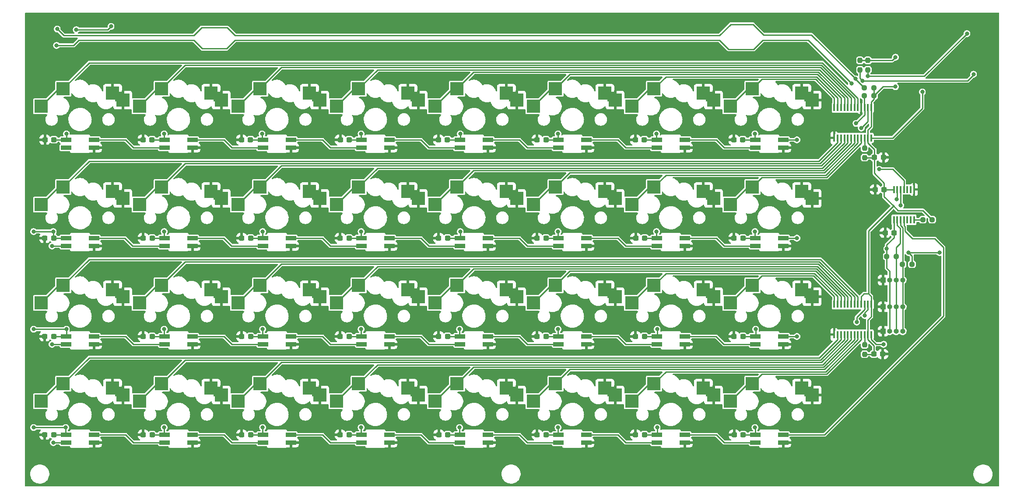
<source format=gbl>
%TF.GenerationSoftware,KiCad,Pcbnew,(6.0.8)*%
%TF.CreationDate,2023-01-16T16:58:48+01:00*%
%TF.ProjectId,The Macruwu 2.0,54686520-4d61-4637-9275-777520322e30,rev?*%
%TF.SameCoordinates,Original*%
%TF.FileFunction,Copper,L2,Bot*%
%TF.FilePolarity,Positive*%
%FSLAX46Y46*%
G04 Gerber Fmt 4.6, Leading zero omitted, Abs format (unit mm)*
G04 Created by KiCad (PCBNEW (6.0.8)) date 2023-01-16 16:58:48*
%MOMM*%
%LPD*%
G01*
G04 APERTURE LIST*
G04 Aperture macros list*
%AMRoundRect*
0 Rectangle with rounded corners*
0 $1 Rounding radius*
0 $2 $3 $4 $5 $6 $7 $8 $9 X,Y pos of 4 corners*
0 Add a 4 corners polygon primitive as box body*
4,1,4,$2,$3,$4,$5,$6,$7,$8,$9,$2,$3,0*
0 Add four circle primitives for the rounded corners*
1,1,$1+$1,$2,$3*
1,1,$1+$1,$4,$5*
1,1,$1+$1,$6,$7*
1,1,$1+$1,$8,$9*
0 Add four rect primitives between the rounded corners*
20,1,$1+$1,$2,$3,$4,$5,0*
20,1,$1+$1,$4,$5,$6,$7,0*
20,1,$1+$1,$6,$7,$8,$9,0*
20,1,$1+$1,$8,$9,$2,$3,0*%
G04 Aperture macros list end*
%TA.AperFunction,SMDPad,CuDef*%
%ADD10R,2.600000X2.600000*%
%TD*%
%TA.AperFunction,SMDPad,CuDef*%
%ADD11R,2.540000X2.540000*%
%TD*%
%TA.AperFunction,SMDPad,CuDef*%
%ADD12R,2.000000X0.820000*%
%TD*%
%TA.AperFunction,ComponentPad*%
%ADD13R,1.000000X1.000000*%
%TD*%
%TA.AperFunction,ComponentPad*%
%ADD14O,1.000000X1.000000*%
%TD*%
%TA.AperFunction,SMDPad,CuDef*%
%ADD15RoundRect,0.237500X-0.300000X-0.237500X0.300000X-0.237500X0.300000X0.237500X-0.300000X0.237500X0*%
%TD*%
%TA.AperFunction,SMDPad,CuDef*%
%ADD16RoundRect,0.237500X0.250000X0.237500X-0.250000X0.237500X-0.250000X-0.237500X0.250000X-0.237500X0*%
%TD*%
%TA.AperFunction,SMDPad,CuDef*%
%ADD17RoundRect,0.237500X-0.237500X0.250000X-0.237500X-0.250000X0.237500X-0.250000X0.237500X0.250000X0*%
%TD*%
%TA.AperFunction,SMDPad,CuDef*%
%ADD18R,0.450000X1.475000*%
%TD*%
%TA.AperFunction,SMDPad,CuDef*%
%ADD19RoundRect,0.237500X0.237500X-0.250000X0.237500X0.250000X-0.237500X0.250000X-0.237500X-0.250000X0*%
%TD*%
%TA.AperFunction,SMDPad,CuDef*%
%ADD20RoundRect,0.237500X-0.250000X-0.237500X0.250000X-0.237500X0.250000X0.237500X-0.250000X0.237500X0*%
%TD*%
%TA.AperFunction,SMDPad,CuDef*%
%ADD21RoundRect,0.237500X0.300000X0.237500X-0.300000X0.237500X-0.300000X-0.237500X0.300000X-0.237500X0*%
%TD*%
%TA.AperFunction,ViaPad*%
%ADD22C,0.800000*%
%TD*%
%TA.AperFunction,Conductor*%
%ADD23C,0.250000*%
%TD*%
G04 APERTURE END LIST*
D10*
%TO.P,U3,1*%
%TO.N,Switch 3*%
X105031000Y-46755000D03*
D11*
X100745944Y-50165000D03*
D10*
%TO.P,U3,2*%
%TO.N,GND*%
X114596000Y-47625000D03*
X116581000Y-48955000D03*
D12*
%TO.P,U3,3,Din*%
%TO.N,Net-(U3-Pad3)*%
X111006000Y-56655000D03*
%TO.P,U3,4,GND*%
%TO.N,GND*%
X111006000Y-58155000D03*
%TO.P,U3,5,Dout*%
%TO.N,Net-(U2-Pad3)*%
X105606000Y-58155000D03*
%TO.P,U3,6,VDD*%
%TO.N,+5V*%
X105606000Y-56655000D03*
%TD*%
D10*
%TO.P,U15,1*%
%TO.N,Switch 15*%
X181231000Y-65805000D03*
D11*
X176945944Y-69215000D03*
D10*
%TO.P,U15,2*%
%TO.N,GND*%
X190796000Y-66675000D03*
X192781000Y-68005000D03*
D12*
%TO.P,U15,3,Din*%
%TO.N,Net-(U15-Pad3)*%
X187206000Y-75705000D03*
%TO.P,U15,4,GND*%
%TO.N,GND*%
X187206000Y-77205000D03*
%TO.P,U15,5,Dout*%
%TO.N,Net-(U14-Pad3)*%
X181806000Y-77205000D03*
%TO.P,U15,6,VDD*%
%TO.N,+5V*%
X181806000Y-75705000D03*
%TD*%
D11*
%TO.P,U14,1*%
%TO.N,Switch 14*%
X157895944Y-69215000D03*
D10*
X162181000Y-65805000D03*
%TO.P,U14,2*%
%TO.N,GND*%
X171746000Y-66675000D03*
X173731000Y-68005000D03*
D12*
%TO.P,U14,3,Din*%
%TO.N,Net-(U14-Pad3)*%
X168156000Y-75705000D03*
%TO.P,U14,4,GND*%
%TO.N,GND*%
X168156000Y-77205000D03*
%TO.P,U14,5,Dout*%
%TO.N,Net-(U13-Pad3)*%
X162756000Y-77205000D03*
%TO.P,U14,6,VDD*%
%TO.N,+5V*%
X162756000Y-75705000D03*
%TD*%
D10*
%TO.P,U8,1*%
%TO.N,Switch 8*%
X200281000Y-46755000D03*
D11*
X195995944Y-50165000D03*
D10*
%TO.P,U8,2*%
%TO.N,GND*%
X211831000Y-48955000D03*
X209846000Y-47625000D03*
D12*
%TO.P,U8,3,Din*%
%TO.N,Net-(U8-Pad3)*%
X206256000Y-56655000D03*
%TO.P,U8,4,GND*%
%TO.N,GND*%
X206256000Y-58155000D03*
%TO.P,U8,5,Dout*%
%TO.N,Net-(U7-Pad3)*%
X200856000Y-58155000D03*
%TO.P,U8,6,VDD*%
%TO.N,+5V*%
X200856000Y-56655000D03*
%TD*%
D11*
%TO.P,U5,1*%
%TO.N,Switch 5*%
X138845944Y-50165000D03*
D10*
X143131000Y-46755000D03*
%TO.P,U5,2*%
%TO.N,GND*%
X152696000Y-47625000D03*
X154681000Y-48955000D03*
D12*
%TO.P,U5,3,Din*%
%TO.N,Net-(U5-Pad3)*%
X149106000Y-56655000D03*
%TO.P,U5,4,GND*%
%TO.N,GND*%
X149106000Y-58155000D03*
%TO.P,U5,5,Dout*%
%TO.N,Net-(U4-Pad3)*%
X143706000Y-58155000D03*
%TO.P,U5,6,VDD*%
%TO.N,+5V*%
X143706000Y-56655000D03*
%TD*%
D10*
%TO.P,U22,1*%
%TO.N,Switch 22*%
X162181000Y-84855000D03*
D11*
X157895944Y-88265000D03*
D10*
%TO.P,U22,2*%
%TO.N,GND*%
X173731000Y-87055000D03*
X171746000Y-85725000D03*
D12*
%TO.P,U22,3,Din*%
%TO.N,Net-(U22-Pad3)*%
X168156000Y-94755000D03*
%TO.P,U22,4,GND*%
%TO.N,GND*%
X168156000Y-96255000D03*
%TO.P,U22,5,Dout*%
%TO.N,Net-(U21-Pad3)*%
X162756000Y-96255000D03*
%TO.P,U22,6,VDD*%
%TO.N,+5V*%
X162756000Y-94755000D03*
%TD*%
D10*
%TO.P,U16,1*%
%TO.N,Switch 16*%
X200281000Y-65805000D03*
D11*
X195995944Y-69215000D03*
D10*
%TO.P,U16,2*%
%TO.N,GND*%
X209846000Y-66675000D03*
X211831000Y-68005000D03*
D12*
%TO.P,U16,3,Din*%
%TO.N,Net-(U16-Pad3)*%
X206256000Y-75705000D03*
%TO.P,U16,4,GND*%
%TO.N,GND*%
X206256000Y-77205000D03*
%TO.P,U16,5,Dout*%
%TO.N,Net-(U15-Pad3)*%
X200856000Y-77205000D03*
%TO.P,U16,6,VDD*%
%TO.N,+5V*%
X200856000Y-75705000D03*
%TD*%
D11*
%TO.P,U18,1*%
%TO.N,Switch 18*%
X81695944Y-88265000D03*
D10*
X85981000Y-84855000D03*
%TO.P,U18,2*%
%TO.N,GND*%
X97531000Y-87055000D03*
X95546000Y-85725000D03*
D12*
%TO.P,U18,3,Din*%
%TO.N,Net-(U18-Pad3)*%
X91956000Y-94755000D03*
%TO.P,U18,4,GND*%
%TO.N,GND*%
X91956000Y-96255000D03*
%TO.P,U18,5,Dout*%
%TO.N,Net-(U17-Pad3)*%
X86556000Y-96255000D03*
%TO.P,U18,6,VDD*%
%TO.N,+5V*%
X86556000Y-94755000D03*
%TD*%
D11*
%TO.P,U28,1*%
%TO.N,Switch 28*%
X119795944Y-107315000D03*
D10*
X124081000Y-103905000D03*
%TO.P,U28,2*%
%TO.N,GND*%
X133646000Y-104775000D03*
X135631000Y-106105000D03*
D12*
%TO.P,U28,3,Din*%
%TO.N,Net-(U28-Pad3)*%
X130056000Y-113805000D03*
%TO.P,U28,4,GND*%
%TO.N,GND*%
X130056000Y-115305000D03*
%TO.P,U28,5,Dout*%
%TO.N,Net-(U27-Pad3)*%
X124656000Y-115305000D03*
%TO.P,U28,6,VDD*%
%TO.N,+5V*%
X124656000Y-113805000D03*
%TD*%
D11*
%TO.P,U17,1*%
%TO.N,Switch 17*%
X62645944Y-88265000D03*
D10*
X66931000Y-84855000D03*
%TO.P,U17,2*%
%TO.N,GND*%
X76496000Y-85725000D03*
X78481000Y-87055000D03*
D12*
%TO.P,U17,3,Din*%
%TO.N,Net-(U17-Pad3)*%
X72906000Y-94755000D03*
%TO.P,U17,4,GND*%
%TO.N,GND*%
X72906000Y-96255000D03*
%TO.P,U17,5,Dout*%
%TO.N,Net-(U16-Pad3)*%
X67506000Y-96255000D03*
%TO.P,U17,6,VDD*%
%TO.N,+5V*%
X67506000Y-94755000D03*
%TD*%
D10*
%TO.P,U20,1*%
%TO.N,Switch 20*%
X124081000Y-84855000D03*
D11*
X119795944Y-88265000D03*
D10*
%TO.P,U20,2*%
%TO.N,GND*%
X135631000Y-87055000D03*
X133646000Y-85725000D03*
D12*
%TO.P,U20,3,Din*%
%TO.N,Net-(U20-Pad3)*%
X130056000Y-94755000D03*
%TO.P,U20,4,GND*%
%TO.N,GND*%
X130056000Y-96255000D03*
%TO.P,U20,5,Dout*%
%TO.N,Net-(U19-Pad3)*%
X124656000Y-96255000D03*
%TO.P,U20,6,VDD*%
%TO.N,+5V*%
X124656000Y-94755000D03*
%TD*%
D11*
%TO.P,U32,1*%
%TO.N,Switch 32*%
X195995944Y-107315000D03*
D10*
X200281000Y-103905000D03*
%TO.P,U32,2*%
%TO.N,GND*%
X211831000Y-106105000D03*
X209846000Y-104775000D03*
D12*
%TO.P,U32,3,Din*%
%TO.N,Din 5V*%
X206256000Y-113805000D03*
%TO.P,U32,4,GND*%
%TO.N,GND*%
X206256000Y-115305000D03*
%TO.P,U32,5,Dout*%
%TO.N,Net-(U31-Pad3)*%
X200856000Y-115305000D03*
%TO.P,U32,6,VDD*%
%TO.N,+5V*%
X200856000Y-113805000D03*
%TD*%
D11*
%TO.P,U2,1*%
%TO.N,Switch 2*%
X81695944Y-50165000D03*
D10*
X85981000Y-46755000D03*
%TO.P,U2,2*%
%TO.N,GND*%
X97531000Y-48955000D03*
X95546000Y-47625000D03*
D12*
%TO.P,U2,3,Din*%
%TO.N,Net-(U2-Pad3)*%
X91956000Y-56655000D03*
%TO.P,U2,4,GND*%
%TO.N,GND*%
X91956000Y-58155000D03*
%TO.P,U2,5,Dout*%
%TO.N,Net-(U1-Pad3)*%
X86556000Y-58155000D03*
%TO.P,U2,6,VDD*%
%TO.N,+5V*%
X86556000Y-56655000D03*
%TD*%
D11*
%TO.P,U9,1*%
%TO.N,Switch 9*%
X62645944Y-69215000D03*
D10*
X66931000Y-65805000D03*
%TO.P,U9,2*%
%TO.N,GND*%
X78481000Y-68005000D03*
X76496000Y-66675000D03*
D12*
%TO.P,U9,3,Din*%
%TO.N,Net-(U10-Pad5)*%
X72906000Y-75705000D03*
%TO.P,U9,4,GND*%
%TO.N,GND*%
X72906000Y-77205000D03*
%TO.P,U9,5,Dout*%
%TO.N,Net-(U8-Pad3)*%
X67506000Y-77205000D03*
%TO.P,U9,6,VDD*%
%TO.N,+5V*%
X67506000Y-75705000D03*
%TD*%
D11*
%TO.P,U10,1*%
%TO.N,Switch 10*%
X81695944Y-69215000D03*
D10*
X85981000Y-65805000D03*
%TO.P,U10,2*%
%TO.N,GND*%
X95546000Y-66675000D03*
X97531000Y-68005000D03*
D12*
%TO.P,U10,3,Din*%
%TO.N,Net-(U10-Pad3)*%
X91956000Y-75705000D03*
%TO.P,U10,4,GND*%
%TO.N,GND*%
X91956000Y-77205000D03*
%TO.P,U10,5,Dout*%
%TO.N,Net-(U10-Pad5)*%
X86556000Y-77205000D03*
%TO.P,U10,6,VDD*%
%TO.N,+5V*%
X86556000Y-75705000D03*
%TD*%
D11*
%TO.P,U29,1*%
%TO.N,Switch 29*%
X138845944Y-107315000D03*
D10*
X143131000Y-103905000D03*
%TO.P,U29,2*%
%TO.N,GND*%
X154681000Y-106105000D03*
X152696000Y-104775000D03*
D12*
%TO.P,U29,3,Din*%
%TO.N,Net-(U29-Pad3)*%
X149106000Y-113805000D03*
%TO.P,U29,4,GND*%
%TO.N,GND*%
X149106000Y-115305000D03*
%TO.P,U29,5,Dout*%
%TO.N,Net-(U28-Pad3)*%
X143706000Y-115305000D03*
%TO.P,U29,6,VDD*%
%TO.N,+5V*%
X143706000Y-113805000D03*
%TD*%
D10*
%TO.P,U25,1*%
%TO.N,Switch 25*%
X66931000Y-103905000D03*
D11*
X62645944Y-107315000D03*
D10*
%TO.P,U25,2*%
%TO.N,GND*%
X76496000Y-104775000D03*
X78481000Y-106105000D03*
D12*
%TO.P,U25,3,Din*%
%TO.N,Net-(U25-Pad3)*%
X72906000Y-113805000D03*
%TO.P,U25,4,GND*%
%TO.N,GND*%
X72906000Y-115305000D03*
%TO.P,U25,5,Dout*%
%TO.N,Net-(U24-Pad3)*%
X67506000Y-115305000D03*
%TO.P,U25,6,VDD*%
%TO.N,+5V*%
X67506000Y-113805000D03*
%TD*%
D11*
%TO.P,U23,1*%
%TO.N,Switch 23*%
X176945944Y-88265000D03*
D10*
X181231000Y-84855000D03*
%TO.P,U23,2*%
%TO.N,GND*%
X190796000Y-85725000D03*
X192781000Y-87055000D03*
D12*
%TO.P,U23,3,Din*%
%TO.N,Net-(U23-Pad3)*%
X187206000Y-94755000D03*
%TO.P,U23,4,GND*%
%TO.N,GND*%
X187206000Y-96255000D03*
%TO.P,U23,5,Dout*%
%TO.N,Net-(U22-Pad3)*%
X181806000Y-96255000D03*
%TO.P,U23,6,VDD*%
%TO.N,+5V*%
X181806000Y-94755000D03*
%TD*%
D10*
%TO.P,U31,1*%
%TO.N,Switch 31*%
X181231000Y-103905000D03*
D11*
X176945944Y-107315000D03*
D10*
%TO.P,U31,2*%
%TO.N,GND*%
X192781000Y-106105000D03*
X190796000Y-104775000D03*
D12*
%TO.P,U31,3,Din*%
%TO.N,Net-(U31-Pad3)*%
X187206000Y-113805000D03*
%TO.P,U31,4,GND*%
%TO.N,GND*%
X187206000Y-115305000D03*
%TO.P,U31,5,Dout*%
%TO.N,Net-(U30-Pad3)*%
X181806000Y-115305000D03*
%TO.P,U31,6,VDD*%
%TO.N,+5V*%
X181806000Y-113805000D03*
%TD*%
D11*
%TO.P,U6,1*%
%TO.N,Switch 6*%
X157895944Y-50165000D03*
D10*
X162181000Y-46755000D03*
%TO.P,U6,2*%
%TO.N,GND*%
X173731000Y-48955000D03*
X171746000Y-47625000D03*
D12*
%TO.P,U6,3,Din*%
%TO.N,Net-(U6-Pad3)*%
X168156000Y-56655000D03*
%TO.P,U6,4,GND*%
%TO.N,GND*%
X168156000Y-58155000D03*
%TO.P,U6,5,Dout*%
%TO.N,Net-(U5-Pad3)*%
X162756000Y-58155000D03*
%TO.P,U6,6,VDD*%
%TO.N,+5V*%
X162756000Y-56655000D03*
%TD*%
D13*
%TO.P,J2,1,Pin_1*%
%TO.N,GND*%
X225557000Y-89027000D03*
D14*
%TO.P,J2,2,Pin_2*%
%TO.N,+5V*%
X226827000Y-89027000D03*
%TO.P,J2,3,Pin_3*%
%TO.N,SCL_0_5V*%
X228097000Y-89027000D03*
%TO.P,J2,4,Pin_4*%
%TO.N,SDA_0_5V*%
X229367000Y-89027000D03*
%TD*%
D10*
%TO.P,U12,1*%
%TO.N,Switch 12*%
X124081000Y-65805000D03*
D11*
X119795944Y-69215000D03*
D10*
%TO.P,U12,2*%
%TO.N,GND*%
X135631000Y-68005000D03*
X133646000Y-66675000D03*
D12*
%TO.P,U12,3,Din*%
%TO.N,Net-(U12-Pad3)*%
X130056000Y-75705000D03*
%TO.P,U12,4,GND*%
%TO.N,GND*%
X130056000Y-77205000D03*
%TO.P,U12,5,Dout*%
%TO.N,Net-(U11-Pad3)*%
X124656000Y-77205000D03*
%TO.P,U12,6,VDD*%
%TO.N,+5V*%
X124656000Y-75705000D03*
%TD*%
D10*
%TO.P,U4,1*%
%TO.N,Switch 4*%
X124081000Y-46755000D03*
D11*
X119795944Y-50165000D03*
D10*
%TO.P,U4,2*%
%TO.N,GND*%
X135631000Y-48955000D03*
X133646000Y-47625000D03*
D12*
%TO.P,U4,3,Din*%
%TO.N,Net-(U4-Pad3)*%
X130056000Y-56655000D03*
%TO.P,U4,4,GND*%
%TO.N,GND*%
X130056000Y-58155000D03*
%TO.P,U4,5,Dout*%
%TO.N,Net-(U3-Pad3)*%
X124656000Y-58155000D03*
%TO.P,U4,6,VDD*%
%TO.N,+5V*%
X124656000Y-56655000D03*
%TD*%
D10*
%TO.P,U7,1*%
%TO.N,Switch 7*%
X181231000Y-46755000D03*
D11*
X176945944Y-50165000D03*
D10*
%TO.P,U7,2*%
%TO.N,GND*%
X192781000Y-48955000D03*
X190796000Y-47625000D03*
D12*
%TO.P,U7,3,Din*%
%TO.N,Net-(U7-Pad3)*%
X187206000Y-56655000D03*
%TO.P,U7,4,GND*%
%TO.N,GND*%
X187206000Y-58155000D03*
%TO.P,U7,5,Dout*%
%TO.N,Net-(U6-Pad3)*%
X181806000Y-58155000D03*
%TO.P,U7,6,VDD*%
%TO.N,+5V*%
X181806000Y-56655000D03*
%TD*%
D13*
%TO.P,J3,1,Pin_1*%
%TO.N,GND*%
X225557000Y-93726000D03*
D14*
%TO.P,J3,2,Pin_2*%
%TO.N,+5V*%
X226827000Y-93726000D03*
%TO.P,J3,3,Pin_3*%
%TO.N,SCL_0_5V*%
X228097000Y-93726000D03*
%TO.P,J3,4,Pin_4*%
%TO.N,SDA_0_5V*%
X229367000Y-93726000D03*
%TD*%
D11*
%TO.P,U19,1*%
%TO.N,Switch 19*%
X100745944Y-88265000D03*
D10*
X105031000Y-84855000D03*
%TO.P,U19,2*%
%TO.N,GND*%
X116581000Y-87055000D03*
X114596000Y-85725000D03*
D12*
%TO.P,U19,3,Din*%
%TO.N,Net-(U19-Pad3)*%
X111006000Y-94755000D03*
%TO.P,U19,4,GND*%
%TO.N,GND*%
X111006000Y-96255000D03*
%TO.P,U19,5,Dout*%
%TO.N,Net-(U18-Pad3)*%
X105606000Y-96255000D03*
%TO.P,U19,6,VDD*%
%TO.N,+5V*%
X105606000Y-94755000D03*
%TD*%
D13*
%TO.P,J1,1,Pin_1*%
%TO.N,GND*%
X225557000Y-83820000D03*
D14*
%TO.P,J1,2,Pin_2*%
%TO.N,+5V*%
X226827000Y-83820000D03*
%TO.P,J1,3,Pin_3*%
%TO.N,SCL_0_5V*%
X228097000Y-83820000D03*
%TO.P,J1,4,Pin_4*%
%TO.N,SDA_0_5V*%
X229367000Y-83820000D03*
%TD*%
D10*
%TO.P,U30,1*%
%TO.N,Switch 30*%
X162181000Y-103905000D03*
D11*
X157895944Y-107315000D03*
D10*
%TO.P,U30,2*%
%TO.N,GND*%
X173731000Y-106105000D03*
X171746000Y-104775000D03*
D12*
%TO.P,U30,3,Din*%
%TO.N,Net-(U30-Pad3)*%
X168156000Y-113805000D03*
%TO.P,U30,4,GND*%
%TO.N,GND*%
X168156000Y-115305000D03*
%TO.P,U30,5,Dout*%
%TO.N,Net-(U29-Pad3)*%
X162756000Y-115305000D03*
%TO.P,U30,6,VDD*%
%TO.N,+5V*%
X162756000Y-113805000D03*
%TD*%
D10*
%TO.P,U1,1*%
%TO.N,Switch 1*%
X66931000Y-46755000D03*
D11*
X62645944Y-50165000D03*
D10*
%TO.P,U1,2*%
%TO.N,GND*%
X76496000Y-47625000D03*
X78481000Y-48955000D03*
D12*
%TO.P,U1,3,Din*%
%TO.N,Net-(U1-Pad3)*%
X72906000Y-56655000D03*
%TO.P,U1,4,GND*%
%TO.N,GND*%
X72906000Y-58155000D03*
%TO.P,U1,5,Dout*%
%TO.N,unconnected-(U1-Pad5)*%
X67506000Y-58155000D03*
%TO.P,U1,6,VDD*%
%TO.N,+5V*%
X67506000Y-56655000D03*
%TD*%
D10*
%TO.P,U11,1*%
%TO.N,Switch 11*%
X105031000Y-65805000D03*
D11*
X100745944Y-69215000D03*
D10*
%TO.P,U11,2*%
%TO.N,GND*%
X116581000Y-68005000D03*
X114596000Y-66675000D03*
D12*
%TO.P,U11,3,Din*%
%TO.N,Net-(U11-Pad3)*%
X111006000Y-75705000D03*
%TO.P,U11,4,GND*%
%TO.N,GND*%
X111006000Y-77205000D03*
%TO.P,U11,5,Dout*%
%TO.N,Net-(U10-Pad3)*%
X105606000Y-77205000D03*
%TO.P,U11,6,VDD*%
%TO.N,+5V*%
X105606000Y-75705000D03*
%TD*%
D10*
%TO.P,U26,1*%
%TO.N,Switch 26*%
X85981000Y-103905000D03*
D11*
X81695944Y-107315000D03*
D10*
%TO.P,U26,2*%
%TO.N,GND*%
X95546000Y-104775000D03*
X97531000Y-106105000D03*
D12*
%TO.P,U26,3,Din*%
%TO.N,Net-(U26-Pad3)*%
X91956000Y-113805000D03*
%TO.P,U26,4,GND*%
%TO.N,GND*%
X91956000Y-115305000D03*
%TO.P,U26,5,Dout*%
%TO.N,Net-(U25-Pad3)*%
X86556000Y-115305000D03*
%TO.P,U26,6,VDD*%
%TO.N,+5V*%
X86556000Y-113805000D03*
%TD*%
D10*
%TO.P,U24,1*%
%TO.N,Switch 24*%
X200281000Y-84855000D03*
D11*
X195995944Y-88265000D03*
D10*
%TO.P,U24,2*%
%TO.N,GND*%
X209846000Y-85725000D03*
X211831000Y-87055000D03*
D12*
%TO.P,U24,3,Din*%
%TO.N,Net-(U24-Pad3)*%
X206256000Y-94755000D03*
%TO.P,U24,4,GND*%
%TO.N,GND*%
X206256000Y-96255000D03*
%TO.P,U24,5,Dout*%
%TO.N,Net-(U23-Pad3)*%
X200856000Y-96255000D03*
%TO.P,U24,6,VDD*%
%TO.N,+5V*%
X200856000Y-94755000D03*
%TD*%
D10*
%TO.P,U21,1*%
%TO.N,Switch 21*%
X143131000Y-84855000D03*
D11*
X138845944Y-88265000D03*
D10*
%TO.P,U21,2*%
%TO.N,GND*%
X154681000Y-87055000D03*
X152696000Y-85725000D03*
D12*
%TO.P,U21,3,Din*%
%TO.N,Net-(U21-Pad3)*%
X149106000Y-94755000D03*
%TO.P,U21,4,GND*%
%TO.N,GND*%
X149106000Y-96255000D03*
%TO.P,U21,5,Dout*%
%TO.N,Net-(U20-Pad3)*%
X143706000Y-96255000D03*
%TO.P,U21,6,VDD*%
%TO.N,+5V*%
X143706000Y-94755000D03*
%TD*%
D11*
%TO.P,U27,1*%
%TO.N,Switch 27*%
X100745944Y-107315000D03*
D10*
X105031000Y-103905000D03*
%TO.P,U27,2*%
%TO.N,GND*%
X114596000Y-104775000D03*
X116581000Y-106105000D03*
D12*
%TO.P,U27,3,Din*%
%TO.N,Net-(U27-Pad3)*%
X111006000Y-113805000D03*
%TO.P,U27,4,GND*%
%TO.N,GND*%
X111006000Y-115305000D03*
%TO.P,U27,5,Dout*%
%TO.N,Net-(U26-Pad3)*%
X105606000Y-115305000D03*
%TO.P,U27,6,VDD*%
%TO.N,+5V*%
X105606000Y-113805000D03*
%TD*%
D11*
%TO.P,U13,1*%
%TO.N,Switch 13*%
X138845944Y-69215000D03*
D10*
X143131000Y-65805000D03*
%TO.P,U13,2*%
%TO.N,GND*%
X152696000Y-66675000D03*
X154681000Y-68005000D03*
D12*
%TO.P,U13,3,Din*%
%TO.N,Net-(U13-Pad3)*%
X149106000Y-75705000D03*
%TO.P,U13,4,GND*%
%TO.N,GND*%
X149106000Y-77205000D03*
%TO.P,U13,5,Dout*%
%TO.N,Net-(U12-Pad3)*%
X143706000Y-77205000D03*
%TO.P,U13,6,VDD*%
%TO.N,+5V*%
X143706000Y-75705000D03*
%TD*%
D15*
%TO.P,C9,1*%
%TO.N,GND*%
X63374500Y-75692000D03*
%TO.P,C9,2*%
%TO.N,+5V*%
X65099500Y-75692000D03*
%TD*%
D16*
%TO.P,R5,1*%
%TO.N,SCL_0_5V*%
X228115500Y-79248000D03*
%TO.P,R5,2*%
%TO.N,+5V*%
X226290500Y-79248000D03*
%TD*%
D15*
%TO.P,C7,1*%
%TO.N,GND*%
X177648000Y-56642000D03*
%TO.P,C7,2*%
%TO.N,+5V*%
X179373000Y-56642000D03*
%TD*%
%TO.P,C2,1*%
%TO.N,GND*%
X82398000Y-56642000D03*
%TO.P,C2,2*%
%TO.N,+5V*%
X84123000Y-56642000D03*
%TD*%
%TO.P,C20,1*%
%TO.N,GND*%
X120524500Y-94742000D03*
%TO.P,C20,2*%
%TO.N,+5V*%
X122249500Y-94742000D03*
%TD*%
%TO.P,C24,1*%
%TO.N,GND*%
X196724500Y-94742000D03*
%TO.P,C24,2*%
%TO.N,+5V*%
X198449500Y-94742000D03*
%TD*%
%TO.P,C18,1*%
%TO.N,GND*%
X82424500Y-94742000D03*
%TO.P,C18,2*%
%TO.N,+5V*%
X84149500Y-94742000D03*
%TD*%
%TO.P,C1,1*%
%TO.N,GND*%
X63399500Y-56642000D03*
%TO.P,C1,2*%
%TO.N,+5V*%
X65124500Y-56642000D03*
%TD*%
D17*
%TO.P,R1,1*%
%TO.N,~{RESET 1}*%
X221996000Y-96369500D03*
%TO.P,R1,2*%
%TO.N,+3V3*%
X221996000Y-98194500D03*
%TD*%
D18*
%TO.P,IC2,1,~{INT}*%
%TO.N,INT_1*%
X223285000Y-94378000D03*
%TO.P,IC2,2,VDD(I2C-BUS)*%
%TO.N,+3V3*%
X222635000Y-94378000D03*
%TO.P,IC2,3,~{RESET}*%
%TO.N,~{RESET 1}*%
X221985000Y-94378000D03*
%TO.P,IC2,4,P0_0*%
%TO.N,Switch 32*%
X221335000Y-94378000D03*
%TO.P,IC2,5,P0_1*%
%TO.N,Switch 31*%
X220685000Y-94378000D03*
%TO.P,IC2,6,P0_2*%
%TO.N,Switch 30*%
X220035000Y-94378000D03*
%TO.P,IC2,7,P0_3*%
%TO.N,Switch 29*%
X219385000Y-94378000D03*
%TO.P,IC2,8,P0_4*%
%TO.N,Switch 28*%
X218735000Y-94378000D03*
%TO.P,IC2,9,P0_5*%
%TO.N,Switch 27*%
X218085000Y-94378000D03*
%TO.P,IC2,10,P0_6*%
%TO.N,Switch 26*%
X217435000Y-94378000D03*
%TO.P,IC2,11,P0_7*%
%TO.N,Switch 25*%
X216785000Y-94378000D03*
%TO.P,IC2,12,VSS*%
%TO.N,GND*%
X216135000Y-94378000D03*
%TO.P,IC2,13,P1_0*%
%TO.N,Switch 24*%
X216135000Y-88502000D03*
%TO.P,IC2,14,P1_1*%
%TO.N,Switch 23*%
X216785000Y-88502000D03*
%TO.P,IC2,15,P1_2*%
%TO.N,Switch 22*%
X217435000Y-88502000D03*
%TO.P,IC2,16,P1_3*%
%TO.N,Switch 21*%
X218085000Y-88502000D03*
%TO.P,IC2,17,P1_4*%
%TO.N,Switch 20*%
X218735000Y-88502000D03*
%TO.P,IC2,18,P1_5*%
%TO.N,Switch 19*%
X219385000Y-88502000D03*
%TO.P,IC2,19,P1_6*%
%TO.N,Switch 18*%
X220035000Y-88502000D03*
%TO.P,IC2,20,P1_7*%
%TO.N,Switch 17*%
X220685000Y-88502000D03*
%TO.P,IC2,21,ADDR*%
%TO.N,+3V3*%
X221335000Y-88502000D03*
%TO.P,IC2,22,SCL*%
%TO.N,SCL_0*%
X221985000Y-88502000D03*
%TO.P,IC2,23,SDA*%
%TO.N,SDA_0*%
X222635000Y-88502000D03*
%TO.P,IC2,24,VDD(P)*%
%TO.N,+3V3*%
X223285000Y-88502000D03*
%TD*%
D15*
%TO.P,C19,1*%
%TO.N,GND*%
X101474500Y-94742000D03*
%TO.P,C19,2*%
%TO.N,+5V*%
X103199500Y-94742000D03*
%TD*%
%TO.P,C22,1*%
%TO.N,GND*%
X158624500Y-94742000D03*
%TO.P,C22,2*%
%TO.N,+5V*%
X160349500Y-94742000D03*
%TD*%
%TO.P,C11,1*%
%TO.N,GND*%
X101474500Y-75692000D03*
%TO.P,C11,2*%
%TO.N,+5V*%
X103199500Y-75692000D03*
%TD*%
%TO.P,C25,1*%
%TO.N,GND*%
X63374500Y-113792000D03*
%TO.P,C25,2*%
%TO.N,+5V*%
X65099500Y-113792000D03*
%TD*%
D19*
%TO.P,R10,1*%
%TO.N,SDA_1*%
X221107000Y-43076500D03*
%TO.P,R10,2*%
%TO.N,+3V3*%
X221107000Y-41251500D03*
%TD*%
D15*
%TO.P,C28,1*%
%TO.N,GND*%
X120524500Y-113792000D03*
%TO.P,C28,2*%
%TO.N,+5V*%
X122249500Y-113792000D03*
%TD*%
%TO.P,C5,1*%
%TO.N,GND*%
X139548000Y-56642000D03*
%TO.P,C5,2*%
%TO.N,+5V*%
X141273000Y-56642000D03*
%TD*%
D18*
%TO.P,IC1,1,~{INT}*%
%TO.N,INT_0*%
X223285000Y-56278000D03*
%TO.P,IC1,2,VDD(I2C-BUS)*%
%TO.N,+3V3*%
X222635000Y-56278000D03*
%TO.P,IC1,3,~{RESET}*%
%TO.N,~{RESET 0}*%
X221985000Y-56278000D03*
%TO.P,IC1,4,P0_0*%
%TO.N,Switch 16*%
X221335000Y-56278000D03*
%TO.P,IC1,5,P0_1*%
%TO.N,Switch 15*%
X220685000Y-56278000D03*
%TO.P,IC1,6,P0_2*%
%TO.N,Switch 14*%
X220035000Y-56278000D03*
%TO.P,IC1,7,P0_3*%
%TO.N,Switch 13*%
X219385000Y-56278000D03*
%TO.P,IC1,8,P0_4*%
%TO.N,Switch 12*%
X218735000Y-56278000D03*
%TO.P,IC1,9,P0_5*%
%TO.N,Switch 11*%
X218085000Y-56278000D03*
%TO.P,IC1,10,P0_6*%
%TO.N,Switch 10*%
X217435000Y-56278000D03*
%TO.P,IC1,11,P0_7*%
%TO.N,Switch 9*%
X216785000Y-56278000D03*
%TO.P,IC1,12,VSS*%
%TO.N,GND*%
X216135000Y-56278000D03*
%TO.P,IC1,13,P1_0*%
%TO.N,Switch 8*%
X216135000Y-50402000D03*
%TO.P,IC1,14,P1_1*%
%TO.N,Switch 7*%
X216785000Y-50402000D03*
%TO.P,IC1,15,P1_2*%
%TO.N,Switch 6*%
X217435000Y-50402000D03*
%TO.P,IC1,16,P1_3*%
%TO.N,Switch 5*%
X218085000Y-50402000D03*
%TO.P,IC1,17,P1_4*%
%TO.N,Switch 4*%
X218735000Y-50402000D03*
%TO.P,IC1,18,P1_5*%
%TO.N,Switch 3*%
X219385000Y-50402000D03*
%TO.P,IC1,19,P1_6*%
%TO.N,Switch 2*%
X220035000Y-50402000D03*
%TO.P,IC1,20,P1_7*%
%TO.N,Switch 1*%
X220685000Y-50402000D03*
%TO.P,IC1,21,ADDR*%
%TO.N,GND*%
X221335000Y-50402000D03*
%TO.P,IC1,22,SCL*%
%TO.N,SCL_0*%
X221985000Y-50402000D03*
%TO.P,IC1,23,SDA*%
%TO.N,SDA_0*%
X222635000Y-50402000D03*
%TO.P,IC1,24,VDD(P)*%
%TO.N,+3V3*%
X223285000Y-50402000D03*
%TD*%
D15*
%TO.P,C35,1*%
%TO.N,GND*%
X224054500Y-66294000D03*
%TO.P,C35,2*%
%TO.N,+3V3*%
X225779500Y-66294000D03*
%TD*%
D20*
%TO.P,R6,1*%
%TO.N,SDA_0_5V*%
X229338500Y-80772000D03*
%TO.P,R6,2*%
%TO.N,+5V*%
X231163500Y-80772000D03*
%TD*%
D17*
%TO.P,R2,1*%
%TO.N,~{RESET 0}*%
X221996000Y-58269500D03*
%TO.P,R2,2*%
%TO.N,+3V3*%
X221996000Y-60094500D03*
%TD*%
D15*
%TO.P,C14,1*%
%TO.N,GND*%
X158624500Y-75692000D03*
%TO.P,C14,2*%
%TO.N,+5V*%
X160349500Y-75692000D03*
%TD*%
D21*
%TO.P,C34,1*%
%TO.N,GND*%
X225525500Y-98171000D03*
%TO.P,C34,2*%
%TO.N,+3V3*%
X223800500Y-98171000D03*
%TD*%
D15*
%TO.P,C32,1*%
%TO.N,GND*%
X196776000Y-113792000D03*
%TO.P,C32,2*%
%TO.N,+5V*%
X198501000Y-113792000D03*
%TD*%
%TO.P,C13,1*%
%TO.N,GND*%
X139574500Y-75692000D03*
%TO.P,C13,2*%
%TO.N,+5V*%
X141299500Y-75692000D03*
%TD*%
%TO.P,C17,1*%
%TO.N,GND*%
X63374500Y-94742000D03*
%TO.P,C17,2*%
%TO.N,+5V*%
X65099500Y-94742000D03*
%TD*%
%TO.P,C16,1*%
%TO.N,GND*%
X196724500Y-75692000D03*
%TO.P,C16,2*%
%TO.N,+5V*%
X198449500Y-75692000D03*
%TD*%
D19*
%TO.P,R9,1*%
%TO.N,SCL_1*%
X222631000Y-43076500D03*
%TO.P,R9,2*%
%TO.N,+3V3*%
X222631000Y-41251500D03*
%TD*%
D15*
%TO.P,C21,1*%
%TO.N,GND*%
X139574500Y-94742000D03*
%TO.P,C21,2*%
%TO.N,+5V*%
X141299500Y-94742000D03*
%TD*%
%TO.P,C27,1*%
%TO.N,GND*%
X101474500Y-113792000D03*
%TO.P,C27,2*%
%TO.N,+5V*%
X103199500Y-113792000D03*
%TD*%
D21*
%TO.P,C33,1*%
%TO.N,GND*%
X225626000Y-60071000D03*
%TO.P,C33,2*%
%TO.N,+3V3*%
X223901000Y-60071000D03*
%TD*%
D15*
%TO.P,C29,1*%
%TO.N,GND*%
X139626000Y-113792000D03*
%TO.P,C29,2*%
%TO.N,+5V*%
X141351000Y-113792000D03*
%TD*%
D18*
%TO.P,IC3,1,VREF_A*%
%TO.N,+3V3*%
X227666000Y-66277000D03*
%TO.P,IC3,2,A1*%
%TO.N,SCL_0*%
X228316000Y-66277000D03*
%TO.P,IC3,3,A2*%
%TO.N,SDA_0*%
X228966000Y-66277000D03*
%TO.P,IC3,4,A3*%
%TO.N,Din_3V3*%
X229616000Y-66277000D03*
%TO.P,IC3,5,A4*%
%TO.N,unconnected-(IC3-Pad5)*%
X230266000Y-66277000D03*
%TO.P,IC3,6,NC_1*%
%TO.N,unconnected-(IC3-Pad6)*%
X230916000Y-66277000D03*
%TO.P,IC3,7,GND*%
%TO.N,GND*%
X231566000Y-66277000D03*
%TO.P,IC3,8,EN*%
%TO.N,Level_Shifter_EN*%
X231566000Y-72153000D03*
%TO.P,IC3,9,NC_2*%
%TO.N,unconnected-(IC3-Pad9)*%
X230916000Y-72153000D03*
%TO.P,IC3,10,B4*%
%TO.N,unconnected-(IC3-Pad10)*%
X230266000Y-72153000D03*
%TO.P,IC3,11,B3*%
%TO.N,Din 5V*%
X229616000Y-72153000D03*
%TO.P,IC3,12,B2*%
%TO.N,SDA_0_5V*%
X228966000Y-72153000D03*
%TO.P,IC3,13,B1*%
%TO.N,SCL_0_5V*%
X228316000Y-72153000D03*
%TO.P,IC3,14,VREF_B*%
%TO.N,+5V*%
X227666000Y-72153000D03*
%TD*%
D15*
%TO.P,C31,1*%
%TO.N,GND*%
X177674500Y-113792000D03*
%TO.P,C31,2*%
%TO.N,+5V*%
X179399500Y-113792000D03*
%TD*%
%TO.P,C3,1*%
%TO.N,GND*%
X101448000Y-56642000D03*
%TO.P,C3,2*%
%TO.N,+5V*%
X103173000Y-56642000D03*
%TD*%
D20*
%TO.P,R8,1*%
%TO.N,SDA_0*%
X221972500Y-46609000D03*
%TO.P,R8,2*%
%TO.N,+3V3*%
X223797500Y-46609000D03*
%TD*%
D15*
%TO.P,C30,1*%
%TO.N,GND*%
X158624500Y-113792000D03*
%TO.P,C30,2*%
%TO.N,+5V*%
X160349500Y-113792000D03*
%TD*%
%TO.P,C26,1*%
%TO.N,GND*%
X82424500Y-113792000D03*
%TO.P,C26,2*%
%TO.N,+5V*%
X84149500Y-113792000D03*
%TD*%
%TO.P,C6,1*%
%TO.N,GND*%
X158624500Y-56642000D03*
%TO.P,C6,2*%
%TO.N,+5V*%
X160349500Y-56642000D03*
%TD*%
%TO.P,C12,1*%
%TO.N,GND*%
X120524500Y-75692000D03*
%TO.P,C12,2*%
%TO.N,+5V*%
X122249500Y-75692000D03*
%TD*%
%TO.P,C10,1*%
%TO.N,GND*%
X82424500Y-75692000D03*
%TO.P,C10,2*%
%TO.N,+5V*%
X84149500Y-75692000D03*
%TD*%
D20*
%TO.P,R7,1*%
%TO.N,SCL_0*%
X221972500Y-48133000D03*
%TO.P,R7,2*%
%TO.N,+3V3*%
X223797500Y-48133000D03*
%TD*%
D15*
%TO.P,C8,1*%
%TO.N,GND*%
X196698000Y-56642000D03*
%TO.P,C8,2*%
%TO.N,+5V*%
X198423000Y-56642000D03*
%TD*%
%TO.P,C23,1*%
%TO.N,GND*%
X177674500Y-94742000D03*
%TO.P,C23,2*%
%TO.N,+5V*%
X179399500Y-94742000D03*
%TD*%
%TO.P,C4,1*%
%TO.N,GND*%
X120549500Y-56642000D03*
%TO.P,C4,2*%
%TO.N,+5V*%
X122274500Y-56642000D03*
%TD*%
%TO.P,C15,1*%
%TO.N,GND*%
X177701000Y-75692000D03*
%TO.P,C15,2*%
%TO.N,+5V*%
X179426000Y-75692000D03*
%TD*%
%TO.P,C36,1*%
%TO.N,GND*%
X225959500Y-74676000D03*
%TO.P,C36,2*%
%TO.N,+5V*%
X227684500Y-74676000D03*
%TD*%
D20*
%TO.P,R11,1*%
%TO.N,Level_Shifter_EN*%
X233252000Y-72136000D03*
%TO.P,R11,2*%
%TO.N,+3V3*%
X235077000Y-72136000D03*
%TD*%
D22*
%TO.N,GND*%
X228600000Y-36068000D03*
X235204000Y-33274000D03*
X233045000Y-36068000D03*
X237109000Y-43815000D03*
X228600000Y-38227000D03*
X227965000Y-37211000D03*
X233045000Y-38227000D03*
X247269000Y-33655000D03*
X240284000Y-43815000D03*
X233553000Y-37211000D03*
%TO.N,+3V3*%
X227965000Y-46355000D03*
X227965000Y-40640000D03*
%TO.N,INT_0*%
X233172000Y-47371000D03*
%TO.N,SCL_0*%
X220345000Y-53467000D03*
X219456000Y-45720000D03*
X65659000Y-38354000D03*
X228219000Y-68199000D03*
X220472000Y-91948000D03*
%TO.N,SDA_0*%
X221361000Y-54356000D03*
X65786000Y-35179000D03*
X228981000Y-69342000D03*
X220218000Y-44831000D03*
X221996000Y-90678000D03*
%TO.N,INT_1*%
X225679000Y-96266000D03*
%TO.N,Din_3V3*%
X224790000Y-62357000D03*
%TO.N,+5V*%
X162687000Y-93345000D03*
X67564000Y-93345000D03*
X124587000Y-112395000D03*
X105410000Y-55499000D03*
X181737000Y-55499000D03*
X162687000Y-112395000D03*
X86487000Y-55499000D03*
X181864000Y-112395000D03*
X124587000Y-74422000D03*
X86487000Y-112395000D03*
X200787000Y-112395000D03*
X105537000Y-74422000D03*
X124587000Y-93345000D03*
X124587000Y-55499000D03*
X65024000Y-74422000D03*
X61214000Y-74422000D03*
X86487000Y-74422000D03*
X200914000Y-93345000D03*
X143637000Y-112395000D03*
X162687000Y-55499000D03*
X200787000Y-74422000D03*
X143764000Y-74422000D03*
X76200000Y-34671000D03*
X230505000Y-78486000D03*
X143764000Y-55499000D03*
X86487000Y-93345000D03*
X181864000Y-93345000D03*
X105537000Y-112395000D03*
X226290500Y-77747500D03*
X105537000Y-93345000D03*
X67564000Y-55499000D03*
X61214000Y-93345000D03*
X200787000Y-55499000D03*
X143637000Y-93345000D03*
X69469000Y-35306000D03*
X61214000Y-112395000D03*
X181737000Y-74422000D03*
X236474000Y-78486000D03*
X162687000Y-74422000D03*
X67437000Y-112395000D03*
%TO.N,SCL_1*%
X241808000Y-36068000D03*
X222631000Y-44323000D03*
%TO.N,SDA_1*%
X243078000Y-43942000D03*
X221631497Y-45212000D03*
%TO.N,Net-(U8-Pad3)*%
X208902000Y-56655000D03*
X64770000Y-77216000D03*
%TO.N,Net-(U16-Pad3)*%
X64770000Y-96266000D03*
X208902000Y-75705000D03*
%TO.N,Net-(U24-Pad3)*%
X208902000Y-94755000D03*
X65024000Y-115316000D03*
%TD*%
D23*
%TO.N,SCL_0*%
X211074000Y-37338000D02*
X219456000Y-45720000D01*
X202311000Y-37338000D02*
X211074000Y-37338000D01*
X200533000Y-39116000D02*
X202311000Y-37338000D01*
X195707000Y-39116000D02*
X200533000Y-39116000D01*
X100203000Y-37338000D02*
X193929000Y-37338000D01*
X93853000Y-38989000D02*
X98552000Y-38989000D01*
X193929000Y-37338000D02*
X195707000Y-39116000D01*
X92202000Y-37338000D02*
X93853000Y-38989000D01*
X69977000Y-37338000D02*
X92202000Y-37338000D01*
X65659000Y-38354000D02*
X68961000Y-38354000D01*
X68961000Y-38354000D02*
X69977000Y-37338000D01*
X98552000Y-38989000D02*
X100203000Y-37338000D01*
%TO.N,SDA_0*%
X211709000Y-36322000D02*
X220218000Y-44831000D01*
X202438000Y-36322000D02*
X211709000Y-36322000D01*
X200406000Y-34290000D02*
X202438000Y-36322000D01*
X196088000Y-34290000D02*
X200406000Y-34290000D01*
X98679000Y-34925000D02*
X100203000Y-36449000D01*
X93726000Y-34925000D02*
X98679000Y-34925000D01*
X100203000Y-36449000D02*
X193929000Y-36449000D01*
X92202000Y-36449000D02*
X93726000Y-34925000D01*
X193929000Y-36449000D02*
X196088000Y-34290000D01*
X65786000Y-35179000D02*
X67056000Y-36449000D01*
X67056000Y-36449000D02*
X92202000Y-36449000D01*
%TO.N,+3V3*%
X225779500Y-64997500D02*
X223901000Y-63119000D01*
X228473000Y-70358000D02*
X227584000Y-69469000D01*
X223797500Y-48744500D02*
X223797500Y-48133000D01*
X221996000Y-60094500D02*
X223877500Y-60094500D01*
X223266000Y-88521000D02*
X223266000Y-90932000D01*
X222635000Y-91563000D02*
X222635000Y-94378000D01*
X223285000Y-88502000D02*
X223285000Y-87014000D01*
X222635000Y-54733000D02*
X223285000Y-54083000D01*
X223800500Y-98171000D02*
X223800500Y-96506000D01*
X222635000Y-95340500D02*
X222635000Y-94378000D01*
X222758000Y-86487000D02*
X222758000Y-74295000D01*
X223800500Y-96506000D02*
X222635000Y-95340500D01*
X222635000Y-56278000D02*
X222635000Y-54733000D01*
X223285000Y-50402000D02*
X223285000Y-49257000D01*
X221107000Y-41251500D02*
X222631000Y-41251500D01*
X221996000Y-98194500D02*
X223777000Y-98194500D01*
X227965000Y-46355000D02*
X225575500Y-46355000D01*
X223266000Y-90932000D02*
X222635000Y-91563000D01*
X233299000Y-70358000D02*
X228473000Y-70358000D01*
X225779500Y-66294000D02*
X227649000Y-66294000D01*
X222758000Y-74295000D02*
X227584000Y-69469000D01*
X223777000Y-98194500D02*
X223800500Y-98171000D01*
X223877500Y-60094500D02*
X223901000Y-60071000D01*
X223285000Y-88502000D02*
X223266000Y-88521000D01*
X221335000Y-87021000D02*
X221335000Y-88502000D01*
X227353500Y-41251500D02*
X227965000Y-40640000D01*
X227649000Y-66294000D02*
X227666000Y-66277000D01*
X235077000Y-72136000D02*
X233299000Y-70358000D01*
X222758000Y-86487000D02*
X221869000Y-86487000D01*
X225575500Y-46355000D02*
X223797500Y-48133000D01*
X221869000Y-86487000D02*
X221335000Y-87021000D01*
X222635000Y-57240500D02*
X222635000Y-56278000D01*
X223901000Y-60071000D02*
X223901000Y-58506500D01*
X223285000Y-54083000D02*
X223285000Y-50402000D01*
X223904000Y-98194500D02*
X223927500Y-98171000D01*
X225779500Y-66294000D02*
X225779500Y-67664500D01*
X223285000Y-87014000D02*
X222758000Y-86487000D01*
X225779500Y-67664500D02*
X227584000Y-69469000D01*
X223285000Y-49257000D02*
X223797500Y-48744500D01*
X223901000Y-58506500D02*
X222635000Y-57240500D01*
X222631000Y-41251500D02*
X227353500Y-41251500D01*
X223901000Y-63119000D02*
X223901000Y-60071000D01*
X225779500Y-66294000D02*
X225779500Y-64997500D01*
X223797500Y-46609000D02*
X223797500Y-48133000D01*
%TO.N,INT_0*%
X233172000Y-50546000D02*
X227440000Y-56278000D01*
X233172000Y-47371000D02*
X233172000Y-50546000D01*
X227440000Y-56278000D02*
X223285000Y-56278000D01*
%TO.N,~{RESET 0}*%
X221985000Y-56278000D02*
X221985000Y-58258500D01*
X221985000Y-58258500D02*
X221996000Y-58269500D01*
%TO.N,Switch 1*%
X66931000Y-46755000D02*
X66055944Y-46755000D01*
X71956001Y-41729999D02*
X66931000Y-46755000D01*
X66055944Y-46755000D02*
X62645944Y-50165000D01*
X220685000Y-50402000D02*
X220685000Y-48590228D01*
X213824771Y-41729999D02*
X71956001Y-41729999D01*
X66931000Y-46226000D02*
X66931000Y-46755000D01*
X220685000Y-48590228D02*
X213824771Y-41729999D01*
%TO.N,Switch 2*%
X220035000Y-48576624D02*
X213638375Y-42179999D01*
X85105944Y-46755000D02*
X81695944Y-50165000D01*
X90556001Y-42179999D02*
X85981000Y-46755000D01*
X220035000Y-50402000D02*
X220035000Y-48576624D01*
X85981000Y-46755000D02*
X85105944Y-46755000D01*
X213638375Y-42179999D02*
X90556001Y-42179999D01*
%TO.N,Switch 3*%
X219385000Y-50402000D02*
X219385000Y-48563020D01*
X219385000Y-48563020D02*
X213451979Y-42629999D01*
X213451979Y-42629999D02*
X109156001Y-42629999D01*
X105031000Y-46755000D02*
X104155944Y-46755000D01*
X104155944Y-46755000D02*
X100745944Y-50165000D01*
X109156001Y-42629999D02*
X105031000Y-46755000D01*
%TO.N,Switch 4*%
X123205944Y-46755000D02*
X119795944Y-50165000D01*
X124081000Y-46755000D02*
X123205944Y-46755000D01*
X218735000Y-48549416D02*
X213265583Y-43079999D01*
X127756001Y-43079999D02*
X124081000Y-46755000D01*
X218735000Y-50402000D02*
X218735000Y-48549416D01*
X213265583Y-43079999D02*
X127756001Y-43079999D01*
%TO.N,Switch 5*%
X213079187Y-43529999D02*
X146356001Y-43529999D01*
X146356001Y-43529999D02*
X143131000Y-46755000D01*
X218085000Y-50402000D02*
X218085000Y-48535812D01*
X142255944Y-46755000D02*
X138845944Y-50165000D01*
X218085000Y-48535812D02*
X213079187Y-43529999D01*
X143131000Y-46755000D02*
X142255944Y-46755000D01*
%TO.N,Switch 6*%
X161305944Y-46755000D02*
X157895944Y-50165000D01*
X164956001Y-43979999D02*
X162181000Y-46755000D01*
X162181000Y-46755000D02*
X161305944Y-46755000D01*
X217435000Y-48522208D02*
X212892791Y-43979999D01*
X217435000Y-50402000D02*
X217435000Y-48522208D01*
X212892791Y-43979999D02*
X164956001Y-43979999D01*
%TO.N,Switch 7*%
X216785000Y-50402000D02*
X216785000Y-48508604D01*
X181231000Y-46734000D02*
X181231000Y-46755000D01*
X181231000Y-46755000D02*
X180355944Y-46755000D01*
X212706395Y-44429999D02*
X183556001Y-44429999D01*
X183556001Y-44429999D02*
X181231000Y-46755000D01*
X180355944Y-46755000D02*
X176945944Y-50165000D01*
X216785000Y-48508604D02*
X212706395Y-44429999D01*
%TO.N,Switch 8*%
X216135000Y-48495000D02*
X212519999Y-44879999D01*
X200281000Y-46755000D02*
X199405944Y-46755000D01*
X216135000Y-50402000D02*
X216135000Y-48495000D01*
X202156001Y-44879999D02*
X200281000Y-46755000D01*
X212519999Y-44879999D02*
X202156001Y-44879999D01*
X199405944Y-46755000D02*
X195995944Y-50165000D01*
X200281000Y-45591000D02*
X200281000Y-46755000D01*
%TO.N,Switch 9*%
X71956001Y-60779999D02*
X66931000Y-65805000D01*
X66055944Y-65805000D02*
X62645944Y-69215000D01*
X66931000Y-65805000D02*
X66055944Y-65805000D01*
X216785000Y-57152604D02*
X213157605Y-60779999D01*
X213157605Y-60779999D02*
X71956001Y-60779999D01*
X216785000Y-56278000D02*
X216785000Y-57152604D01*
%TO.N,Switch 10*%
X217435000Y-57139000D02*
X213344001Y-61229999D01*
X85105944Y-65805000D02*
X81695944Y-69215000D01*
X213344001Y-61229999D02*
X90556001Y-61229999D01*
X85981000Y-65805000D02*
X85105944Y-65805000D01*
X90556001Y-61229999D02*
X85981000Y-65805000D01*
X217435000Y-56278000D02*
X217435000Y-57139000D01*
%TO.N,Switch 11*%
X104155944Y-65805000D02*
X100745944Y-69215000D01*
X218085000Y-56278000D02*
X218085000Y-57240500D01*
X218085000Y-57240500D02*
X213645501Y-61679999D01*
X105031000Y-65805000D02*
X104155944Y-65805000D01*
X109156001Y-61679999D02*
X105031000Y-65805000D01*
X213645501Y-61679999D02*
X109156001Y-61679999D01*
%TO.N,Switch 12*%
X213845501Y-62129999D02*
X127756001Y-62129999D01*
X123205944Y-65805000D02*
X119795944Y-69215000D01*
X127756001Y-62129999D02*
X124081000Y-65805000D01*
X218735000Y-56278000D02*
X218735000Y-57240500D01*
X218735000Y-57240500D02*
X213845501Y-62129999D01*
X124081000Y-65805000D02*
X123205944Y-65805000D01*
%TO.N,Switch 13*%
X146356001Y-62579999D02*
X143131000Y-65805000D01*
X219385000Y-57240500D02*
X214045501Y-62579999D01*
X219385000Y-56278000D02*
X219385000Y-57240500D01*
X214045501Y-62579999D02*
X146356001Y-62579999D01*
X143131000Y-65805000D02*
X142255944Y-65805000D01*
X142255944Y-65805000D02*
X138845944Y-69215000D01*
%TO.N,Switch 14*%
X220035000Y-56278000D02*
X220035000Y-57240500D01*
X161305944Y-65805000D02*
X157895944Y-69215000D01*
X214245501Y-63029999D02*
X164956001Y-63029999D01*
X220035000Y-57240500D02*
X214245501Y-63029999D01*
X164956001Y-63029999D02*
X162181000Y-65805000D01*
X162181000Y-65805000D02*
X161305944Y-65805000D01*
%TO.N,Switch 15*%
X220685000Y-57265500D02*
X214470501Y-63479999D01*
X180355944Y-65805000D02*
X176945944Y-69215000D01*
X183556001Y-63479999D02*
X181231000Y-65805000D01*
X181231000Y-65805000D02*
X180355944Y-65805000D01*
X220685000Y-56278000D02*
X220685000Y-57265500D01*
X214470501Y-63479999D02*
X183556001Y-63479999D01*
%TO.N,Switch 16*%
X221335000Y-57265500D02*
X214670501Y-63929999D01*
X214670501Y-63929999D02*
X202156001Y-63929999D01*
X202156001Y-63929999D02*
X200281000Y-65805000D01*
X221335000Y-56278000D02*
X221335000Y-57265500D01*
X200281000Y-65805000D02*
X199405944Y-65805000D01*
X199405944Y-65805000D02*
X195995944Y-69215000D01*
%TO.N,SCL_0*%
X220345000Y-53467000D02*
X221985000Y-51827000D01*
X221972500Y-48133000D02*
X221972500Y-50389500D01*
X228316000Y-68102000D02*
X228219000Y-68199000D01*
X220472000Y-91059000D02*
X221985000Y-89546000D01*
X228316000Y-66277000D02*
X228316000Y-68102000D01*
X220472000Y-91948000D02*
X220504000Y-91916000D01*
X221985000Y-51827000D02*
X221985000Y-50402000D01*
X221985000Y-89546000D02*
X221985000Y-88502000D01*
X220472000Y-91948000D02*
X220472000Y-91059000D01*
X221972500Y-50389500D02*
X221985000Y-50402000D01*
%TO.N,SDA_0*%
X221361000Y-54356000D02*
X222635000Y-53082000D01*
X221996000Y-90678000D02*
X221996000Y-90171396D01*
X222635000Y-53082000D02*
X222635000Y-50402000D01*
X228966000Y-69327000D02*
X228981000Y-69342000D01*
X228966000Y-66277000D02*
X228966000Y-69327000D01*
X221996000Y-90171396D02*
X222635000Y-89532396D01*
X222635000Y-89532396D02*
X222635000Y-88502000D01*
X220218000Y-44831000D02*
X220218000Y-44854500D01*
X220218000Y-44854500D02*
X221972500Y-46609000D01*
%TO.N,INT_1*%
X225679000Y-96266000D02*
X224196896Y-96266000D01*
X224196896Y-96266000D02*
X223285000Y-95354104D01*
X223285000Y-95354104D02*
X223285000Y-94378000D01*
%TO.N,~{RESET 1}*%
X221985000Y-96358500D02*
X221996000Y-96369500D01*
X221985000Y-94378000D02*
X221985000Y-96358500D01*
%TO.N,Switch 17*%
X213443771Y-79829999D02*
X71956001Y-79829999D01*
X66055944Y-84855000D02*
X62645944Y-88265000D01*
X220685000Y-88502000D02*
X220685000Y-87071228D01*
X66931000Y-84855000D02*
X66055944Y-84855000D01*
X71956001Y-79829999D02*
X66931000Y-84855000D01*
X220685000Y-87071228D02*
X213443771Y-79829999D01*
%TO.N,Switch 18*%
X213257375Y-80279999D02*
X90556001Y-80279999D01*
X90556001Y-80279999D02*
X85981000Y-84855000D01*
X85105944Y-84855000D02*
X81695944Y-88265000D01*
X220035000Y-88502000D02*
X220035000Y-87057624D01*
X220035000Y-87057624D02*
X213257375Y-80279999D01*
X85981000Y-84855000D02*
X85105944Y-84855000D01*
%TO.N,Switch 19*%
X109156001Y-80729999D02*
X105031000Y-84855000D01*
X105031000Y-84855000D02*
X104155944Y-84855000D01*
X104155944Y-84855000D02*
X100745944Y-88265000D01*
X219385000Y-87044020D02*
X213070979Y-80729999D01*
X219385000Y-88502000D02*
X219385000Y-87044020D01*
X213070979Y-80729999D02*
X109156001Y-80729999D01*
%TO.N,Switch 20*%
X218735000Y-88502000D02*
X218735000Y-87030416D01*
X218735000Y-87030416D02*
X212884583Y-81179999D01*
X124081000Y-84855000D02*
X123205944Y-84855000D01*
X212884583Y-81179999D02*
X127756001Y-81179999D01*
X127756001Y-81179999D02*
X124081000Y-84855000D01*
X123205944Y-84855000D02*
X119795944Y-88265000D01*
%TO.N,Switch 21*%
X212698187Y-81629999D02*
X146356001Y-81629999D01*
X218085000Y-88502000D02*
X218085000Y-87016812D01*
X218085000Y-87016812D02*
X212698187Y-81629999D01*
X142255944Y-84855000D02*
X138845944Y-88265000D01*
X146356001Y-81629999D02*
X143131000Y-84855000D01*
X143131000Y-84855000D02*
X142255944Y-84855000D01*
%TO.N,Switch 22*%
X217435000Y-88502000D02*
X217435000Y-87003208D01*
X212511791Y-82079999D02*
X164956001Y-82079999D01*
X162181000Y-84855000D02*
X161305944Y-84855000D01*
X164956001Y-82079999D02*
X162181000Y-84855000D01*
X161305944Y-84855000D02*
X157895944Y-88265000D01*
X217435000Y-87003208D02*
X212511791Y-82079999D01*
%TO.N,Switch 23*%
X216785000Y-88502000D02*
X216785000Y-86989604D01*
X183556001Y-82529999D02*
X181231000Y-84855000D01*
X180355944Y-84855000D02*
X176945944Y-88265000D01*
X216785000Y-86989604D02*
X212325395Y-82529999D01*
X212325395Y-82529999D02*
X183556001Y-82529999D01*
X181231000Y-84855000D02*
X180355944Y-84855000D01*
%TO.N,Switch 24*%
X200281000Y-84855000D02*
X199405944Y-84855000D01*
X216135000Y-86976000D02*
X212138999Y-82979999D01*
X216135000Y-88502000D02*
X216135000Y-86976000D01*
X212138999Y-82979999D02*
X202156001Y-82979999D01*
X199405944Y-84855000D02*
X195995944Y-88265000D01*
X202156001Y-82979999D02*
X200281000Y-84855000D01*
%TO.N,Switch 25*%
X66055944Y-103905000D02*
X62645944Y-107315000D01*
X216785000Y-95340500D02*
X213245501Y-98879999D01*
X66931000Y-103905000D02*
X66055944Y-103905000D01*
X216785000Y-94378000D02*
X216785000Y-95340500D01*
X213245501Y-98879999D02*
X71956001Y-98879999D01*
X71956001Y-98879999D02*
X66931000Y-103905000D01*
%TO.N,Switch 26*%
X217435000Y-95340500D02*
X213445501Y-99329999D01*
X85981000Y-103905000D02*
X85105944Y-103905000D01*
X90556001Y-99329999D02*
X85981000Y-103905000D01*
X85105944Y-103905000D02*
X81695944Y-107315000D01*
X213445501Y-99329999D02*
X90556001Y-99329999D01*
X217435000Y-94378000D02*
X217435000Y-95340500D01*
%TO.N,Switch 27*%
X218085000Y-94378000D02*
X218085000Y-95340500D01*
X104155944Y-103905000D02*
X100745944Y-107315000D01*
X213645501Y-99779999D02*
X109156001Y-99779999D01*
X218085000Y-95340500D02*
X213645501Y-99779999D01*
X109156001Y-99779999D02*
X105031000Y-103905000D01*
X105031000Y-103905000D02*
X104155944Y-103905000D01*
%TO.N,Switch 28*%
X213870501Y-100229999D02*
X127756001Y-100229999D01*
X218735000Y-95365500D02*
X213870501Y-100229999D01*
X124081000Y-103905000D02*
X123205944Y-103905000D01*
X127756001Y-100229999D02*
X124081000Y-103905000D01*
X123205944Y-103905000D02*
X119795944Y-107315000D01*
X218735000Y-94378000D02*
X218735000Y-95365500D01*
%TO.N,Switch 29*%
X143131000Y-103905000D02*
X142255944Y-103905000D01*
X214084105Y-100679999D02*
X146356001Y-100679999D01*
X219385000Y-94378000D02*
X219385000Y-95379104D01*
X219385000Y-95379104D02*
X214084105Y-100679999D01*
X146356001Y-100679999D02*
X143131000Y-103905000D01*
X142255944Y-103905000D02*
X138845944Y-107315000D01*
%TO.N,Switch 30*%
X164956001Y-101129999D02*
X162181000Y-103905000D01*
X214270501Y-101129999D02*
X164956001Y-101129999D01*
X220035000Y-95365500D02*
X214270501Y-101129999D01*
X161305944Y-103905000D02*
X157895944Y-107315000D01*
X220035000Y-94378000D02*
X220035000Y-95365500D01*
X162181000Y-103905000D02*
X161305944Y-103905000D01*
%TO.N,Switch 31*%
X220685000Y-95365500D02*
X214470501Y-101579999D01*
X183556001Y-101579999D02*
X181231000Y-103905000D01*
X220685000Y-94378000D02*
X220685000Y-95365500D01*
X214470501Y-101579999D02*
X183556001Y-101579999D01*
X180355944Y-103905000D02*
X176945944Y-107315000D01*
X181231000Y-103905000D02*
X180355944Y-103905000D01*
%TO.N,Switch 32*%
X214670501Y-102029999D02*
X202156001Y-102029999D01*
X200281000Y-103905000D02*
X199405944Y-103905000D01*
X221335000Y-95365500D02*
X214670501Y-102029999D01*
X202156001Y-102029999D02*
X200281000Y-103905000D01*
X199405944Y-103905000D02*
X195995944Y-107315000D01*
X221335000Y-94378000D02*
X221335000Y-95365500D01*
%TO.N,Din_3V3*%
X227457000Y-62357000D02*
X229616000Y-64516000D01*
X229616000Y-64516000D02*
X229616000Y-66277000D01*
X224790000Y-62357000D02*
X227457000Y-62357000D01*
%TO.N,Level_Shifter_EN*%
X231566000Y-72153000D02*
X233235000Y-72153000D01*
X233235000Y-72153000D02*
X233252000Y-72136000D01*
%TO.N,Din 5V*%
X237236000Y-77470000D02*
X237236000Y-90805000D01*
X235585000Y-75819000D02*
X237236000Y-77470000D01*
X237236000Y-90805000D02*
X214236000Y-113805000D01*
X229616000Y-73277604D02*
X229812000Y-73473604D01*
X229616000Y-72153000D02*
X229616000Y-73277604D01*
X214236000Y-113805000D02*
X206256000Y-113805000D01*
X231267000Y-75819000D02*
X235585000Y-75819000D01*
X229812000Y-74364000D02*
X231267000Y-75819000D01*
X229812000Y-73473604D02*
X229812000Y-74364000D01*
%TO.N,SDA_0_5V*%
X228966000Y-73264000D02*
X229362000Y-73660000D01*
X229338500Y-80772000D02*
X229367000Y-80800500D01*
X229367000Y-89027000D02*
X229367000Y-93726000D01*
X229367000Y-80800500D02*
X229367000Y-83820000D01*
X229367000Y-83820000D02*
X229367000Y-89027000D01*
X229362000Y-73660000D02*
X229362000Y-80748500D01*
X228966000Y-72153000D02*
X228966000Y-73264000D01*
X229362000Y-80748500D02*
X229338500Y-80772000D01*
%TO.N,SCL_0_5V*%
X228097000Y-79266500D02*
X228097000Y-83820000D01*
X228097000Y-89027000D02*
X228097000Y-93726000D01*
X228115500Y-77446500D02*
X228854000Y-76708000D01*
X228115500Y-79248000D02*
X228115500Y-77446500D01*
X228854000Y-76708000D02*
X228854000Y-73788396D01*
X228316000Y-73250396D02*
X228316000Y-72153000D01*
X228097000Y-83820000D02*
X228097000Y-89027000D01*
X228115500Y-79248000D02*
X228097000Y-79266500D01*
X228854000Y-73788396D02*
X228316000Y-73250396D01*
%TO.N,+5V*%
X103199500Y-94742000D02*
X105593000Y-94742000D01*
X227666000Y-75610000D02*
X227666000Y-72153000D01*
X65024000Y-75616500D02*
X65099500Y-75692000D01*
X75565000Y-35306000D02*
X76200000Y-34671000D01*
X181793000Y-94742000D02*
X181806000Y-94755000D01*
X143637000Y-93345000D02*
X143637000Y-94686000D01*
X160349500Y-113792000D02*
X162743000Y-113792000D01*
X67493000Y-94742000D02*
X67506000Y-94755000D01*
X162687000Y-94686000D02*
X162756000Y-94755000D01*
X69469000Y-35306000D02*
X75565000Y-35306000D01*
X67493000Y-113792000D02*
X67506000Y-113805000D01*
X200787000Y-56586000D02*
X200856000Y-56655000D01*
X200843000Y-94742000D02*
X200856000Y-94755000D01*
X105593000Y-56642000D02*
X105606000Y-56655000D01*
X143693000Y-75692000D02*
X143706000Y-75705000D01*
X86487000Y-94686000D02*
X86556000Y-94755000D01*
X86487000Y-55499000D02*
X86487000Y-56586000D01*
X124587000Y-113736000D02*
X124656000Y-113805000D01*
X141299500Y-75692000D02*
X143693000Y-75692000D01*
X200914000Y-112395000D02*
X200856000Y-112453000D01*
X122274500Y-56642000D02*
X124643000Y-56642000D01*
X86487000Y-113736000D02*
X86556000Y-113805000D01*
X181793000Y-113792000D02*
X181806000Y-113805000D01*
X105593000Y-113792000D02*
X105606000Y-113805000D01*
X200787000Y-75636000D02*
X200856000Y-75705000D01*
X181864000Y-113747000D02*
X181806000Y-113805000D01*
X67564000Y-93345000D02*
X67564000Y-94697000D01*
X143637000Y-94686000D02*
X143706000Y-94755000D01*
X143764000Y-75647000D02*
X143706000Y-75705000D01*
X65024000Y-74422000D02*
X65024000Y-75616500D01*
X105537000Y-93345000D02*
X105537000Y-94686000D01*
X67493000Y-75692000D02*
X67506000Y-75705000D01*
X160349500Y-56642000D02*
X162743000Y-56642000D01*
X84149500Y-75692000D02*
X86543000Y-75692000D01*
X124587000Y-56586000D02*
X124656000Y-56655000D01*
X86543000Y-56642000D02*
X86556000Y-56655000D01*
X143693000Y-113792000D02*
X143706000Y-113805000D01*
X124587000Y-112395000D02*
X124587000Y-113736000D01*
X84149500Y-94742000D02*
X86543000Y-94742000D01*
X162687000Y-93345000D02*
X162687000Y-94686000D01*
X67437000Y-112395000D02*
X67437000Y-113736000D01*
X143764000Y-55499000D02*
X143764000Y-56597000D01*
X236474000Y-78486000D02*
X230505000Y-78486000D01*
X181737000Y-56586000D02*
X181806000Y-56655000D01*
X200856000Y-112453000D02*
X200856000Y-113805000D01*
X179426000Y-75692000D02*
X181793000Y-75692000D01*
X86487000Y-56586000D02*
X86556000Y-56655000D01*
X181737000Y-75636000D02*
X181806000Y-75705000D01*
X61214000Y-112395000D02*
X67437000Y-112395000D01*
X86487000Y-93345000D02*
X86487000Y-94686000D01*
X65099500Y-113792000D02*
X67493000Y-113792000D01*
X198449500Y-75692000D02*
X200843000Y-75692000D01*
X124643000Y-75692000D02*
X124656000Y-75705000D01*
X141351000Y-113792000D02*
X143693000Y-113792000D01*
X103173000Y-56642000D02*
X105593000Y-56642000D01*
X67564000Y-94697000D02*
X67506000Y-94755000D01*
X226827000Y-82047000D02*
X226290500Y-81510500D01*
X67437000Y-113736000D02*
X67506000Y-113805000D01*
X181864000Y-112395000D02*
X181864000Y-113747000D01*
X105593000Y-94742000D02*
X105606000Y-94755000D01*
X124587000Y-93345000D02*
X124587000Y-94686000D01*
X122249500Y-94742000D02*
X124643000Y-94742000D01*
X143764000Y-74422000D02*
X143764000Y-75647000D01*
X162687000Y-55499000D02*
X162687000Y-56586000D01*
X86487000Y-75636000D02*
X86556000Y-75705000D01*
X162743000Y-56642000D02*
X162756000Y-56655000D01*
X86487000Y-112395000D02*
X86487000Y-113736000D01*
X198423000Y-56642000D02*
X200843000Y-56642000D01*
X141273000Y-56642000D02*
X143693000Y-56642000D01*
X105593000Y-75692000D02*
X105606000Y-75705000D01*
X162743000Y-113792000D02*
X162756000Y-113805000D01*
X105537000Y-112395000D02*
X105537000Y-113736000D01*
X103199500Y-75692000D02*
X105593000Y-75692000D01*
X179399500Y-113792000D02*
X181793000Y-113792000D01*
X162743000Y-75692000D02*
X162756000Y-75705000D01*
X181793000Y-75692000D02*
X181806000Y-75705000D01*
X67493000Y-56642000D02*
X67506000Y-56655000D01*
X160349500Y-94742000D02*
X162743000Y-94742000D01*
X160349500Y-75692000D02*
X162743000Y-75692000D01*
X226827000Y-89027000D02*
X226827000Y-93726000D01*
X86543000Y-113792000D02*
X86556000Y-113805000D01*
X141299500Y-94742000D02*
X143693000Y-94742000D01*
X162687000Y-112395000D02*
X162687000Y-113736000D01*
X162743000Y-94742000D02*
X162756000Y-94755000D01*
X143693000Y-94742000D02*
X143706000Y-94755000D01*
X124643000Y-56642000D02*
X124656000Y-56655000D01*
X86487000Y-74422000D02*
X86487000Y-75636000D01*
X105410000Y-55499000D02*
X105410000Y-56459000D01*
X200914000Y-93345000D02*
X200914000Y-94697000D01*
X226290500Y-76985500D02*
X227666000Y-75610000D01*
X122249500Y-75692000D02*
X124643000Y-75692000D01*
X143693000Y-56642000D02*
X143706000Y-56655000D01*
X122249500Y-113792000D02*
X124643000Y-113792000D01*
X226290500Y-77747500D02*
X226290500Y-76985500D01*
X200914000Y-94697000D02*
X200856000Y-94755000D01*
X105537000Y-75636000D02*
X105606000Y-75705000D01*
X179373000Y-56642000D02*
X181793000Y-56642000D01*
X162687000Y-74422000D02*
X162687000Y-75636000D01*
X67564000Y-55499000D02*
X67564000Y-56597000D01*
X105537000Y-74422000D02*
X105537000Y-75636000D01*
X200787000Y-74422000D02*
X200787000Y-75636000D01*
X65099500Y-75692000D02*
X67493000Y-75692000D01*
X162687000Y-75636000D02*
X162756000Y-75705000D01*
X230505000Y-78486000D02*
X231163500Y-79144500D01*
X181737000Y-74422000D02*
X181737000Y-75636000D01*
X105410000Y-56459000D02*
X105606000Y-56655000D01*
X124643000Y-113792000D02*
X124656000Y-113805000D01*
X143637000Y-112395000D02*
X143637000Y-113736000D01*
X143637000Y-113736000D02*
X143706000Y-113805000D01*
X200843000Y-56642000D02*
X200856000Y-56655000D01*
X67564000Y-56597000D02*
X67506000Y-56655000D01*
X179399500Y-94742000D02*
X181793000Y-94742000D01*
X200843000Y-113792000D02*
X200856000Y-113805000D01*
X86543000Y-94742000D02*
X86556000Y-94755000D01*
X200843000Y-75692000D02*
X200856000Y-75705000D01*
X226827000Y-83820000D02*
X226827000Y-89027000D01*
X84123000Y-56642000D02*
X86543000Y-56642000D01*
X103199500Y-113792000D02*
X105593000Y-113792000D01*
X231163500Y-79144500D02*
X231163500Y-80772000D01*
X86543000Y-75692000D02*
X86556000Y-75705000D01*
X198501000Y-113792000D02*
X200843000Y-113792000D01*
X181793000Y-56642000D02*
X181806000Y-56655000D01*
X200787000Y-55499000D02*
X200787000Y-56586000D01*
X181737000Y-55499000D02*
X181737000Y-56586000D01*
X181864000Y-93345000D02*
X181864000Y-94697000D01*
X124587000Y-94686000D02*
X124656000Y-94755000D01*
X162687000Y-113736000D02*
X162756000Y-113805000D01*
X226290500Y-79248000D02*
X226290500Y-77747500D01*
X124587000Y-74422000D02*
X124587000Y-75636000D01*
X226290500Y-81510500D02*
X226290500Y-79248000D01*
X61214000Y-74422000D02*
X65024000Y-74422000D01*
X84149500Y-113792000D02*
X86543000Y-113792000D01*
X105537000Y-113736000D02*
X105606000Y-113805000D01*
X143764000Y-56597000D02*
X143706000Y-56655000D01*
X162687000Y-56586000D02*
X162756000Y-56655000D01*
X124587000Y-75636000D02*
X124656000Y-75705000D01*
X226827000Y-83820000D02*
X226827000Y-82047000D01*
X61214000Y-93345000D02*
X67564000Y-93345000D01*
X124643000Y-94742000D02*
X124656000Y-94755000D01*
X181864000Y-94697000D02*
X181806000Y-94755000D01*
X65124500Y-56642000D02*
X67493000Y-56642000D01*
X105537000Y-94686000D02*
X105606000Y-94755000D01*
X198449500Y-94742000D02*
X200843000Y-94742000D01*
X124587000Y-55499000D02*
X124587000Y-56586000D01*
X65099500Y-94742000D02*
X67493000Y-94742000D01*
%TO.N,SCL_1*%
X222631000Y-43076500D02*
X222631000Y-44323000D01*
X222631000Y-44323000D02*
X233553000Y-44323000D01*
X233553000Y-44323000D02*
X241808000Y-36068000D01*
%TO.N,SDA_1*%
X243078000Y-44069000D02*
X243078000Y-43942000D01*
X221107000Y-43076500D02*
X221107000Y-44687503D01*
X241935000Y-45212000D02*
X243078000Y-44069000D01*
X221107000Y-44687503D02*
X221631497Y-45212000D01*
X221631497Y-45212000D02*
X241935000Y-45212000D01*
%TO.N,Net-(U1-Pad3)*%
X86556000Y-58155000D02*
X80507000Y-58155000D01*
X79007000Y-56655000D02*
X72906000Y-56655000D01*
X80507000Y-58155000D02*
X79007000Y-56655000D01*
%TO.N,Net-(U2-Pad3)*%
X99557000Y-58155000D02*
X98057000Y-56655000D01*
X105606000Y-58155000D02*
X99557000Y-58155000D01*
X98057000Y-56655000D02*
X91956000Y-56655000D01*
%TO.N,Net-(U3-Pad3)*%
X117107000Y-56655000D02*
X111006000Y-56655000D01*
X118607000Y-58155000D02*
X117107000Y-56655000D01*
X124656000Y-58155000D02*
X118607000Y-58155000D01*
%TO.N,Net-(U4-Pad3)*%
X136157000Y-56655000D02*
X130056000Y-56655000D01*
X137657000Y-58155000D02*
X136157000Y-56655000D01*
X143706000Y-58155000D02*
X137657000Y-58155000D01*
%TO.N,Net-(U5-Pad3)*%
X156707000Y-58155000D02*
X155207000Y-56655000D01*
X162756000Y-58155000D02*
X156707000Y-58155000D01*
X155207000Y-56655000D02*
X149106000Y-56655000D01*
%TO.N,Net-(U6-Pad3)*%
X175757000Y-58155000D02*
X174257000Y-56655000D01*
X181806000Y-58155000D02*
X175757000Y-58155000D01*
X174257000Y-56655000D02*
X168156000Y-56655000D01*
%TO.N,Net-(U7-Pad3)*%
X194807000Y-58155000D02*
X193307000Y-56655000D01*
X193307000Y-56655000D02*
X187206000Y-56655000D01*
X200856000Y-58155000D02*
X194807000Y-58155000D01*
%TO.N,Net-(U8-Pad3)*%
X64770000Y-77216000D02*
X64781000Y-77205000D01*
X64781000Y-77205000D02*
X67506000Y-77205000D01*
X206256000Y-56655000D02*
X208902000Y-56655000D01*
%TO.N,Net-(U10-Pad5)*%
X86556000Y-77205000D02*
X80380000Y-77205000D01*
X78880000Y-75705000D02*
X72906000Y-75705000D01*
X80380000Y-77205000D02*
X78880000Y-75705000D01*
%TO.N,Net-(U10-Pad3)*%
X105606000Y-77205000D02*
X99493500Y-77205000D01*
X97993500Y-75705000D02*
X91956000Y-75705000D01*
X99493500Y-77205000D02*
X97993500Y-75705000D01*
%TO.N,Net-(U11-Pad3)*%
X118607000Y-77205000D02*
X117107000Y-75705000D01*
X117107000Y-75705000D02*
X111006000Y-75705000D01*
X124656000Y-77205000D02*
X118607000Y-77205000D01*
%TO.N,Net-(U12-Pad3)*%
X137657000Y-77205000D02*
X136157000Y-75705000D01*
X136157000Y-75705000D02*
X130056000Y-75705000D01*
X143706000Y-77205000D02*
X137657000Y-77205000D01*
%TO.N,Net-(U13-Pad3)*%
X162756000Y-77205000D02*
X156707000Y-77205000D01*
X156707000Y-77205000D02*
X155207000Y-75705000D01*
X155207000Y-75705000D02*
X149106000Y-75705000D01*
%TO.N,Net-(U14-Pad3)*%
X174257000Y-75705000D02*
X168156000Y-75705000D01*
X175757000Y-77205000D02*
X174257000Y-75705000D01*
X181806000Y-77205000D02*
X175757000Y-77205000D01*
%TO.N,Net-(U15-Pad3)*%
X200856000Y-77205000D02*
X194807000Y-77205000D01*
X193307000Y-75705000D02*
X187206000Y-75705000D01*
X194807000Y-77205000D02*
X193307000Y-75705000D01*
%TO.N,Net-(U16-Pad3)*%
X64770000Y-96266000D02*
X64781000Y-96255000D01*
X206256000Y-75705000D02*
X208902000Y-75705000D01*
X64781000Y-96255000D02*
X67506000Y-96255000D01*
%TO.N,Net-(U17-Pad3)*%
X80507000Y-96255000D02*
X79007000Y-94755000D01*
X86556000Y-96255000D02*
X80507000Y-96255000D01*
X79007000Y-94755000D02*
X72906000Y-94755000D01*
%TO.N,Net-(U18-Pad3)*%
X98057000Y-94755000D02*
X91956000Y-94755000D01*
X99557000Y-96255000D02*
X98057000Y-94755000D01*
X105606000Y-96255000D02*
X99557000Y-96255000D01*
%TO.N,Net-(U19-Pad3)*%
X118607000Y-96255000D02*
X117107000Y-94755000D01*
X117107000Y-94755000D02*
X111006000Y-94755000D01*
X124656000Y-96255000D02*
X118607000Y-96255000D01*
%TO.N,Net-(U20-Pad3)*%
X143706000Y-96255000D02*
X137657000Y-96255000D01*
X136157000Y-94755000D02*
X130056000Y-94755000D01*
X137657000Y-96255000D02*
X136157000Y-94755000D01*
%TO.N,Net-(U21-Pad3)*%
X156707000Y-96255000D02*
X155207000Y-94755000D01*
X155207000Y-94755000D02*
X149106000Y-94755000D01*
X162756000Y-96255000D02*
X156707000Y-96255000D01*
%TO.N,Net-(U22-Pad3)*%
X175757000Y-96255000D02*
X174257000Y-94755000D01*
X174257000Y-94755000D02*
X168156000Y-94755000D01*
X181806000Y-96255000D02*
X175757000Y-96255000D01*
%TO.N,Net-(U23-Pad3)*%
X193276252Y-94755000D02*
X187206000Y-94755000D01*
X194776252Y-96255000D02*
X193276252Y-94755000D01*
X200856000Y-96255000D02*
X194776252Y-96255000D01*
%TO.N,Net-(U24-Pad3)*%
X65024000Y-115316000D02*
X67495000Y-115316000D01*
X206256000Y-94755000D02*
X208902000Y-94755000D01*
X67495000Y-115316000D02*
X67506000Y-115305000D01*
%TO.N,Net-(U25-Pad3)*%
X86556000Y-115305000D02*
X80507000Y-115305000D01*
X79007000Y-113805000D02*
X72906000Y-113805000D01*
X80507000Y-115305000D02*
X79007000Y-113805000D01*
%TO.N,Net-(U26-Pad3)*%
X98057000Y-113805000D02*
X91956000Y-113805000D01*
X105606000Y-115305000D02*
X99557000Y-115305000D01*
X99557000Y-115305000D02*
X98057000Y-113805000D01*
%TO.N,Net-(U27-Pad3)*%
X118607000Y-115305000D02*
X117107000Y-113805000D01*
X124656000Y-115305000D02*
X118607000Y-115305000D01*
X117107000Y-113805000D02*
X111006000Y-113805000D01*
%TO.N,Net-(U28-Pad3)*%
X137657000Y-115305000D02*
X136157000Y-113805000D01*
X143706000Y-115305000D02*
X137657000Y-115305000D01*
X136157000Y-113805000D02*
X130056000Y-113805000D01*
%TO.N,Net-(U29-Pad3)*%
X162756000Y-115305000D02*
X156707000Y-115305000D01*
X156707000Y-115305000D02*
X155207000Y-113805000D01*
X155207000Y-113805000D02*
X149106000Y-113805000D01*
%TO.N,Net-(U30-Pad3)*%
X181806000Y-115305000D02*
X175757000Y-115305000D01*
X175757000Y-115305000D02*
X174257000Y-113805000D01*
X174257000Y-113805000D02*
X168156000Y-113805000D01*
%TO.N,Net-(U31-Pad3)*%
X200856000Y-115305000D02*
X194807000Y-115305000D01*
X194807000Y-115305000D02*
X193307000Y-113805000D01*
X193307000Y-113805000D02*
X187206000Y-113805000D01*
%TD*%
%TA.AperFunction,Conductor*%
%TO.N,GND*%
G36*
X247972621Y-32024502D02*
G01*
X248019114Y-32078158D01*
X248030500Y-32130500D01*
X248030500Y-123698500D01*
X248010498Y-123766621D01*
X247956842Y-123813114D01*
X247904500Y-123824500D01*
X59689500Y-123824500D01*
X59621379Y-123804498D01*
X59574886Y-123750842D01*
X59563500Y-123698500D01*
X59563500Y-121353600D01*
X60549680Y-121353600D01*
X60551975Y-121412000D01*
X60559991Y-121616022D01*
X60607174Y-121874373D01*
X60690289Y-122123499D01*
X60692282Y-122127487D01*
X60769484Y-122281992D01*
X60807677Y-122358429D01*
X60956995Y-122574474D01*
X60960011Y-122577736D01*
X60960016Y-122577743D01*
X61132249Y-122764063D01*
X61132254Y-122764067D01*
X61135265Y-122767325D01*
X61338929Y-122933134D01*
X61342747Y-122935433D01*
X61342749Y-122935434D01*
X61494827Y-123026992D01*
X61563924Y-123068592D01*
X61676947Y-123116451D01*
X61801663Y-123169262D01*
X61801666Y-123169263D01*
X61805761Y-123170997D01*
X61810053Y-123172135D01*
X61810056Y-123172136D01*
X62055317Y-123237166D01*
X62055321Y-123237167D01*
X62059614Y-123238305D01*
X62064023Y-123238827D01*
X62064029Y-123238828D01*
X62234509Y-123259005D01*
X62320418Y-123269173D01*
X62582970Y-123262986D01*
X62663543Y-123249575D01*
X62837640Y-123220597D01*
X62837644Y-123220596D01*
X62842030Y-123219866D01*
X62846271Y-123218525D01*
X62846274Y-123218524D01*
X63088185Y-123142018D01*
X63088187Y-123142017D01*
X63092431Y-123140675D01*
X63096442Y-123138749D01*
X63096447Y-123138747D01*
X63325156Y-123028922D01*
X63325157Y-123028921D01*
X63329175Y-123026992D01*
X63438984Y-122953620D01*
X63543831Y-122883563D01*
X63543835Y-122883560D01*
X63547539Y-122881085D01*
X63550856Y-122878114D01*
X63550860Y-122878111D01*
X63739849Y-122708839D01*
X63739850Y-122708838D01*
X63743167Y-122705867D01*
X63912154Y-122504832D01*
X64051130Y-122281992D01*
X64157320Y-122041794D01*
X64228607Y-121789030D01*
X64251845Y-121616022D01*
X64263141Y-121531924D01*
X64263142Y-121531916D01*
X64263568Y-121528742D01*
X64267237Y-121412000D01*
X64263102Y-121353600D01*
X151735680Y-121353600D01*
X151737975Y-121412000D01*
X151745991Y-121616022D01*
X151793174Y-121874373D01*
X151876289Y-122123499D01*
X151878282Y-122127487D01*
X151955484Y-122281992D01*
X151993677Y-122358429D01*
X152142995Y-122574474D01*
X152146011Y-122577736D01*
X152146016Y-122577743D01*
X152318249Y-122764063D01*
X152318254Y-122764067D01*
X152321265Y-122767325D01*
X152524929Y-122933134D01*
X152528747Y-122935433D01*
X152528749Y-122935434D01*
X152680827Y-123026992D01*
X152749924Y-123068592D01*
X152862947Y-123116451D01*
X152987663Y-123169262D01*
X152987666Y-123169263D01*
X152991761Y-123170997D01*
X152996053Y-123172135D01*
X152996056Y-123172136D01*
X153241317Y-123237166D01*
X153241321Y-123237167D01*
X153245614Y-123238305D01*
X153250023Y-123238827D01*
X153250029Y-123238828D01*
X153420509Y-123259005D01*
X153506418Y-123269173D01*
X153768970Y-123262986D01*
X153849543Y-123249575D01*
X154023640Y-123220597D01*
X154023644Y-123220596D01*
X154028030Y-123219866D01*
X154032271Y-123218525D01*
X154032274Y-123218524D01*
X154274185Y-123142018D01*
X154274187Y-123142017D01*
X154278431Y-123140675D01*
X154282442Y-123138749D01*
X154282447Y-123138747D01*
X154511156Y-123028922D01*
X154511157Y-123028921D01*
X154515175Y-123026992D01*
X154624984Y-122953620D01*
X154729831Y-122883563D01*
X154729835Y-122883560D01*
X154733539Y-122881085D01*
X154736856Y-122878114D01*
X154736860Y-122878111D01*
X154925849Y-122708839D01*
X154925850Y-122708838D01*
X154929167Y-122705867D01*
X155098154Y-122504832D01*
X155237130Y-122281992D01*
X155343320Y-122041794D01*
X155414607Y-121789030D01*
X155437845Y-121616022D01*
X155449141Y-121531924D01*
X155449142Y-121531916D01*
X155449568Y-121528742D01*
X155453237Y-121412000D01*
X155449102Y-121353600D01*
X243048680Y-121353600D01*
X243050975Y-121412000D01*
X243058991Y-121616022D01*
X243106174Y-121874373D01*
X243189289Y-122123499D01*
X243191282Y-122127487D01*
X243268484Y-122281992D01*
X243306677Y-122358429D01*
X243455995Y-122574474D01*
X243459011Y-122577736D01*
X243459016Y-122577743D01*
X243631249Y-122764063D01*
X243631254Y-122764067D01*
X243634265Y-122767325D01*
X243837929Y-122933134D01*
X243841747Y-122935433D01*
X243841749Y-122935434D01*
X243993827Y-123026992D01*
X244062924Y-123068592D01*
X244175947Y-123116451D01*
X244300663Y-123169262D01*
X244300666Y-123169263D01*
X244304761Y-123170997D01*
X244309053Y-123172135D01*
X244309056Y-123172136D01*
X244554317Y-123237166D01*
X244554321Y-123237167D01*
X244558614Y-123238305D01*
X244563023Y-123238827D01*
X244563029Y-123238828D01*
X244733509Y-123259005D01*
X244819418Y-123269173D01*
X245081970Y-123262986D01*
X245162543Y-123249575D01*
X245336640Y-123220597D01*
X245336644Y-123220596D01*
X245341030Y-123219866D01*
X245345271Y-123218525D01*
X245345274Y-123218524D01*
X245587185Y-123142018D01*
X245587187Y-123142017D01*
X245591431Y-123140675D01*
X245595442Y-123138749D01*
X245595447Y-123138747D01*
X245824156Y-123028922D01*
X245824157Y-123028921D01*
X245828175Y-123026992D01*
X245937984Y-122953620D01*
X246042831Y-122883563D01*
X246042835Y-122883560D01*
X246046539Y-122881085D01*
X246049856Y-122878114D01*
X246049860Y-122878111D01*
X246238849Y-122708839D01*
X246238850Y-122708838D01*
X246242167Y-122705867D01*
X246411154Y-122504832D01*
X246550130Y-122281992D01*
X246656320Y-122041794D01*
X246727607Y-121789030D01*
X246750845Y-121616022D01*
X246762141Y-121531924D01*
X246762142Y-121531916D01*
X246762568Y-121528742D01*
X246766237Y-121412000D01*
X246747689Y-121150031D01*
X246734339Y-121088020D01*
X246693350Y-120897636D01*
X246693350Y-120897634D01*
X246692414Y-120893289D01*
X246601515Y-120646897D01*
X246476806Y-120415771D01*
X246320775Y-120204522D01*
X246274622Y-120157638D01*
X246139666Y-120020547D01*
X246136535Y-120017366D01*
X245927764Y-119858036D01*
X245698625Y-119729712D01*
X245694466Y-119728103D01*
X245457846Y-119636561D01*
X245457840Y-119636559D01*
X245453691Y-119634954D01*
X245449359Y-119633950D01*
X245449356Y-119633949D01*
X245344747Y-119609702D01*
X245197849Y-119575653D01*
X244936204Y-119552992D01*
X244931769Y-119553236D01*
X244931765Y-119553236D01*
X244678419Y-119567179D01*
X244678412Y-119567180D01*
X244673976Y-119567424D01*
X244416397Y-119618659D01*
X244168608Y-119705677D01*
X244164657Y-119707730D01*
X244164651Y-119707732D01*
X243939501Y-119824688D01*
X243935551Y-119826740D01*
X243931936Y-119829323D01*
X243931930Y-119829327D01*
X243887975Y-119860738D01*
X243721878Y-119979433D01*
X243531851Y-120160710D01*
X243529095Y-120164206D01*
X243529094Y-120164207D01*
X243464012Y-120246763D01*
X243369261Y-120366954D01*
X243309898Y-120469156D01*
X243239588Y-120590202D01*
X243239585Y-120590208D01*
X243237354Y-120594049D01*
X243235684Y-120598172D01*
X243214257Y-120651074D01*
X243138761Y-120837464D01*
X243137690Y-120841777D01*
X243137688Y-120841782D01*
X243124894Y-120893289D01*
X243075448Y-121092343D01*
X243048680Y-121353600D01*
X155449102Y-121353600D01*
X155434689Y-121150031D01*
X155421339Y-121088020D01*
X155380350Y-120897636D01*
X155380350Y-120897634D01*
X155379414Y-120893289D01*
X155288515Y-120646897D01*
X155163806Y-120415771D01*
X155007775Y-120204522D01*
X154961622Y-120157638D01*
X154826666Y-120020547D01*
X154823535Y-120017366D01*
X154614764Y-119858036D01*
X154385625Y-119729712D01*
X154381466Y-119728103D01*
X154144846Y-119636561D01*
X154144840Y-119636559D01*
X154140691Y-119634954D01*
X154136359Y-119633950D01*
X154136356Y-119633949D01*
X154031747Y-119609702D01*
X153884849Y-119575653D01*
X153623204Y-119552992D01*
X153618769Y-119553236D01*
X153618765Y-119553236D01*
X153365419Y-119567179D01*
X153365412Y-119567180D01*
X153360976Y-119567424D01*
X153103397Y-119618659D01*
X152855608Y-119705677D01*
X152851657Y-119707730D01*
X152851651Y-119707732D01*
X152626501Y-119824688D01*
X152622551Y-119826740D01*
X152618936Y-119829323D01*
X152618930Y-119829327D01*
X152574975Y-119860738D01*
X152408878Y-119979433D01*
X152218851Y-120160710D01*
X152216095Y-120164206D01*
X152216094Y-120164207D01*
X152151012Y-120246763D01*
X152056261Y-120366954D01*
X151996898Y-120469156D01*
X151926588Y-120590202D01*
X151926585Y-120590208D01*
X151924354Y-120594049D01*
X151922684Y-120598172D01*
X151901257Y-120651074D01*
X151825761Y-120837464D01*
X151824690Y-120841777D01*
X151824688Y-120841782D01*
X151811894Y-120893289D01*
X151762448Y-121092343D01*
X151735680Y-121353600D01*
X64263102Y-121353600D01*
X64248689Y-121150031D01*
X64235339Y-121088020D01*
X64194350Y-120897636D01*
X64194350Y-120897634D01*
X64193414Y-120893289D01*
X64102515Y-120646897D01*
X63977806Y-120415771D01*
X63821775Y-120204522D01*
X63775622Y-120157638D01*
X63640666Y-120020547D01*
X63637535Y-120017366D01*
X63428764Y-119858036D01*
X63199625Y-119729712D01*
X63195466Y-119728103D01*
X62958846Y-119636561D01*
X62958840Y-119636559D01*
X62954691Y-119634954D01*
X62950359Y-119633950D01*
X62950356Y-119633949D01*
X62845747Y-119609702D01*
X62698849Y-119575653D01*
X62437204Y-119552992D01*
X62432769Y-119553236D01*
X62432765Y-119553236D01*
X62179419Y-119567179D01*
X62179412Y-119567180D01*
X62174976Y-119567424D01*
X61917397Y-119618659D01*
X61669608Y-119705677D01*
X61665657Y-119707730D01*
X61665651Y-119707732D01*
X61440501Y-119824688D01*
X61436551Y-119826740D01*
X61432936Y-119829323D01*
X61432930Y-119829327D01*
X61388975Y-119860738D01*
X61222878Y-119979433D01*
X61032851Y-120160710D01*
X61030095Y-120164206D01*
X61030094Y-120164207D01*
X60965012Y-120246763D01*
X60870261Y-120366954D01*
X60810898Y-120469156D01*
X60740588Y-120590202D01*
X60740585Y-120590208D01*
X60738354Y-120594049D01*
X60736684Y-120598172D01*
X60715257Y-120651074D01*
X60639761Y-120837464D01*
X60638690Y-120841777D01*
X60638688Y-120841782D01*
X60625894Y-120893289D01*
X60576448Y-121092343D01*
X60549680Y-121353600D01*
X59563500Y-121353600D01*
X59563500Y-114075766D01*
X62329000Y-114075766D01*
X62329337Y-114082282D01*
X62339075Y-114176132D01*
X62341968Y-114189528D01*
X62392488Y-114340953D01*
X62398653Y-114354115D01*
X62482426Y-114489492D01*
X62491460Y-114500890D01*
X62604129Y-114613363D01*
X62615540Y-114622375D01*
X62751063Y-114705912D01*
X62764241Y-114712056D01*
X62915766Y-114762315D01*
X62929132Y-114765181D01*
X63021770Y-114774672D01*
X63028185Y-114775000D01*
X63102385Y-114775000D01*
X63117624Y-114770525D01*
X63118829Y-114769135D01*
X63120500Y-114761452D01*
X63120500Y-114064115D01*
X63116025Y-114048876D01*
X63114635Y-114047671D01*
X63106952Y-114046000D01*
X62347115Y-114046000D01*
X62331876Y-114050475D01*
X62330671Y-114051865D01*
X62329000Y-114059548D01*
X62329000Y-114075766D01*
X59563500Y-114075766D01*
X59563500Y-112388096D01*
X60554729Y-112388096D01*
X60572113Y-112545553D01*
X60626553Y-112694319D01*
X60630789Y-112700622D01*
X60630789Y-112700623D01*
X60710386Y-112819075D01*
X60714908Y-112825805D01*
X60720525Y-112830916D01*
X60720528Y-112830919D01*
X60776481Y-112881832D01*
X60832076Y-112932419D01*
X60971293Y-113008008D01*
X61124522Y-113048207D01*
X61208477Y-113049526D01*
X61275319Y-113050576D01*
X61275322Y-113050576D01*
X61282916Y-113050695D01*
X61437332Y-113015329D01*
X61542519Y-112962426D01*
X61572072Y-112947563D01*
X61572075Y-112947561D01*
X61578855Y-112944151D01*
X61584626Y-112939222D01*
X61584629Y-112939220D01*
X61693542Y-112846199D01*
X61693543Y-112846198D01*
X61699314Y-112841269D01*
X61709586Y-112826974D01*
X61765581Y-112783326D01*
X61811909Y-112774500D01*
X62495910Y-112774500D01*
X62564031Y-112794502D01*
X62610524Y-112848158D01*
X62620628Y-112918432D01*
X62591134Y-112983012D01*
X62585083Y-112989518D01*
X62490637Y-113084129D01*
X62481625Y-113095540D01*
X62398088Y-113231063D01*
X62391944Y-113244241D01*
X62341685Y-113395766D01*
X62338819Y-113409132D01*
X62329328Y-113501770D01*
X62329000Y-113508185D01*
X62329000Y-113519885D01*
X62333475Y-113535124D01*
X62334865Y-113536329D01*
X62342548Y-113538000D01*
X63502500Y-113538000D01*
X63570621Y-113558002D01*
X63617114Y-113611658D01*
X63628500Y-113664000D01*
X63628500Y-114756885D01*
X63632975Y-114772124D01*
X63634365Y-114773329D01*
X63642048Y-114775000D01*
X63720766Y-114775000D01*
X63727282Y-114774663D01*
X63821132Y-114764925D01*
X63834528Y-114762032D01*
X63985953Y-114711512D01*
X63999115Y-114705347D01*
X64134492Y-114621574D01*
X64145890Y-114612540D01*
X64258363Y-114499871D01*
X64267377Y-114488457D01*
X64297372Y-114439796D01*
X64350144Y-114392302D01*
X64420215Y-114380878D01*
X64480197Y-114405084D01*
X64560801Y-114465493D01*
X64569202Y-114468643D01*
X64569205Y-114468644D01*
X64655222Y-114500890D01*
X64685365Y-114512190D01*
X64691057Y-114514324D01*
X64747821Y-114556966D01*
X64772521Y-114623527D01*
X64757314Y-114692876D01*
X64704617Y-114744272D01*
X64653414Y-114770700D01*
X64534039Y-114874838D01*
X64442950Y-115004444D01*
X64424799Y-115051000D01*
X64402233Y-115108879D01*
X64385406Y-115152037D01*
X64384414Y-115159570D01*
X64384414Y-115159571D01*
X64382120Y-115177000D01*
X64364729Y-115309096D01*
X64382113Y-115466553D01*
X64384723Y-115473684D01*
X64384723Y-115473686D01*
X64433456Y-115606855D01*
X64436553Y-115615319D01*
X64440789Y-115621622D01*
X64440789Y-115621623D01*
X64520380Y-115740066D01*
X64524908Y-115746805D01*
X64530527Y-115751918D01*
X64530528Y-115751919D01*
X64610428Y-115824622D01*
X64642076Y-115853419D01*
X64781293Y-115929008D01*
X64934522Y-115969207D01*
X65018477Y-115970526D01*
X65085319Y-115971576D01*
X65085322Y-115971576D01*
X65092916Y-115971695D01*
X65247332Y-115936329D01*
X65322579Y-115898484D01*
X65382072Y-115868563D01*
X65382075Y-115868561D01*
X65388855Y-115865151D01*
X65394626Y-115860222D01*
X65394629Y-115860220D01*
X65503542Y-115767199D01*
X65503543Y-115767198D01*
X65509314Y-115762269D01*
X65519586Y-115747974D01*
X65575581Y-115704326D01*
X65621909Y-115695500D01*
X66139230Y-115695500D01*
X66207351Y-115715502D01*
X66253844Y-115769158D01*
X66262808Y-115796917D01*
X66266266Y-115814301D01*
X66273161Y-115824621D01*
X66273162Y-115824622D01*
X66292404Y-115853419D01*
X66322516Y-115898484D01*
X66406699Y-115954734D01*
X66480933Y-115969500D01*
X66564183Y-115969500D01*
X68126101Y-115969499D01*
X68194222Y-115989501D01*
X68240715Y-116043157D01*
X68249679Y-116070914D01*
X68251500Y-116080067D01*
X68266266Y-116154301D01*
X68322516Y-116238484D01*
X68406699Y-116294734D01*
X68506000Y-116314486D01*
X68518897Y-116311921D01*
X68543476Y-116309500D01*
X71868524Y-116309500D01*
X71893103Y-116311921D01*
X71906000Y-116314486D01*
X72005301Y-116294734D01*
X72080878Y-116244234D01*
X72150879Y-116223000D01*
X72633885Y-116223000D01*
X72649124Y-116218525D01*
X72650329Y-116217135D01*
X72652000Y-116209452D01*
X72652000Y-116204884D01*
X73160000Y-116204884D01*
X73164475Y-116220123D01*
X73165865Y-116221328D01*
X73173548Y-116222999D01*
X73950669Y-116222999D01*
X73957490Y-116222629D01*
X74008352Y-116217105D01*
X74023604Y-116213479D01*
X74144054Y-116168324D01*
X74159649Y-116159786D01*
X74261724Y-116083285D01*
X74274285Y-116070724D01*
X74350786Y-115968649D01*
X74359324Y-115953054D01*
X74404478Y-115832606D01*
X74408105Y-115817351D01*
X74413631Y-115766486D01*
X74414000Y-115759672D01*
X74414000Y-115577115D01*
X74409525Y-115561876D01*
X74408135Y-115560671D01*
X74400452Y-115559000D01*
X73178115Y-115559000D01*
X73162876Y-115563475D01*
X73161671Y-115564865D01*
X73160000Y-115572548D01*
X73160000Y-116204884D01*
X72652000Y-116204884D01*
X72652000Y-115177000D01*
X72672002Y-115108879D01*
X72725658Y-115062386D01*
X72778000Y-115051000D01*
X74395884Y-115051000D01*
X74411123Y-115046525D01*
X74412328Y-115045135D01*
X74413999Y-115037452D01*
X74413999Y-114850331D01*
X74413629Y-114843510D01*
X74408105Y-114792648D01*
X74404479Y-114777396D01*
X74359324Y-114656946D01*
X74350786Y-114641351D01*
X74274285Y-114539276D01*
X74261724Y-114526715D01*
X74182349Y-114467227D01*
X74139834Y-114410368D01*
X74134808Y-114339550D01*
X74140061Y-114322791D01*
X74145734Y-114314301D01*
X74151380Y-114285917D01*
X74184289Y-114223008D01*
X74245984Y-114187877D01*
X74274959Y-114184500D01*
X78797616Y-114184500D01*
X78865737Y-114204502D01*
X78886711Y-114221405D01*
X80200522Y-115535216D01*
X80215664Y-115553964D01*
X80216779Y-115555189D01*
X80222429Y-115563940D01*
X80230607Y-115570387D01*
X80230609Y-115570389D01*
X80248800Y-115584729D01*
X80253244Y-115588678D01*
X80253306Y-115588604D01*
X80257263Y-115591957D01*
X80260944Y-115595638D01*
X80276654Y-115606865D01*
X80281380Y-115610413D01*
X80321647Y-115642156D01*
X80330284Y-115645189D01*
X80337734Y-115650513D01*
X80347710Y-115653497D01*
X80347711Y-115653497D01*
X80363046Y-115658083D01*
X80386849Y-115665202D01*
X80392486Y-115667034D01*
X80433367Y-115681390D01*
X80440851Y-115684018D01*
X80446416Y-115684500D01*
X80449124Y-115684500D01*
X80451758Y-115684614D01*
X80451856Y-115684643D01*
X80451849Y-115684807D01*
X80452553Y-115684851D01*
X80458778Y-115686713D01*
X80512635Y-115684597D01*
X80517582Y-115684500D01*
X85187042Y-115684500D01*
X85255163Y-115704502D01*
X85301656Y-115758158D01*
X85310621Y-115785919D01*
X85316266Y-115814301D01*
X85323161Y-115824621D01*
X85323162Y-115824622D01*
X85342404Y-115853419D01*
X85372516Y-115898484D01*
X85456699Y-115954734D01*
X85530933Y-115969500D01*
X85614183Y-115969500D01*
X87176101Y-115969499D01*
X87244222Y-115989501D01*
X87290715Y-116043157D01*
X87299679Y-116070914D01*
X87301500Y-116080067D01*
X87316266Y-116154301D01*
X87372516Y-116238484D01*
X87456699Y-116294734D01*
X87556000Y-116314486D01*
X87568897Y-116311921D01*
X87593476Y-116309500D01*
X90918524Y-116309500D01*
X90943103Y-116311921D01*
X90956000Y-116314486D01*
X91055301Y-116294734D01*
X91130878Y-116244234D01*
X91200879Y-116223000D01*
X91683885Y-116223000D01*
X91699124Y-116218525D01*
X91700329Y-116217135D01*
X91702000Y-116209452D01*
X91702000Y-116204884D01*
X92210000Y-116204884D01*
X92214475Y-116220123D01*
X92215865Y-116221328D01*
X92223548Y-116222999D01*
X93000669Y-116222999D01*
X93007490Y-116222629D01*
X93058352Y-116217105D01*
X93073604Y-116213479D01*
X93194054Y-116168324D01*
X93209649Y-116159786D01*
X93311724Y-116083285D01*
X93324285Y-116070724D01*
X93400786Y-115968649D01*
X93409324Y-115953054D01*
X93454478Y-115832606D01*
X93458105Y-115817351D01*
X93463631Y-115766486D01*
X93464000Y-115759672D01*
X93464000Y-115577115D01*
X93459525Y-115561876D01*
X93458135Y-115560671D01*
X93450452Y-115559000D01*
X92228115Y-115559000D01*
X92212876Y-115563475D01*
X92211671Y-115564865D01*
X92210000Y-115572548D01*
X92210000Y-116204884D01*
X91702000Y-116204884D01*
X91702000Y-115177000D01*
X91722002Y-115108879D01*
X91775658Y-115062386D01*
X91828000Y-115051000D01*
X93445884Y-115051000D01*
X93461123Y-115046525D01*
X93462328Y-115045135D01*
X93463999Y-115037452D01*
X93463999Y-114850331D01*
X93463629Y-114843510D01*
X93458105Y-114792648D01*
X93454479Y-114777396D01*
X93409324Y-114656946D01*
X93400786Y-114641351D01*
X93324285Y-114539276D01*
X93311724Y-114526715D01*
X93232349Y-114467227D01*
X93189834Y-114410368D01*
X93184808Y-114339550D01*
X93190061Y-114322791D01*
X93195734Y-114314301D01*
X93201380Y-114285917D01*
X93234289Y-114223008D01*
X93295984Y-114187877D01*
X93324959Y-114184500D01*
X97847616Y-114184500D01*
X97915737Y-114204502D01*
X97936711Y-114221405D01*
X99250522Y-115535216D01*
X99265664Y-115553964D01*
X99266779Y-115555189D01*
X99272429Y-115563940D01*
X99280607Y-115570387D01*
X99280609Y-115570389D01*
X99298800Y-115584729D01*
X99303244Y-115588678D01*
X99303306Y-115588604D01*
X99307263Y-115591957D01*
X99310944Y-115595638D01*
X99326654Y-115606865D01*
X99331380Y-115610413D01*
X99371647Y-115642156D01*
X99380284Y-115645189D01*
X99387734Y-115650513D01*
X99397710Y-115653497D01*
X99397711Y-115653497D01*
X99413046Y-115658083D01*
X99436849Y-115665202D01*
X99442486Y-115667034D01*
X99483367Y-115681390D01*
X99490851Y-115684018D01*
X99496416Y-115684500D01*
X99499124Y-115684500D01*
X99501758Y-115684614D01*
X99501856Y-115684643D01*
X99501849Y-115684807D01*
X99502553Y-115684851D01*
X99508778Y-115686713D01*
X99562635Y-115684597D01*
X99567582Y-115684500D01*
X104237042Y-115684500D01*
X104305163Y-115704502D01*
X104351656Y-115758158D01*
X104360621Y-115785919D01*
X104366266Y-115814301D01*
X104373161Y-115824621D01*
X104373162Y-115824622D01*
X104392404Y-115853419D01*
X104422516Y-115898484D01*
X104506699Y-115954734D01*
X104580933Y-115969500D01*
X104664183Y-115969500D01*
X106226101Y-115969499D01*
X106294222Y-115989501D01*
X106340715Y-116043157D01*
X106349679Y-116070914D01*
X106351500Y-116080067D01*
X106366266Y-116154301D01*
X106422516Y-116238484D01*
X106506699Y-116294734D01*
X106606000Y-116314486D01*
X106618897Y-116311921D01*
X106643476Y-116309500D01*
X109968524Y-116309500D01*
X109993103Y-116311921D01*
X110006000Y-116314486D01*
X110105301Y-116294734D01*
X110180878Y-116244234D01*
X110250879Y-116223000D01*
X110733885Y-116223000D01*
X110749124Y-116218525D01*
X110750329Y-116217135D01*
X110752000Y-116209452D01*
X110752000Y-116204884D01*
X111260000Y-116204884D01*
X111264475Y-116220123D01*
X111265865Y-116221328D01*
X111273548Y-116222999D01*
X112050669Y-116222999D01*
X112057490Y-116222629D01*
X112108352Y-116217105D01*
X112123604Y-116213479D01*
X112244054Y-116168324D01*
X112259649Y-116159786D01*
X112361724Y-116083285D01*
X112374285Y-116070724D01*
X112450786Y-115968649D01*
X112459324Y-115953054D01*
X112504478Y-115832606D01*
X112508105Y-115817351D01*
X112513631Y-115766486D01*
X112514000Y-115759672D01*
X112514000Y-115577115D01*
X112509525Y-115561876D01*
X112508135Y-115560671D01*
X112500452Y-115559000D01*
X111278115Y-115559000D01*
X111262876Y-115563475D01*
X111261671Y-115564865D01*
X111260000Y-115572548D01*
X111260000Y-116204884D01*
X110752000Y-116204884D01*
X110752000Y-115177000D01*
X110772002Y-115108879D01*
X110825658Y-115062386D01*
X110878000Y-115051000D01*
X112495884Y-115051000D01*
X112511123Y-115046525D01*
X112512328Y-115045135D01*
X112513999Y-115037452D01*
X112513999Y-114850331D01*
X112513629Y-114843510D01*
X112508105Y-114792648D01*
X112504479Y-114777396D01*
X112459324Y-114656946D01*
X112450786Y-114641351D01*
X112374285Y-114539276D01*
X112361724Y-114526715D01*
X112282349Y-114467227D01*
X112239834Y-114410368D01*
X112234808Y-114339550D01*
X112240061Y-114322791D01*
X112245734Y-114314301D01*
X112251380Y-114285917D01*
X112284289Y-114223008D01*
X112345984Y-114187877D01*
X112374959Y-114184500D01*
X116897616Y-114184500D01*
X116965737Y-114204502D01*
X116986711Y-114221405D01*
X118300522Y-115535216D01*
X118315664Y-115553964D01*
X118316779Y-115555189D01*
X118322429Y-115563940D01*
X118330607Y-115570387D01*
X118330609Y-115570389D01*
X118348800Y-115584729D01*
X118353244Y-115588678D01*
X118353306Y-115588604D01*
X118357263Y-115591957D01*
X118360944Y-115595638D01*
X118376654Y-115606865D01*
X118381380Y-115610413D01*
X118421647Y-115642156D01*
X118430284Y-115645189D01*
X118437734Y-115650513D01*
X118447710Y-115653497D01*
X118447711Y-115653497D01*
X118463046Y-115658083D01*
X118486849Y-115665202D01*
X118492486Y-115667034D01*
X118533367Y-115681390D01*
X118540851Y-115684018D01*
X118546416Y-115684500D01*
X118549124Y-115684500D01*
X118551758Y-115684614D01*
X118551856Y-115684643D01*
X118551849Y-115684807D01*
X118552553Y-115684851D01*
X118558778Y-115686713D01*
X118612635Y-115684597D01*
X118617582Y-115684500D01*
X123287042Y-115684500D01*
X123355163Y-115704502D01*
X123401656Y-115758158D01*
X123410621Y-115785919D01*
X123416266Y-115814301D01*
X123423161Y-115824621D01*
X123423162Y-115824622D01*
X123442404Y-115853419D01*
X123472516Y-115898484D01*
X123556699Y-115954734D01*
X123630933Y-115969500D01*
X123714183Y-115969500D01*
X125276101Y-115969499D01*
X125344222Y-115989501D01*
X125390715Y-116043157D01*
X125399679Y-116070914D01*
X125401500Y-116080067D01*
X125416266Y-116154301D01*
X125472516Y-116238484D01*
X125556699Y-116294734D01*
X125656000Y-116314486D01*
X125668897Y-116311921D01*
X125693476Y-116309500D01*
X129018524Y-116309500D01*
X129043103Y-116311921D01*
X129056000Y-116314486D01*
X129155301Y-116294734D01*
X129230878Y-116244234D01*
X129300879Y-116223000D01*
X129783885Y-116223000D01*
X129799124Y-116218525D01*
X129800329Y-116217135D01*
X129802000Y-116209452D01*
X129802000Y-116204884D01*
X130310000Y-116204884D01*
X130314475Y-116220123D01*
X130315865Y-116221328D01*
X130323548Y-116222999D01*
X131100669Y-116222999D01*
X131107490Y-116222629D01*
X131158352Y-116217105D01*
X131173604Y-116213479D01*
X131294054Y-116168324D01*
X131309649Y-116159786D01*
X131411724Y-116083285D01*
X131424285Y-116070724D01*
X131500786Y-115968649D01*
X131509324Y-115953054D01*
X131554478Y-115832606D01*
X131558105Y-115817351D01*
X131563631Y-115766486D01*
X131564000Y-115759672D01*
X131564000Y-115577115D01*
X131559525Y-115561876D01*
X131558135Y-115560671D01*
X131550452Y-115559000D01*
X130328115Y-115559000D01*
X130312876Y-115563475D01*
X130311671Y-115564865D01*
X130310000Y-115572548D01*
X130310000Y-116204884D01*
X129802000Y-116204884D01*
X129802000Y-115177000D01*
X129822002Y-115108879D01*
X129875658Y-115062386D01*
X129928000Y-115051000D01*
X131545884Y-115051000D01*
X131561123Y-115046525D01*
X131562328Y-115045135D01*
X131563999Y-115037452D01*
X131563999Y-114850331D01*
X131563629Y-114843510D01*
X131558105Y-114792648D01*
X131554479Y-114777396D01*
X131509324Y-114656946D01*
X131500786Y-114641351D01*
X131424285Y-114539276D01*
X131411724Y-114526715D01*
X131332349Y-114467227D01*
X131289834Y-114410368D01*
X131284808Y-114339550D01*
X131290061Y-114322791D01*
X131295734Y-114314301D01*
X131301380Y-114285917D01*
X131334289Y-114223008D01*
X131395984Y-114187877D01*
X131424959Y-114184500D01*
X135947616Y-114184500D01*
X136015737Y-114204502D01*
X136036711Y-114221405D01*
X137350522Y-115535216D01*
X137365664Y-115553964D01*
X137366779Y-115555189D01*
X137372429Y-115563940D01*
X137380607Y-115570387D01*
X137380609Y-115570389D01*
X137398800Y-115584729D01*
X137403244Y-115588678D01*
X137403306Y-115588604D01*
X137407263Y-115591957D01*
X137410944Y-115595638D01*
X137426654Y-115606865D01*
X137431380Y-115610413D01*
X137471647Y-115642156D01*
X137480284Y-115645189D01*
X137487734Y-115650513D01*
X137497710Y-115653497D01*
X137497711Y-115653497D01*
X137513046Y-115658083D01*
X137536849Y-115665202D01*
X137542486Y-115667034D01*
X137583367Y-115681390D01*
X137590851Y-115684018D01*
X137596416Y-115684500D01*
X137599124Y-115684500D01*
X137601758Y-115684614D01*
X137601856Y-115684643D01*
X137601849Y-115684807D01*
X137602553Y-115684851D01*
X137608778Y-115686713D01*
X137662635Y-115684597D01*
X137667582Y-115684500D01*
X142337042Y-115684500D01*
X142405163Y-115704502D01*
X142451656Y-115758158D01*
X142460621Y-115785919D01*
X142466266Y-115814301D01*
X142473161Y-115824621D01*
X142473162Y-115824622D01*
X142492404Y-115853419D01*
X142522516Y-115898484D01*
X142606699Y-115954734D01*
X142680933Y-115969500D01*
X142764183Y-115969500D01*
X144326101Y-115969499D01*
X144394222Y-115989501D01*
X144440715Y-116043157D01*
X144449679Y-116070914D01*
X144451500Y-116080067D01*
X144466266Y-116154301D01*
X144522516Y-116238484D01*
X144606699Y-116294734D01*
X144706000Y-116314486D01*
X144718897Y-116311921D01*
X144743476Y-116309500D01*
X148068524Y-116309500D01*
X148093103Y-116311921D01*
X148106000Y-116314486D01*
X148205301Y-116294734D01*
X148280878Y-116244234D01*
X148350879Y-116223000D01*
X148833885Y-116223000D01*
X148849124Y-116218525D01*
X148850329Y-116217135D01*
X148852000Y-116209452D01*
X148852000Y-116204884D01*
X149360000Y-116204884D01*
X149364475Y-116220123D01*
X149365865Y-116221328D01*
X149373548Y-116222999D01*
X150150669Y-116222999D01*
X150157490Y-116222629D01*
X150208352Y-116217105D01*
X150223604Y-116213479D01*
X150344054Y-116168324D01*
X150359649Y-116159786D01*
X150461724Y-116083285D01*
X150474285Y-116070724D01*
X150550786Y-115968649D01*
X150559324Y-115953054D01*
X150604478Y-115832606D01*
X150608105Y-115817351D01*
X150613631Y-115766486D01*
X150614000Y-115759672D01*
X150614000Y-115577115D01*
X150609525Y-115561876D01*
X150608135Y-115560671D01*
X150600452Y-115559000D01*
X149378115Y-115559000D01*
X149362876Y-115563475D01*
X149361671Y-115564865D01*
X149360000Y-115572548D01*
X149360000Y-116204884D01*
X148852000Y-116204884D01*
X148852000Y-115177000D01*
X148872002Y-115108879D01*
X148925658Y-115062386D01*
X148978000Y-115051000D01*
X150595884Y-115051000D01*
X150611123Y-115046525D01*
X150612328Y-115045135D01*
X150613999Y-115037452D01*
X150613999Y-114850331D01*
X150613629Y-114843510D01*
X150608105Y-114792648D01*
X150604479Y-114777396D01*
X150559324Y-114656946D01*
X150550786Y-114641351D01*
X150474285Y-114539276D01*
X150461724Y-114526715D01*
X150382349Y-114467227D01*
X150339834Y-114410368D01*
X150334808Y-114339550D01*
X150340061Y-114322791D01*
X150345734Y-114314301D01*
X150351380Y-114285917D01*
X150384289Y-114223008D01*
X150445984Y-114187877D01*
X150474959Y-114184500D01*
X154997616Y-114184500D01*
X155065737Y-114204502D01*
X155086711Y-114221405D01*
X156400522Y-115535216D01*
X156415664Y-115553964D01*
X156416779Y-115555189D01*
X156422429Y-115563940D01*
X156430607Y-115570387D01*
X156430609Y-115570389D01*
X156448800Y-115584729D01*
X156453244Y-115588678D01*
X156453306Y-115588604D01*
X156457263Y-115591957D01*
X156460944Y-115595638D01*
X156476654Y-115606865D01*
X156481380Y-115610413D01*
X156521647Y-115642156D01*
X156530284Y-115645189D01*
X156537734Y-115650513D01*
X156547710Y-115653497D01*
X156547711Y-115653497D01*
X156563046Y-115658083D01*
X156586849Y-115665202D01*
X156592486Y-115667034D01*
X156633367Y-115681390D01*
X156640851Y-115684018D01*
X156646416Y-115684500D01*
X156649124Y-115684500D01*
X156651758Y-115684614D01*
X156651856Y-115684643D01*
X156651849Y-115684807D01*
X156652553Y-115684851D01*
X156658778Y-115686713D01*
X156712635Y-115684597D01*
X156717582Y-115684500D01*
X161387042Y-115684500D01*
X161455163Y-115704502D01*
X161501656Y-115758158D01*
X161510621Y-115785919D01*
X161516266Y-115814301D01*
X161523161Y-115824621D01*
X161523162Y-115824622D01*
X161542404Y-115853419D01*
X161572516Y-115898484D01*
X161656699Y-115954734D01*
X161730933Y-115969500D01*
X161814183Y-115969500D01*
X163376101Y-115969499D01*
X163444222Y-115989501D01*
X163490715Y-116043157D01*
X163499679Y-116070914D01*
X163501500Y-116080067D01*
X163516266Y-116154301D01*
X163572516Y-116238484D01*
X163656699Y-116294734D01*
X163756000Y-116314486D01*
X163768897Y-116311921D01*
X163793476Y-116309500D01*
X167118524Y-116309500D01*
X167143103Y-116311921D01*
X167156000Y-116314486D01*
X167255301Y-116294734D01*
X167330878Y-116244234D01*
X167400879Y-116223000D01*
X167883885Y-116223000D01*
X167899124Y-116218525D01*
X167900329Y-116217135D01*
X167902000Y-116209452D01*
X167902000Y-116204884D01*
X168410000Y-116204884D01*
X168414475Y-116220123D01*
X168415865Y-116221328D01*
X168423548Y-116222999D01*
X169200669Y-116222999D01*
X169207490Y-116222629D01*
X169258352Y-116217105D01*
X169273604Y-116213479D01*
X169394054Y-116168324D01*
X169409649Y-116159786D01*
X169511724Y-116083285D01*
X169524285Y-116070724D01*
X169600786Y-115968649D01*
X169609324Y-115953054D01*
X169654478Y-115832606D01*
X169658105Y-115817351D01*
X169663631Y-115766486D01*
X169664000Y-115759672D01*
X169664000Y-115577115D01*
X169659525Y-115561876D01*
X169658135Y-115560671D01*
X169650452Y-115559000D01*
X168428115Y-115559000D01*
X168412876Y-115563475D01*
X168411671Y-115564865D01*
X168410000Y-115572548D01*
X168410000Y-116204884D01*
X167902000Y-116204884D01*
X167902000Y-115177000D01*
X167922002Y-115108879D01*
X167975658Y-115062386D01*
X168028000Y-115051000D01*
X169645884Y-115051000D01*
X169661123Y-115046525D01*
X169662328Y-115045135D01*
X169663999Y-115037452D01*
X169663999Y-114850331D01*
X169663629Y-114843510D01*
X169658105Y-114792648D01*
X169654479Y-114777396D01*
X169609324Y-114656946D01*
X169600786Y-114641351D01*
X169524285Y-114539276D01*
X169511724Y-114526715D01*
X169432349Y-114467227D01*
X169389834Y-114410368D01*
X169384808Y-114339550D01*
X169390061Y-114322791D01*
X169395734Y-114314301D01*
X169401380Y-114285917D01*
X169434289Y-114223008D01*
X169495984Y-114187877D01*
X169524959Y-114184500D01*
X174047616Y-114184500D01*
X174115737Y-114204502D01*
X174136711Y-114221405D01*
X175450522Y-115535216D01*
X175465664Y-115553964D01*
X175466779Y-115555189D01*
X175472429Y-115563940D01*
X175480607Y-115570387D01*
X175480609Y-115570389D01*
X175498800Y-115584729D01*
X175503244Y-115588678D01*
X175503306Y-115588604D01*
X175507263Y-115591957D01*
X175510944Y-115595638D01*
X175526654Y-115606865D01*
X175531380Y-115610413D01*
X175571647Y-115642156D01*
X175580284Y-115645189D01*
X175587734Y-115650513D01*
X175597710Y-115653497D01*
X175597711Y-115653497D01*
X175613046Y-115658083D01*
X175636849Y-115665202D01*
X175642486Y-115667034D01*
X175683367Y-115681390D01*
X175690851Y-115684018D01*
X175696416Y-115684500D01*
X175699124Y-115684500D01*
X175701758Y-115684614D01*
X175701856Y-115684643D01*
X175701849Y-115684807D01*
X175702553Y-115684851D01*
X175708778Y-115686713D01*
X175762635Y-115684597D01*
X175767582Y-115684500D01*
X180437042Y-115684500D01*
X180505163Y-115704502D01*
X180551656Y-115758158D01*
X180560621Y-115785919D01*
X180566266Y-115814301D01*
X180573161Y-115824621D01*
X180573162Y-115824622D01*
X180592404Y-115853419D01*
X180622516Y-115898484D01*
X180706699Y-115954734D01*
X180780933Y-115969500D01*
X180864183Y-115969500D01*
X182426101Y-115969499D01*
X182494222Y-115989501D01*
X182540715Y-116043157D01*
X182549679Y-116070914D01*
X182551500Y-116080067D01*
X182566266Y-116154301D01*
X182622516Y-116238484D01*
X182706699Y-116294734D01*
X182806000Y-116314486D01*
X182818897Y-116311921D01*
X182843476Y-116309500D01*
X186168524Y-116309500D01*
X186193103Y-116311921D01*
X186206000Y-116314486D01*
X186305301Y-116294734D01*
X186380878Y-116244234D01*
X186450879Y-116223000D01*
X186933885Y-116223000D01*
X186949124Y-116218525D01*
X186950329Y-116217135D01*
X186952000Y-116209452D01*
X186952000Y-116204884D01*
X187460000Y-116204884D01*
X187464475Y-116220123D01*
X187465865Y-116221328D01*
X187473548Y-116222999D01*
X188250669Y-116222999D01*
X188257490Y-116222629D01*
X188308352Y-116217105D01*
X188323604Y-116213479D01*
X188444054Y-116168324D01*
X188459649Y-116159786D01*
X188561724Y-116083285D01*
X188574285Y-116070724D01*
X188650786Y-115968649D01*
X188659324Y-115953054D01*
X188704478Y-115832606D01*
X188708105Y-115817351D01*
X188713631Y-115766486D01*
X188714000Y-115759672D01*
X188714000Y-115577115D01*
X188709525Y-115561876D01*
X188708135Y-115560671D01*
X188700452Y-115559000D01*
X187478115Y-115559000D01*
X187462876Y-115563475D01*
X187461671Y-115564865D01*
X187460000Y-115572548D01*
X187460000Y-116204884D01*
X186952000Y-116204884D01*
X186952000Y-115177000D01*
X186972002Y-115108879D01*
X187025658Y-115062386D01*
X187078000Y-115051000D01*
X188695884Y-115051000D01*
X188711123Y-115046525D01*
X188712328Y-115045135D01*
X188713999Y-115037452D01*
X188713999Y-114850331D01*
X188713629Y-114843510D01*
X188708105Y-114792648D01*
X188704479Y-114777396D01*
X188659324Y-114656946D01*
X188650786Y-114641351D01*
X188574285Y-114539276D01*
X188561724Y-114526715D01*
X188482349Y-114467227D01*
X188439834Y-114410368D01*
X188434808Y-114339550D01*
X188440061Y-114322791D01*
X188445734Y-114314301D01*
X188451380Y-114285917D01*
X188484289Y-114223008D01*
X188545984Y-114187877D01*
X188574959Y-114184500D01*
X193097616Y-114184500D01*
X193165737Y-114204502D01*
X193186711Y-114221405D01*
X194500522Y-115535216D01*
X194515664Y-115553964D01*
X194516779Y-115555189D01*
X194522429Y-115563940D01*
X194530607Y-115570387D01*
X194530609Y-115570389D01*
X194548800Y-115584729D01*
X194553244Y-115588678D01*
X194553306Y-115588604D01*
X194557263Y-115591957D01*
X194560944Y-115595638D01*
X194576654Y-115606865D01*
X194581380Y-115610413D01*
X194621647Y-115642156D01*
X194630284Y-115645189D01*
X194637734Y-115650513D01*
X194647710Y-115653497D01*
X194647711Y-115653497D01*
X194663046Y-115658083D01*
X194686849Y-115665202D01*
X194692486Y-115667034D01*
X194733367Y-115681390D01*
X194740851Y-115684018D01*
X194746416Y-115684500D01*
X194749124Y-115684500D01*
X194751758Y-115684614D01*
X194751856Y-115684643D01*
X194751849Y-115684807D01*
X194752553Y-115684851D01*
X194758778Y-115686713D01*
X194812635Y-115684597D01*
X194817582Y-115684500D01*
X199487042Y-115684500D01*
X199555163Y-115704502D01*
X199601656Y-115758158D01*
X199610621Y-115785919D01*
X199616266Y-115814301D01*
X199623161Y-115824621D01*
X199623162Y-115824622D01*
X199642404Y-115853419D01*
X199672516Y-115898484D01*
X199756699Y-115954734D01*
X199830933Y-115969500D01*
X199914183Y-115969500D01*
X201476101Y-115969499D01*
X201544222Y-115989501D01*
X201590715Y-116043157D01*
X201599679Y-116070914D01*
X201601500Y-116080067D01*
X201616266Y-116154301D01*
X201672516Y-116238484D01*
X201756699Y-116294734D01*
X201856000Y-116314486D01*
X201868897Y-116311921D01*
X201893476Y-116309500D01*
X205218524Y-116309500D01*
X205243103Y-116311921D01*
X205256000Y-116314486D01*
X205355301Y-116294734D01*
X205430878Y-116244234D01*
X205500879Y-116223000D01*
X205983885Y-116223000D01*
X205999124Y-116218525D01*
X206000329Y-116217135D01*
X206002000Y-116209452D01*
X206002000Y-116204884D01*
X206510000Y-116204884D01*
X206514475Y-116220123D01*
X206515865Y-116221328D01*
X206523548Y-116222999D01*
X207300669Y-116222999D01*
X207307490Y-116222629D01*
X207358352Y-116217105D01*
X207373604Y-116213479D01*
X207494054Y-116168324D01*
X207509649Y-116159786D01*
X207611724Y-116083285D01*
X207624285Y-116070724D01*
X207700786Y-115968649D01*
X207709324Y-115953054D01*
X207754478Y-115832606D01*
X207758105Y-115817351D01*
X207763631Y-115766486D01*
X207764000Y-115759672D01*
X207764000Y-115577115D01*
X207759525Y-115561876D01*
X207758135Y-115560671D01*
X207750452Y-115559000D01*
X206528115Y-115559000D01*
X206512876Y-115563475D01*
X206511671Y-115564865D01*
X206510000Y-115572548D01*
X206510000Y-116204884D01*
X206002000Y-116204884D01*
X206002000Y-115177000D01*
X206022002Y-115108879D01*
X206075658Y-115062386D01*
X206128000Y-115051000D01*
X207745884Y-115051000D01*
X207761123Y-115046525D01*
X207762328Y-115045135D01*
X207763999Y-115037452D01*
X207763999Y-114850331D01*
X207763629Y-114843510D01*
X207758105Y-114792648D01*
X207754479Y-114777396D01*
X207709324Y-114656946D01*
X207700786Y-114641351D01*
X207624285Y-114539276D01*
X207611724Y-114526715D01*
X207532349Y-114467227D01*
X207489834Y-114410368D01*
X207484808Y-114339550D01*
X207490061Y-114322791D01*
X207495734Y-114314301D01*
X207501380Y-114285917D01*
X207534289Y-114223008D01*
X207595984Y-114187877D01*
X207624959Y-114184500D01*
X214182080Y-114184500D01*
X214206028Y-114187049D01*
X214207693Y-114187128D01*
X214217876Y-114189320D01*
X214228217Y-114188096D01*
X214230068Y-114187877D01*
X214251223Y-114185373D01*
X214257154Y-114185023D01*
X214257146Y-114184928D01*
X214262324Y-114184500D01*
X214267524Y-114184500D01*
X214272653Y-114183646D01*
X214272656Y-114183646D01*
X214286565Y-114181331D01*
X214292443Y-114180494D01*
X214333001Y-114175694D01*
X214333002Y-114175694D01*
X214343341Y-114174470D01*
X214351593Y-114170507D01*
X214360626Y-114169004D01*
X214369795Y-114164057D01*
X214369797Y-114164056D01*
X214405732Y-114144666D01*
X214411025Y-114141969D01*
X214450082Y-114123215D01*
X214450086Y-114123212D01*
X214457232Y-114119781D01*
X214461508Y-114116186D01*
X214463431Y-114114263D01*
X214465363Y-114112491D01*
X214465442Y-114112448D01*
X214465555Y-114112572D01*
X214466095Y-114112096D01*
X214471814Y-114109010D01*
X214508417Y-114069413D01*
X214511846Y-114065848D01*
X237466216Y-91111478D01*
X237484964Y-91096336D01*
X237486189Y-91095221D01*
X237494940Y-91089571D01*
X237501387Y-91081393D01*
X237501389Y-91081391D01*
X237515729Y-91063200D01*
X237519675Y-91058759D01*
X237519602Y-91058697D01*
X237522961Y-91054733D01*
X237526638Y-91051056D01*
X237537892Y-91035308D01*
X237541398Y-91030638D01*
X237573156Y-90990353D01*
X237576188Y-90981719D01*
X237581514Y-90974266D01*
X237596203Y-90925150D01*
X237598036Y-90919508D01*
X237612390Y-90878633D01*
X237612390Y-90878632D01*
X237615018Y-90871149D01*
X237615500Y-90865584D01*
X237615500Y-90862876D01*
X237615614Y-90860242D01*
X237615643Y-90860144D01*
X237615807Y-90860151D01*
X237615851Y-90859447D01*
X237617713Y-90853222D01*
X237615597Y-90799365D01*
X237615500Y-90794418D01*
X237615500Y-77523925D01*
X237618050Y-77499967D01*
X237618128Y-77498308D01*
X237620321Y-77488124D01*
X237619097Y-77477782D01*
X237619097Y-77477779D01*
X237616374Y-77454779D01*
X237616024Y-77448848D01*
X237615928Y-77448856D01*
X237615500Y-77443680D01*
X237615500Y-77438476D01*
X237612327Y-77419412D01*
X237611496Y-77413566D01*
X237606694Y-77373001D01*
X237605470Y-77362659D01*
X237601507Y-77354407D01*
X237600004Y-77345374D01*
X237592784Y-77331992D01*
X237575666Y-77300268D01*
X237572969Y-77294975D01*
X237554215Y-77255919D01*
X237554214Y-77255918D01*
X237550781Y-77248768D01*
X237547187Y-77244493D01*
X237545262Y-77242568D01*
X237543491Y-77240638D01*
X237543445Y-77240553D01*
X237543568Y-77240441D01*
X237543096Y-77239906D01*
X237540010Y-77234186D01*
X237500413Y-77197583D01*
X237496848Y-77194154D01*
X235891478Y-75588784D01*
X235876336Y-75570036D01*
X235875221Y-75568811D01*
X235869571Y-75560060D01*
X235861393Y-75553613D01*
X235861391Y-75553611D01*
X235843200Y-75539271D01*
X235838759Y-75535325D01*
X235838697Y-75535398D01*
X235834733Y-75532039D01*
X235831056Y-75528362D01*
X235815308Y-75517108D01*
X235810638Y-75513602D01*
X235770353Y-75481844D01*
X235761719Y-75478812D01*
X235754266Y-75473486D01*
X235705150Y-75458797D01*
X235699508Y-75456964D01*
X235658633Y-75442610D01*
X235658632Y-75442610D01*
X235651149Y-75439982D01*
X235645584Y-75439500D01*
X235642876Y-75439500D01*
X235640242Y-75439386D01*
X235640144Y-75439357D01*
X235640151Y-75439193D01*
X235639447Y-75439149D01*
X235633222Y-75437287D01*
X235579365Y-75439403D01*
X235574418Y-75439500D01*
X231476384Y-75439500D01*
X231408263Y-75419498D01*
X231387289Y-75402595D01*
X230228405Y-74243711D01*
X230194379Y-74181399D01*
X230191500Y-74154616D01*
X230191500Y-73527524D01*
X230194049Y-73503576D01*
X230194128Y-73501911D01*
X230196320Y-73491728D01*
X230192373Y-73458381D01*
X230192023Y-73452450D01*
X230191928Y-73452458D01*
X230191500Y-73447280D01*
X230191500Y-73442080D01*
X230190646Y-73436948D01*
X230188331Y-73423039D01*
X230187494Y-73417161D01*
X230182694Y-73376603D01*
X230182694Y-73376602D01*
X230181470Y-73366263D01*
X230177507Y-73358011D01*
X230176004Y-73348978D01*
X230171057Y-73339809D01*
X230171055Y-73339804D01*
X230166212Y-73330828D01*
X230151469Y-73261379D01*
X230176613Y-73194984D01*
X230233662Y-73152724D01*
X230277098Y-73144999D01*
X230516066Y-73144999D01*
X230566419Y-73134984D01*
X230615579Y-73134984D01*
X230665933Y-73145000D01*
X230915959Y-73145000D01*
X231166066Y-73144999D01*
X231216419Y-73134984D01*
X231265579Y-73134984D01*
X231315933Y-73145000D01*
X231565959Y-73145000D01*
X231816066Y-73144999D01*
X231851818Y-73137888D01*
X231878126Y-73132656D01*
X231878128Y-73132655D01*
X231890301Y-73130234D01*
X231900621Y-73123339D01*
X231900622Y-73123338D01*
X231964168Y-73080877D01*
X231974484Y-73073984D01*
X232030734Y-72989801D01*
X232045500Y-72915567D01*
X232045500Y-72658500D01*
X232065502Y-72590379D01*
X232119158Y-72543886D01*
X232171500Y-72532500D01*
X232449159Y-72532500D01*
X232517280Y-72552502D01*
X232559679Y-72597992D01*
X232562856Y-72603795D01*
X232566007Y-72612199D01*
X232571388Y-72619379D01*
X232577937Y-72628117D01*
X232650526Y-72724974D01*
X232763301Y-72809493D01*
X232771702Y-72812643D01*
X232771705Y-72812644D01*
X232850113Y-72842037D01*
X232895264Y-72858964D01*
X232955430Y-72865500D01*
X233548570Y-72865500D01*
X233608736Y-72858964D01*
X233653887Y-72842037D01*
X233732295Y-72812644D01*
X233732298Y-72812643D01*
X233740699Y-72809493D01*
X233853474Y-72724974D01*
X233937993Y-72612199D01*
X233948209Y-72584950D01*
X233970537Y-72525387D01*
X233987464Y-72480236D01*
X233994000Y-72420070D01*
X233994000Y-71893884D01*
X234014002Y-71825763D01*
X234067658Y-71779270D01*
X234137932Y-71769166D01*
X234202512Y-71798660D01*
X234209095Y-71804789D01*
X234298095Y-71893789D01*
X234332121Y-71956101D01*
X234335000Y-71982884D01*
X234335000Y-72420070D01*
X234341536Y-72480236D01*
X234358463Y-72525387D01*
X234380792Y-72584950D01*
X234391007Y-72612199D01*
X234475526Y-72724974D01*
X234588301Y-72809493D01*
X234596702Y-72812643D01*
X234596705Y-72812644D01*
X234675113Y-72842037D01*
X234720264Y-72858964D01*
X234780430Y-72865500D01*
X235373570Y-72865500D01*
X235433736Y-72858964D01*
X235478887Y-72842037D01*
X235557295Y-72812644D01*
X235557298Y-72812643D01*
X235565699Y-72809493D01*
X235678474Y-72724974D01*
X235762993Y-72612199D01*
X235773209Y-72584950D01*
X235795537Y-72525387D01*
X235812464Y-72480236D01*
X235819000Y-72420070D01*
X235819000Y-71851930D01*
X235812464Y-71791764D01*
X235762993Y-71659801D01*
X235678474Y-71547026D01*
X235565699Y-71462507D01*
X235557298Y-71459357D01*
X235557295Y-71459356D01*
X235444579Y-71417101D01*
X235433736Y-71413036D01*
X235373570Y-71406500D01*
X234936384Y-71406500D01*
X234868263Y-71386498D01*
X234847289Y-71369595D01*
X233605478Y-70127784D01*
X233590336Y-70109036D01*
X233589221Y-70107811D01*
X233583571Y-70099060D01*
X233575393Y-70092613D01*
X233575391Y-70092611D01*
X233557200Y-70078271D01*
X233552759Y-70074325D01*
X233552697Y-70074398D01*
X233548733Y-70071039D01*
X233545056Y-70067362D01*
X233529308Y-70056108D01*
X233524638Y-70052602D01*
X233484353Y-70020844D01*
X233475719Y-70017812D01*
X233468266Y-70012486D01*
X233419150Y-69997797D01*
X233413508Y-69995964D01*
X233372633Y-69981610D01*
X233372632Y-69981610D01*
X233365149Y-69978982D01*
X233359584Y-69978500D01*
X233356876Y-69978500D01*
X233354242Y-69978386D01*
X233354144Y-69978357D01*
X233354151Y-69978193D01*
X233353447Y-69978149D01*
X233347222Y-69976287D01*
X233293390Y-69978402D01*
X233293365Y-69978403D01*
X233288418Y-69978500D01*
X229575315Y-69978500D01*
X229507194Y-69958498D01*
X229460701Y-69904842D01*
X229450597Y-69834568D01*
X229472993Y-69778974D01*
X229477426Y-69772805D01*
X229558755Y-69659624D01*
X229617842Y-69512641D01*
X229625633Y-69457896D01*
X229639581Y-69359891D01*
X229639581Y-69359888D01*
X229640162Y-69355807D01*
X229640307Y-69342000D01*
X229621276Y-69184733D01*
X229565280Y-69036546D01*
X229540539Y-69000548D01*
X229479855Y-68912251D01*
X229479854Y-68912249D01*
X229475553Y-68905992D01*
X229469882Y-68900940D01*
X229469880Y-68900937D01*
X229387682Y-68827702D01*
X229350126Y-68767452D01*
X229345500Y-68733625D01*
X229345500Y-67395000D01*
X229365502Y-67326879D01*
X229419158Y-67280386D01*
X229471500Y-67269000D01*
X229838369Y-67268999D01*
X229866066Y-67268999D01*
X229916419Y-67258984D01*
X229965579Y-67258984D01*
X230015933Y-67269000D01*
X230265959Y-67269000D01*
X230516066Y-67268999D01*
X230566419Y-67258984D01*
X230615579Y-67258984D01*
X230665933Y-67269000D01*
X230833825Y-67269000D01*
X230901946Y-67289002D01*
X230934652Y-67319435D01*
X230972719Y-67370228D01*
X230985276Y-67382785D01*
X231087351Y-67459286D01*
X231102946Y-67467824D01*
X231223394Y-67512978D01*
X231238649Y-67516605D01*
X231289514Y-67522131D01*
X231296328Y-67522500D01*
X231322885Y-67522500D01*
X231338124Y-67518025D01*
X231339329Y-67516635D01*
X231341000Y-67508952D01*
X231341000Y-67504384D01*
X231791000Y-67504384D01*
X231795475Y-67519623D01*
X231796865Y-67520828D01*
X231804548Y-67522499D01*
X231835669Y-67522499D01*
X231842490Y-67522129D01*
X231893352Y-67516605D01*
X231908604Y-67512979D01*
X232029054Y-67467824D01*
X232044649Y-67459286D01*
X232146724Y-67382785D01*
X232159285Y-67370224D01*
X232235786Y-67268149D01*
X232244324Y-67252554D01*
X232289478Y-67132106D01*
X232293105Y-67116851D01*
X232298631Y-67065986D01*
X232299000Y-67059172D01*
X232299000Y-66520115D01*
X232294525Y-66504876D01*
X232293135Y-66503671D01*
X232285452Y-66502000D01*
X231809115Y-66502000D01*
X231793876Y-66506475D01*
X231792671Y-66507865D01*
X231791000Y-66515548D01*
X231791000Y-67504384D01*
X231341000Y-67504384D01*
X231341000Y-67211489D01*
X231362236Y-67141486D01*
X231373839Y-67124121D01*
X231373840Y-67124118D01*
X231380734Y-67113801D01*
X231395500Y-67039567D01*
X231395499Y-66033885D01*
X231791000Y-66033885D01*
X231795475Y-66049124D01*
X231796865Y-66050329D01*
X231804548Y-66052000D01*
X232280884Y-66052000D01*
X232296123Y-66047525D01*
X232297328Y-66046135D01*
X232298999Y-66038452D01*
X232298999Y-65494831D01*
X232298629Y-65488010D01*
X232293105Y-65437148D01*
X232289479Y-65421896D01*
X232244324Y-65301446D01*
X232235786Y-65285851D01*
X232159285Y-65183776D01*
X232146724Y-65171215D01*
X232044649Y-65094714D01*
X232029054Y-65086176D01*
X231908606Y-65041022D01*
X231893351Y-65037395D01*
X231842486Y-65031869D01*
X231835672Y-65031500D01*
X231809115Y-65031500D01*
X231793876Y-65035975D01*
X231792671Y-65037365D01*
X231791000Y-65045048D01*
X231791000Y-66033885D01*
X231395499Y-66033885D01*
X231395499Y-65514434D01*
X231380734Y-65440199D01*
X231373838Y-65429878D01*
X231362236Y-65412514D01*
X231341000Y-65342511D01*
X231341000Y-65049616D01*
X231336525Y-65034377D01*
X231335135Y-65033172D01*
X231327452Y-65031501D01*
X231296331Y-65031501D01*
X231289510Y-65031871D01*
X231238648Y-65037395D01*
X231223396Y-65041021D01*
X231102946Y-65086176D01*
X231087351Y-65094714D01*
X230985276Y-65171215D01*
X230972718Y-65183773D01*
X230934651Y-65234566D01*
X230877791Y-65277081D01*
X230833826Y-65285001D01*
X230665934Y-65285001D01*
X230615581Y-65295016D01*
X230566421Y-65295016D01*
X230522135Y-65286207D01*
X230516067Y-65285000D01*
X230488378Y-65285000D01*
X230121499Y-65285001D01*
X230053380Y-65264999D01*
X230006887Y-65211344D01*
X229995500Y-65159001D01*
X229995500Y-64569920D01*
X229998049Y-64545972D01*
X229998128Y-64544307D01*
X230000320Y-64534124D01*
X229996373Y-64500777D01*
X229996023Y-64494846D01*
X229995928Y-64494854D01*
X229995500Y-64489676D01*
X229995500Y-64484476D01*
X229993734Y-64473865D01*
X229992331Y-64465435D01*
X229991494Y-64459557D01*
X229986694Y-64418999D01*
X229986694Y-64418998D01*
X229985470Y-64408659D01*
X229981507Y-64400407D01*
X229980004Y-64391374D01*
X229968583Y-64370206D01*
X229955666Y-64346268D01*
X229952969Y-64340975D01*
X229934215Y-64301918D01*
X229934212Y-64301914D01*
X229930781Y-64294768D01*
X229927186Y-64290492D01*
X229925263Y-64288569D01*
X229923491Y-64286637D01*
X229923448Y-64286558D01*
X229923572Y-64286445D01*
X229923096Y-64285905D01*
X229920010Y-64280186D01*
X229880413Y-64243583D01*
X229876848Y-64240154D01*
X227763478Y-62126784D01*
X227748336Y-62108036D01*
X227747221Y-62106811D01*
X227741571Y-62098060D01*
X227733393Y-62091613D01*
X227733391Y-62091611D01*
X227715200Y-62077271D01*
X227710759Y-62073325D01*
X227710697Y-62073398D01*
X227706733Y-62070039D01*
X227703056Y-62066362D01*
X227687308Y-62055108D01*
X227682638Y-62051602D01*
X227642353Y-62019844D01*
X227633719Y-62016812D01*
X227626266Y-62011486D01*
X227577150Y-61996797D01*
X227571508Y-61994964D01*
X227530633Y-61980610D01*
X227530632Y-61980610D01*
X227523149Y-61977982D01*
X227517584Y-61977500D01*
X227514876Y-61977500D01*
X227512242Y-61977386D01*
X227512144Y-61977357D01*
X227512151Y-61977193D01*
X227511447Y-61977149D01*
X227505222Y-61975287D01*
X227451365Y-61977403D01*
X227446418Y-61977500D01*
X225389682Y-61977500D01*
X225321561Y-61957498D01*
X225295114Y-61931860D01*
X225293878Y-61932949D01*
X225288855Y-61927251D01*
X225284553Y-61920992D01*
X225166275Y-61815611D01*
X225158889Y-61811700D01*
X225032988Y-61745039D01*
X225032989Y-61745039D01*
X225026274Y-61741484D01*
X224872633Y-61702892D01*
X224865034Y-61702852D01*
X224865033Y-61702852D01*
X224799181Y-61702507D01*
X224714221Y-61702062D01*
X224706841Y-61703834D01*
X224706839Y-61703834D01*
X224567563Y-61737271D01*
X224567560Y-61737272D01*
X224560184Y-61739043D01*
X224464289Y-61788538D01*
X224394583Y-61802007D01*
X224328659Y-61775652D01*
X224287450Y-61717840D01*
X224280500Y-61676572D01*
X224280500Y-60891502D01*
X224300502Y-60823381D01*
X224354158Y-60776888D01*
X224362270Y-60773520D01*
X224431295Y-60747644D01*
X224431298Y-60747643D01*
X224439699Y-60744493D01*
X224446882Y-60739110D01*
X224520335Y-60684061D01*
X224586842Y-60659214D01*
X224656224Y-60674268D01*
X224703044Y-60718586D01*
X224733927Y-60768492D01*
X224742960Y-60779890D01*
X224855629Y-60892363D01*
X224867040Y-60901375D01*
X225002563Y-60984912D01*
X225015741Y-60991056D01*
X225167266Y-61041315D01*
X225180632Y-61044181D01*
X225273270Y-61053672D01*
X225279685Y-61054000D01*
X225353885Y-61054000D01*
X225369124Y-61049525D01*
X225370329Y-61048135D01*
X225372000Y-61040452D01*
X225372000Y-61035885D01*
X225880000Y-61035885D01*
X225884475Y-61051124D01*
X225885865Y-61052329D01*
X225893548Y-61054000D01*
X225972266Y-61054000D01*
X225978782Y-61053663D01*
X226072632Y-61043925D01*
X226086028Y-61041032D01*
X226237453Y-60990512D01*
X226250615Y-60984347D01*
X226385992Y-60900574D01*
X226397390Y-60891540D01*
X226509863Y-60778871D01*
X226518875Y-60767460D01*
X226602412Y-60631937D01*
X226608556Y-60618759D01*
X226658815Y-60467234D01*
X226661681Y-60453868D01*
X226671172Y-60361230D01*
X226671500Y-60354815D01*
X226671500Y-60343115D01*
X226667025Y-60327876D01*
X226665635Y-60326671D01*
X226657952Y-60325000D01*
X225898115Y-60325000D01*
X225882876Y-60329475D01*
X225881671Y-60330865D01*
X225880000Y-60338548D01*
X225880000Y-61035885D01*
X225372000Y-61035885D01*
X225372000Y-59798885D01*
X225880000Y-59798885D01*
X225884475Y-59814124D01*
X225885865Y-59815329D01*
X225893548Y-59817000D01*
X226653385Y-59817000D01*
X226668624Y-59812525D01*
X226669829Y-59811135D01*
X226671500Y-59803452D01*
X226671500Y-59787234D01*
X226671163Y-59780718D01*
X226661425Y-59686868D01*
X226658532Y-59673472D01*
X226608012Y-59522047D01*
X226601847Y-59508885D01*
X226518074Y-59373508D01*
X226509040Y-59362110D01*
X226396371Y-59249637D01*
X226384960Y-59240625D01*
X226249437Y-59157088D01*
X226236259Y-59150944D01*
X226084734Y-59100685D01*
X226071368Y-59097819D01*
X225978730Y-59088328D01*
X225972315Y-59088000D01*
X225898115Y-59088000D01*
X225882876Y-59092475D01*
X225881671Y-59093865D01*
X225880000Y-59101548D01*
X225880000Y-59798885D01*
X225372000Y-59798885D01*
X225372000Y-59106115D01*
X225367525Y-59090876D01*
X225366135Y-59089671D01*
X225358452Y-59088000D01*
X225279734Y-59088000D01*
X225273218Y-59088337D01*
X225179368Y-59098075D01*
X225165972Y-59100968D01*
X225014547Y-59151488D01*
X225001385Y-59157653D01*
X224866008Y-59241426D01*
X224854610Y-59250460D01*
X224742137Y-59363129D01*
X224733123Y-59374543D01*
X224703128Y-59423204D01*
X224650356Y-59470698D01*
X224580285Y-59482122D01*
X224520304Y-59457916D01*
X224446882Y-59402890D01*
X224446881Y-59402889D01*
X224439699Y-59397507D01*
X224431298Y-59394357D01*
X224431295Y-59394356D01*
X224362270Y-59368480D01*
X224305506Y-59325838D01*
X224280806Y-59259277D01*
X224280500Y-59250498D01*
X224280500Y-58560420D01*
X224283049Y-58536473D01*
X224283128Y-58534807D01*
X224285320Y-58524624D01*
X224284096Y-58514282D01*
X224284096Y-58514279D01*
X224281374Y-58491287D01*
X224281023Y-58485346D01*
X224280928Y-58485354D01*
X224280500Y-58480174D01*
X224280500Y-58474976D01*
X224277329Y-58455924D01*
X224276492Y-58450047D01*
X224271693Y-58409497D01*
X224271692Y-58409495D01*
X224270469Y-58399159D01*
X224266508Y-58390910D01*
X224265004Y-58381874D01*
X224260056Y-58372703D01*
X224240652Y-58336740D01*
X224237957Y-58331451D01*
X224219212Y-58292415D01*
X224215780Y-58285268D01*
X224212186Y-58280992D01*
X224210246Y-58279052D01*
X224208493Y-58277141D01*
X224208444Y-58277051D01*
X224208567Y-58276939D01*
X224208095Y-58276404D01*
X224205010Y-58270686D01*
X224165413Y-58234083D01*
X224161848Y-58230654D01*
X223416288Y-57485094D01*
X223382262Y-57422782D01*
X223387327Y-57351967D01*
X223429874Y-57295131D01*
X223496394Y-57270320D01*
X223505381Y-57269999D01*
X223535066Y-57269999D01*
X223570818Y-57262888D01*
X223597126Y-57257656D01*
X223597128Y-57257655D01*
X223609301Y-57255234D01*
X223619621Y-57248339D01*
X223619622Y-57248338D01*
X223683168Y-57205877D01*
X223693484Y-57198984D01*
X223749734Y-57114801D01*
X223764500Y-57040567D01*
X223764500Y-56783500D01*
X223784502Y-56715379D01*
X223838158Y-56668886D01*
X223890500Y-56657500D01*
X227386080Y-56657500D01*
X227410028Y-56660049D01*
X227411693Y-56660128D01*
X227421876Y-56662320D01*
X227432217Y-56661096D01*
X227448794Y-56659134D01*
X227455223Y-56658373D01*
X227461154Y-56658023D01*
X227461146Y-56657928D01*
X227466324Y-56657500D01*
X227471524Y-56657500D01*
X227476653Y-56656646D01*
X227476656Y-56656646D01*
X227490565Y-56654331D01*
X227496443Y-56653494D01*
X227537001Y-56648694D01*
X227537002Y-56648694D01*
X227547341Y-56647470D01*
X227555593Y-56643507D01*
X227564626Y-56642004D01*
X227573795Y-56637057D01*
X227573797Y-56637056D01*
X227609732Y-56617666D01*
X227615025Y-56614969D01*
X227654082Y-56596215D01*
X227654086Y-56596212D01*
X227661232Y-56592781D01*
X227665508Y-56589186D01*
X227667431Y-56587263D01*
X227669363Y-56585491D01*
X227669442Y-56585448D01*
X227669555Y-56585572D01*
X227670095Y-56585096D01*
X227675814Y-56582010D01*
X227712417Y-56542413D01*
X227715846Y-56538848D01*
X233402216Y-50852478D01*
X233420964Y-50837336D01*
X233422189Y-50836221D01*
X233430940Y-50830571D01*
X233437387Y-50822393D01*
X233437389Y-50822391D01*
X233451729Y-50804200D01*
X233455678Y-50799756D01*
X233455604Y-50799694D01*
X233458957Y-50795737D01*
X233462638Y-50792056D01*
X233473865Y-50776346D01*
X233477421Y-50771609D01*
X233484209Y-50762999D01*
X233509156Y-50731353D01*
X233512189Y-50722716D01*
X233517513Y-50715266D01*
X233532202Y-50666151D01*
X233534034Y-50660514D01*
X233548390Y-50619633D01*
X233548390Y-50619632D01*
X233551018Y-50612149D01*
X233551500Y-50606584D01*
X233551500Y-50603876D01*
X233551614Y-50601242D01*
X233551643Y-50601144D01*
X233551807Y-50601151D01*
X233551851Y-50600447D01*
X233553713Y-50594222D01*
X233551597Y-50540365D01*
X233551500Y-50535418D01*
X233551500Y-47965730D01*
X233571502Y-47897609D01*
X233595669Y-47869919D01*
X233651536Y-47822204D01*
X233657314Y-47817269D01*
X233749755Y-47688624D01*
X233808842Y-47541641D01*
X233831162Y-47384807D01*
X233831307Y-47371000D01*
X233830766Y-47366525D01*
X233825986Y-47327032D01*
X233812276Y-47213733D01*
X233756280Y-47065546D01*
X233718500Y-47010576D01*
X233670855Y-46941251D01*
X233670854Y-46941249D01*
X233666553Y-46934992D01*
X233548275Y-46829611D01*
X233540889Y-46825700D01*
X233414988Y-46759039D01*
X233414989Y-46759039D01*
X233408274Y-46755484D01*
X233254633Y-46716892D01*
X233247034Y-46716852D01*
X233247033Y-46716852D01*
X233181181Y-46716507D01*
X233096221Y-46716062D01*
X233088841Y-46717834D01*
X233088839Y-46717834D01*
X232949563Y-46751271D01*
X232949560Y-46751272D01*
X232942184Y-46753043D01*
X232801414Y-46825700D01*
X232682039Y-46929838D01*
X232590950Y-47059444D01*
X232572479Y-47106819D01*
X232536940Y-47197974D01*
X232533406Y-47207037D01*
X232532414Y-47214570D01*
X232532414Y-47214571D01*
X232514205Y-47352885D01*
X232512729Y-47364096D01*
X232530113Y-47521553D01*
X232532723Y-47528684D01*
X232532723Y-47528686D01*
X232572819Y-47638253D01*
X232584553Y-47670319D01*
X232588789Y-47676622D01*
X232588789Y-47676623D01*
X232595350Y-47686386D01*
X232672908Y-47801805D01*
X232678527Y-47806918D01*
X232678528Y-47806919D01*
X232751299Y-47873135D01*
X232788222Y-47933775D01*
X232792500Y-47966329D01*
X232792500Y-50336616D01*
X232772498Y-50404737D01*
X232755595Y-50425711D01*
X227319711Y-55861595D01*
X227257399Y-55895621D01*
X227230616Y-55898500D01*
X223890499Y-55898500D01*
X223822378Y-55878498D01*
X223775885Y-55824842D01*
X223764499Y-55772500D01*
X223764499Y-55515434D01*
X223749734Y-55441199D01*
X223693484Y-55357016D01*
X223609301Y-55300766D01*
X223535067Y-55286000D01*
X223507378Y-55286000D01*
X223140499Y-55286001D01*
X223072380Y-55265999D01*
X223025887Y-55212344D01*
X223014500Y-55160001D01*
X223014500Y-54942384D01*
X223034502Y-54874263D01*
X223051405Y-54853289D01*
X223515216Y-54389478D01*
X223533964Y-54374336D01*
X223535189Y-54373221D01*
X223543940Y-54367571D01*
X223550387Y-54359393D01*
X223550389Y-54359391D01*
X223564729Y-54341200D01*
X223568675Y-54336759D01*
X223568602Y-54336697D01*
X223571961Y-54332733D01*
X223575638Y-54329056D01*
X223586892Y-54313308D01*
X223590398Y-54308638D01*
X223622156Y-54268353D01*
X223625188Y-54259719D01*
X223630514Y-54252266D01*
X223645203Y-54203150D01*
X223647036Y-54197508D01*
X223661390Y-54156633D01*
X223661390Y-54156632D01*
X223664018Y-54149149D01*
X223664500Y-54143584D01*
X223664500Y-54140876D01*
X223664614Y-54138242D01*
X223664643Y-54138144D01*
X223664807Y-54138151D01*
X223664851Y-54137447D01*
X223666713Y-54131222D01*
X223664597Y-54077365D01*
X223664500Y-54072418D01*
X223664500Y-51400735D01*
X223684502Y-51332614D01*
X223690838Y-51324752D01*
X223693484Y-51322984D01*
X223719884Y-51283475D01*
X223742839Y-51249120D01*
X223749734Y-51238801D01*
X223764500Y-51164567D01*
X223764499Y-49639434D01*
X223749734Y-49565199D01*
X223735960Y-49544584D01*
X223712559Y-49509563D01*
X223691344Y-49441810D01*
X223710127Y-49373343D01*
X223728229Y-49350465D01*
X223851580Y-49227115D01*
X224027722Y-49050973D01*
X224046459Y-49035841D01*
X224047691Y-49034720D01*
X224056440Y-49029071D01*
X224077229Y-49002700D01*
X224081176Y-48998259D01*
X224081103Y-48998197D01*
X224084463Y-48994232D01*
X224088138Y-48990557D01*
X224091155Y-48986335D01*
X224091160Y-48986329D01*
X224099362Y-48974850D01*
X224102928Y-48970100D01*
X224128211Y-48938028D01*
X224134656Y-48929853D01*
X224137689Y-48921216D01*
X224143013Y-48913766D01*
X224145997Y-48903789D01*
X224150580Y-48894434D01*
X224154252Y-48896233D01*
X224181828Y-48853794D01*
X224219630Y-48831449D01*
X224277797Y-48809643D01*
X224277798Y-48809642D01*
X224286199Y-48806493D01*
X224398974Y-48721974D01*
X224483493Y-48609199D01*
X224488453Y-48595970D01*
X224520869Y-48509500D01*
X224532964Y-48477236D01*
X224539500Y-48417070D01*
X224539500Y-47979884D01*
X224559502Y-47911763D01*
X224576405Y-47890789D01*
X225695789Y-46771405D01*
X225758101Y-46737379D01*
X225784884Y-46734500D01*
X227365141Y-46734500D01*
X227433262Y-46754502D01*
X227460522Y-46778169D01*
X227461672Y-46779501D01*
X227465908Y-46785805D01*
X227583076Y-46892419D01*
X227722293Y-46968008D01*
X227875522Y-47008207D01*
X227959477Y-47009526D01*
X228026319Y-47010576D01*
X228026322Y-47010576D01*
X228033916Y-47010695D01*
X228188332Y-46975329D01*
X228278782Y-46929838D01*
X228323072Y-46907563D01*
X228323075Y-46907561D01*
X228329855Y-46904151D01*
X228335626Y-46899222D01*
X228335629Y-46899220D01*
X228444536Y-46806204D01*
X228444536Y-46806203D01*
X228450314Y-46801269D01*
X228542755Y-46672624D01*
X228601842Y-46525641D01*
X228624162Y-46368807D01*
X228624307Y-46355000D01*
X228605276Y-46197733D01*
X228549280Y-46049546D01*
X228518327Y-46004509D01*
X228463855Y-45925251D01*
X228463854Y-45925249D01*
X228459553Y-45918992D01*
X228445260Y-45906257D01*
X228341275Y-45813611D01*
X228342885Y-45811804D01*
X228305739Y-45765671D01*
X228298178Y-45695078D01*
X228329983Y-45631604D01*
X228391056Y-45595401D01*
X228422167Y-45591500D01*
X241881080Y-45591500D01*
X241905028Y-45594049D01*
X241906693Y-45594128D01*
X241916876Y-45596320D01*
X241927217Y-45595096D01*
X241950223Y-45592373D01*
X241956154Y-45592023D01*
X241956146Y-45591928D01*
X241961324Y-45591500D01*
X241966524Y-45591500D01*
X241971653Y-45590646D01*
X241971656Y-45590646D01*
X241985565Y-45588331D01*
X241991443Y-45587494D01*
X242032001Y-45582694D01*
X242032002Y-45582694D01*
X242042341Y-45581470D01*
X242050593Y-45577507D01*
X242059626Y-45576004D01*
X242068795Y-45571057D01*
X242068797Y-45571056D01*
X242104732Y-45551666D01*
X242110025Y-45548969D01*
X242149082Y-45530215D01*
X242149086Y-45530212D01*
X242156232Y-45526781D01*
X242160508Y-45523186D01*
X242162431Y-45521263D01*
X242164363Y-45519491D01*
X242164442Y-45519448D01*
X242164555Y-45519572D01*
X242165095Y-45519096D01*
X242170814Y-45516010D01*
X242207417Y-45476413D01*
X242210846Y-45472848D01*
X243049214Y-44634480D01*
X243111526Y-44600454D01*
X243131776Y-44598438D01*
X243131769Y-44598369D01*
X243139318Y-44597576D01*
X243146916Y-44597695D01*
X243301332Y-44562329D01*
X243418439Y-44503431D01*
X243436072Y-44494563D01*
X243436075Y-44494561D01*
X243442855Y-44491151D01*
X243448626Y-44486222D01*
X243448629Y-44486220D01*
X243557536Y-44393204D01*
X243557536Y-44393203D01*
X243563314Y-44388269D01*
X243655755Y-44259624D01*
X243714842Y-44112641D01*
X243737162Y-43955807D01*
X243737307Y-43942000D01*
X243735795Y-43929501D01*
X243726331Y-43851298D01*
X243718276Y-43784733D01*
X243662280Y-43636546D01*
X243595323Y-43539122D01*
X243576855Y-43512251D01*
X243576854Y-43512249D01*
X243572553Y-43505992D01*
X243454275Y-43400611D01*
X243446889Y-43396700D01*
X243320988Y-43330039D01*
X243320989Y-43330039D01*
X243314274Y-43326484D01*
X243160633Y-43287892D01*
X243153034Y-43287852D01*
X243153033Y-43287852D01*
X243087181Y-43287507D01*
X243002221Y-43287062D01*
X242994841Y-43288834D01*
X242994839Y-43288834D01*
X242855563Y-43322271D01*
X242855560Y-43322272D01*
X242848184Y-43324043D01*
X242707414Y-43396700D01*
X242588039Y-43500838D01*
X242496950Y-43630444D01*
X242494190Y-43637524D01*
X242443284Y-43768091D01*
X242439406Y-43778037D01*
X242438414Y-43785570D01*
X242438414Y-43785571D01*
X242420256Y-43923498D01*
X242418729Y-43935096D01*
X242436113Y-44092553D01*
X242436195Y-44092776D01*
X242432452Y-44160529D01*
X242402793Y-44207513D01*
X241814711Y-44795595D01*
X241752399Y-44829621D01*
X241725616Y-44832500D01*
X233886921Y-44832500D01*
X233818800Y-44812498D01*
X233772307Y-44758842D01*
X233762203Y-44688568D01*
X233794397Y-44620971D01*
X233825417Y-44587414D01*
X233828846Y-44583848D01*
X241654178Y-36758516D01*
X241716490Y-36724490D01*
X241745252Y-36721627D01*
X241869318Y-36723576D01*
X241869321Y-36723576D01*
X241876916Y-36723695D01*
X242031332Y-36688329D01*
X242102159Y-36652707D01*
X242166072Y-36620563D01*
X242166075Y-36620561D01*
X242172855Y-36617151D01*
X242178626Y-36612222D01*
X242178629Y-36612220D01*
X242287536Y-36519204D01*
X242287536Y-36519203D01*
X242293314Y-36514269D01*
X242385755Y-36385624D01*
X242444842Y-36238641D01*
X242462073Y-36117566D01*
X242466581Y-36085891D01*
X242466581Y-36085888D01*
X242467162Y-36081807D01*
X242467307Y-36068000D01*
X242448276Y-35910733D01*
X242392280Y-35762546D01*
X242380980Y-35746105D01*
X242306855Y-35638251D01*
X242306854Y-35638249D01*
X242302553Y-35631992D01*
X242273752Y-35606331D01*
X242233439Y-35570414D01*
X242184275Y-35526611D01*
X242176889Y-35522700D01*
X242138565Y-35502409D01*
X242044274Y-35452484D01*
X241890633Y-35413892D01*
X241883034Y-35413852D01*
X241883033Y-35413852D01*
X241817181Y-35413507D01*
X241732221Y-35413062D01*
X241724841Y-35414834D01*
X241724839Y-35414834D01*
X241585563Y-35448271D01*
X241585560Y-35448272D01*
X241578184Y-35450043D01*
X241437414Y-35522700D01*
X241318039Y-35626838D01*
X241226950Y-35756444D01*
X241224190Y-35763524D01*
X241172322Y-35896559D01*
X241169406Y-35904037D01*
X241168414Y-35911570D01*
X241168414Y-35911571D01*
X241150256Y-36049498D01*
X241148729Y-36061096D01*
X241151544Y-36086591D01*
X241154963Y-36117566D01*
X241142557Y-36187470D01*
X241118819Y-36220487D01*
X233432711Y-43906595D01*
X233370399Y-43940621D01*
X233343616Y-43943500D01*
X223243901Y-43943500D01*
X223175780Y-43923498D01*
X223129287Y-43869842D01*
X223119183Y-43799568D01*
X223148677Y-43734988D01*
X223168337Y-43716673D01*
X223212794Y-43683355D01*
X223219974Y-43677974D01*
X223304493Y-43565199D01*
X223324343Y-43512251D01*
X223351190Y-43440635D01*
X223353964Y-43433236D01*
X223360500Y-43373070D01*
X223360500Y-42779930D01*
X223353964Y-42719764D01*
X223337037Y-42674613D01*
X223307644Y-42596205D01*
X223307643Y-42596202D01*
X223304493Y-42587801D01*
X223219974Y-42475026D01*
X223107199Y-42390507D01*
X223098798Y-42387357D01*
X223098795Y-42387356D01*
X223020387Y-42357963D01*
X222975236Y-42341036D01*
X222915070Y-42334500D01*
X222346930Y-42334500D01*
X222286764Y-42341036D01*
X222241613Y-42357963D01*
X222163205Y-42387356D01*
X222163202Y-42387357D01*
X222154801Y-42390507D01*
X222042026Y-42475026D01*
X222036645Y-42482206D01*
X221969827Y-42571362D01*
X221912968Y-42613878D01*
X221842149Y-42618904D01*
X221779856Y-42584844D01*
X221768173Y-42571362D01*
X221701355Y-42482206D01*
X221695974Y-42475026D01*
X221583199Y-42390507D01*
X221574798Y-42387357D01*
X221574795Y-42387356D01*
X221496387Y-42357963D01*
X221451236Y-42341036D01*
X221391070Y-42334500D01*
X220822930Y-42334500D01*
X220762764Y-42341036D01*
X220717613Y-42357963D01*
X220639205Y-42387356D01*
X220639202Y-42387357D01*
X220630801Y-42390507D01*
X220518026Y-42475026D01*
X220433507Y-42587801D01*
X220430357Y-42596202D01*
X220430356Y-42596205D01*
X220400963Y-42674613D01*
X220384036Y-42719764D01*
X220377500Y-42779930D01*
X220377500Y-43373070D01*
X220384036Y-43433236D01*
X220386810Y-43440635D01*
X220413658Y-43512251D01*
X220433507Y-43565199D01*
X220518026Y-43677974D01*
X220630801Y-43762493D01*
X220639206Y-43765644D01*
X220639208Y-43765645D01*
X220645732Y-43768091D01*
X220702496Y-43810734D01*
X220727194Y-43877296D01*
X220727500Y-43886072D01*
X220727500Y-44150865D01*
X220707498Y-44218986D01*
X220653842Y-44265479D01*
X220583568Y-44275583D01*
X220542541Y-44262219D01*
X220460989Y-44219039D01*
X220460986Y-44219038D01*
X220454274Y-44215484D01*
X220300633Y-44176892D01*
X220293034Y-44176852D01*
X220293033Y-44176852D01*
X220232626Y-44176536D01*
X220151335Y-44176110D01*
X220083321Y-44155752D01*
X220062901Y-44139207D01*
X217471764Y-41548070D01*
X220377500Y-41548070D01*
X220384036Y-41608236D01*
X220433507Y-41740199D01*
X220518026Y-41852974D01*
X220630801Y-41937493D01*
X220639202Y-41940643D01*
X220639205Y-41940644D01*
X220717613Y-41970037D01*
X220762764Y-41986964D01*
X220822930Y-41993500D01*
X221391070Y-41993500D01*
X221451236Y-41986964D01*
X221496387Y-41970037D01*
X221574795Y-41940644D01*
X221574798Y-41940643D01*
X221583199Y-41937493D01*
X221695974Y-41852974D01*
X221768173Y-41756638D01*
X221825032Y-41714122D01*
X221895851Y-41709096D01*
X221958144Y-41743156D01*
X221969827Y-41756638D01*
X222042026Y-41852974D01*
X222154801Y-41937493D01*
X222163202Y-41940643D01*
X222163205Y-41940644D01*
X222241613Y-41970037D01*
X222286764Y-41986964D01*
X222346930Y-41993500D01*
X222915070Y-41993500D01*
X222975236Y-41986964D01*
X223020387Y-41970037D01*
X223098795Y-41940644D01*
X223098798Y-41940643D01*
X223107199Y-41937493D01*
X223219974Y-41852974D01*
X223304493Y-41740199D01*
X223314776Y-41712769D01*
X223357419Y-41656005D01*
X223423980Y-41631306D01*
X223432758Y-41631000D01*
X227299580Y-41631000D01*
X227323528Y-41633549D01*
X227325193Y-41633628D01*
X227335376Y-41635820D01*
X227345717Y-41634596D01*
X227368723Y-41631873D01*
X227374654Y-41631523D01*
X227374646Y-41631428D01*
X227379824Y-41631000D01*
X227385024Y-41631000D01*
X227390153Y-41630146D01*
X227390156Y-41630146D01*
X227404065Y-41627831D01*
X227409943Y-41626994D01*
X227450501Y-41622194D01*
X227450502Y-41622194D01*
X227460841Y-41620970D01*
X227469093Y-41617007D01*
X227478126Y-41615504D01*
X227487295Y-41610557D01*
X227487297Y-41610556D01*
X227523232Y-41591166D01*
X227528525Y-41588469D01*
X227567582Y-41569715D01*
X227567586Y-41569712D01*
X227574732Y-41566281D01*
X227579008Y-41562686D01*
X227580931Y-41560763D01*
X227582863Y-41558991D01*
X227582942Y-41558948D01*
X227583055Y-41559072D01*
X227583595Y-41558596D01*
X227589314Y-41555510D01*
X227625917Y-41515913D01*
X227629346Y-41512348D01*
X227811178Y-41330516D01*
X227873490Y-41296490D01*
X227902252Y-41293627D01*
X228026318Y-41295576D01*
X228026321Y-41295576D01*
X228033916Y-41295695D01*
X228188332Y-41260329D01*
X228258742Y-41224917D01*
X228323072Y-41192563D01*
X228323075Y-41192561D01*
X228329855Y-41189151D01*
X228335626Y-41184222D01*
X228335629Y-41184220D01*
X228444536Y-41091204D01*
X228444536Y-41091203D01*
X228450314Y-41086269D01*
X228542755Y-40957624D01*
X228601842Y-40810641D01*
X228624162Y-40653807D01*
X228624231Y-40647265D01*
X228624264Y-40644134D01*
X228624264Y-40644128D01*
X228624307Y-40640000D01*
X228605276Y-40482733D01*
X228549280Y-40334546D01*
X228459553Y-40203992D01*
X228341275Y-40098611D01*
X228333889Y-40094700D01*
X228207988Y-40028039D01*
X228207989Y-40028039D01*
X228201274Y-40024484D01*
X228047633Y-39985892D01*
X228040034Y-39985852D01*
X228040033Y-39985852D01*
X227974181Y-39985507D01*
X227889221Y-39985062D01*
X227881841Y-39986834D01*
X227881839Y-39986834D01*
X227742563Y-40020271D01*
X227742560Y-40020272D01*
X227735184Y-40022043D01*
X227594414Y-40094700D01*
X227475039Y-40198838D01*
X227383950Y-40328444D01*
X227326406Y-40476037D01*
X227325414Y-40483570D01*
X227325414Y-40483571D01*
X227322001Y-40509500D01*
X227305729Y-40633096D01*
X227308544Y-40658591D01*
X227311963Y-40689566D01*
X227299557Y-40759470D01*
X227275819Y-40792487D01*
X227233211Y-40835095D01*
X227170899Y-40869121D01*
X227144116Y-40872000D01*
X223432758Y-40872000D01*
X223364637Y-40851998D01*
X223318144Y-40798342D01*
X223314776Y-40790231D01*
X223307643Y-40771203D01*
X223307642Y-40771202D01*
X223304493Y-40762801D01*
X223219974Y-40650026D01*
X223107199Y-40565507D01*
X223098798Y-40562357D01*
X223098795Y-40562356D01*
X223020387Y-40532963D01*
X222975236Y-40516036D01*
X222915070Y-40509500D01*
X222346930Y-40509500D01*
X222286764Y-40516036D01*
X222241613Y-40532963D01*
X222163205Y-40562356D01*
X222163202Y-40562357D01*
X222154801Y-40565507D01*
X222042026Y-40650026D01*
X222036645Y-40657206D01*
X221969827Y-40746362D01*
X221912968Y-40788878D01*
X221842149Y-40793904D01*
X221779856Y-40759844D01*
X221768173Y-40746362D01*
X221701355Y-40657206D01*
X221695974Y-40650026D01*
X221583199Y-40565507D01*
X221574798Y-40562357D01*
X221574795Y-40562356D01*
X221496387Y-40532963D01*
X221451236Y-40516036D01*
X221391070Y-40509500D01*
X220822930Y-40509500D01*
X220762764Y-40516036D01*
X220717613Y-40532963D01*
X220639205Y-40562356D01*
X220639202Y-40562357D01*
X220630801Y-40565507D01*
X220518026Y-40650026D01*
X220433507Y-40762801D01*
X220384036Y-40894764D01*
X220377500Y-40954930D01*
X220377500Y-41548070D01*
X217471764Y-41548070D01*
X212015478Y-36091784D01*
X212000336Y-36073036D01*
X211999221Y-36071811D01*
X211993571Y-36063060D01*
X211985393Y-36056613D01*
X211985391Y-36056611D01*
X211967200Y-36042271D01*
X211962759Y-36038325D01*
X211962697Y-36038398D01*
X211958733Y-36035039D01*
X211955056Y-36031362D01*
X211939308Y-36020108D01*
X211934638Y-36016602D01*
X211894353Y-35984844D01*
X211885719Y-35981812D01*
X211878266Y-35976486D01*
X211829150Y-35961797D01*
X211823508Y-35959964D01*
X211782633Y-35945610D01*
X211782632Y-35945610D01*
X211775149Y-35942982D01*
X211769584Y-35942500D01*
X211766876Y-35942500D01*
X211764242Y-35942386D01*
X211764144Y-35942357D01*
X211764151Y-35942193D01*
X211763447Y-35942149D01*
X211757222Y-35940287D01*
X211703365Y-35942403D01*
X211698418Y-35942500D01*
X202647384Y-35942500D01*
X202579263Y-35922498D01*
X202558289Y-35905595D01*
X200712478Y-34059784D01*
X200697336Y-34041036D01*
X200696221Y-34039811D01*
X200690571Y-34031060D01*
X200682393Y-34024613D01*
X200682391Y-34024611D01*
X200664200Y-34010271D01*
X200659759Y-34006325D01*
X200659697Y-34006398D01*
X200655733Y-34003039D01*
X200652056Y-33999362D01*
X200636308Y-33988108D01*
X200631638Y-33984602D01*
X200591353Y-33952844D01*
X200582719Y-33949812D01*
X200575266Y-33944486D01*
X200526150Y-33929797D01*
X200520508Y-33927964D01*
X200479633Y-33913610D01*
X200479632Y-33913610D01*
X200472149Y-33910982D01*
X200466584Y-33910500D01*
X200463876Y-33910500D01*
X200461242Y-33910386D01*
X200461144Y-33910357D01*
X200461151Y-33910193D01*
X200460447Y-33910149D01*
X200454222Y-33908287D01*
X200400365Y-33910403D01*
X200395418Y-33910500D01*
X196141920Y-33910500D01*
X196117972Y-33907951D01*
X196116307Y-33907872D01*
X196106124Y-33905680D01*
X196095783Y-33906904D01*
X196072777Y-33909627D01*
X196066846Y-33909977D01*
X196066854Y-33910072D01*
X196061676Y-33910500D01*
X196056476Y-33910500D01*
X196051347Y-33911354D01*
X196051344Y-33911354D01*
X196037435Y-33913669D01*
X196031557Y-33914506D01*
X195990999Y-33919306D01*
X195990998Y-33919306D01*
X195980659Y-33920530D01*
X195972407Y-33924493D01*
X195963374Y-33925996D01*
X195954205Y-33930943D01*
X195954203Y-33930944D01*
X195918268Y-33950334D01*
X195912975Y-33953031D01*
X195873918Y-33971785D01*
X195873914Y-33971788D01*
X195866768Y-33975219D01*
X195862492Y-33978814D01*
X195860569Y-33980737D01*
X195858637Y-33982509D01*
X195858558Y-33982552D01*
X195858445Y-33982428D01*
X195857905Y-33982904D01*
X195852186Y-33985990D01*
X195845119Y-33993635D01*
X195815584Y-34025586D01*
X195812154Y-34029152D01*
X193808711Y-36032595D01*
X193746399Y-36066621D01*
X193719616Y-36069500D01*
X100412384Y-36069500D01*
X100344263Y-36049498D01*
X100323289Y-36032595D01*
X98985478Y-34694784D01*
X98970336Y-34676036D01*
X98969221Y-34674811D01*
X98963571Y-34666060D01*
X98955393Y-34659613D01*
X98955391Y-34659611D01*
X98937200Y-34645271D01*
X98932759Y-34641325D01*
X98932697Y-34641398D01*
X98928733Y-34638039D01*
X98925056Y-34634362D01*
X98909308Y-34623108D01*
X98904638Y-34619602D01*
X98864353Y-34587844D01*
X98855719Y-34584812D01*
X98848266Y-34579486D01*
X98799150Y-34564797D01*
X98793508Y-34562964D01*
X98752633Y-34548610D01*
X98752632Y-34548610D01*
X98745149Y-34545982D01*
X98739584Y-34545500D01*
X98736876Y-34545500D01*
X98734242Y-34545386D01*
X98734144Y-34545357D01*
X98734151Y-34545193D01*
X98733447Y-34545149D01*
X98727222Y-34543287D01*
X98673365Y-34545403D01*
X98668418Y-34545500D01*
X93779920Y-34545500D01*
X93755973Y-34542951D01*
X93754307Y-34542872D01*
X93744124Y-34540680D01*
X93733782Y-34541904D01*
X93733779Y-34541904D01*
X93710787Y-34544626D01*
X93704846Y-34544977D01*
X93704854Y-34545072D01*
X93699674Y-34545500D01*
X93694476Y-34545500D01*
X93689354Y-34546353D01*
X93689349Y-34546353D01*
X93675427Y-34548671D01*
X93669550Y-34549508D01*
X93663049Y-34550277D01*
X93628997Y-34554307D01*
X93628995Y-34554308D01*
X93618659Y-34555531D01*
X93610410Y-34559492D01*
X93601374Y-34560996D01*
X93592205Y-34565943D01*
X93592203Y-34565944D01*
X93556240Y-34585348D01*
X93550951Y-34588043D01*
X93537936Y-34594293D01*
X93504768Y-34610220D01*
X93500492Y-34613814D01*
X93498552Y-34615754D01*
X93496641Y-34617507D01*
X93496551Y-34617556D01*
X93496439Y-34617433D01*
X93495904Y-34617905D01*
X93490186Y-34620990D01*
X93483119Y-34628635D01*
X93453584Y-34660586D01*
X93450154Y-34664152D01*
X92081711Y-36032595D01*
X92019399Y-36066621D01*
X91992616Y-36069500D01*
X69924423Y-36069500D01*
X69856302Y-36049498D01*
X69809809Y-35995842D01*
X69799705Y-35925568D01*
X69829199Y-35860988D01*
X69842592Y-35847689D01*
X69948542Y-35757199D01*
X69948543Y-35757198D01*
X69954314Y-35752269D01*
X69964586Y-35737974D01*
X70020581Y-35694326D01*
X70066909Y-35685500D01*
X75511080Y-35685500D01*
X75535028Y-35688049D01*
X75536693Y-35688128D01*
X75546876Y-35690320D01*
X75557217Y-35689096D01*
X75580223Y-35686373D01*
X75586154Y-35686023D01*
X75586146Y-35685928D01*
X75591324Y-35685500D01*
X75596524Y-35685500D01*
X75601653Y-35684646D01*
X75601656Y-35684646D01*
X75615565Y-35682331D01*
X75621443Y-35681494D01*
X75662001Y-35676694D01*
X75662002Y-35676694D01*
X75672341Y-35675470D01*
X75680593Y-35671507D01*
X75689626Y-35670004D01*
X75698795Y-35665057D01*
X75698797Y-35665056D01*
X75734732Y-35645666D01*
X75740025Y-35642969D01*
X75779082Y-35624215D01*
X75779086Y-35624212D01*
X75786232Y-35620781D01*
X75790508Y-35617186D01*
X75792431Y-35615263D01*
X75794363Y-35613491D01*
X75794442Y-35613448D01*
X75794555Y-35613572D01*
X75795095Y-35613096D01*
X75800814Y-35610010D01*
X75837417Y-35570413D01*
X75840846Y-35566848D01*
X76046178Y-35361516D01*
X76108490Y-35327490D01*
X76137252Y-35324627D01*
X76261318Y-35326576D01*
X76261321Y-35326576D01*
X76268916Y-35326695D01*
X76423332Y-35291329D01*
X76493742Y-35255917D01*
X76558072Y-35223563D01*
X76558075Y-35223561D01*
X76564855Y-35220151D01*
X76570626Y-35215222D01*
X76570629Y-35215220D01*
X76679536Y-35122204D01*
X76679536Y-35122203D01*
X76685314Y-35117269D01*
X76777755Y-34988624D01*
X76836842Y-34841641D01*
X76845514Y-34780703D01*
X76858581Y-34688891D01*
X76858581Y-34688888D01*
X76859162Y-34684807D01*
X76859307Y-34671000D01*
X76858265Y-34662385D01*
X76851537Y-34606788D01*
X76840276Y-34513733D01*
X76784280Y-34365546D01*
X76694553Y-34234992D01*
X76576275Y-34129611D01*
X76568889Y-34125700D01*
X76442988Y-34059039D01*
X76442989Y-34059039D01*
X76436274Y-34055484D01*
X76282633Y-34016892D01*
X76275034Y-34016852D01*
X76275033Y-34016852D01*
X76209181Y-34016507D01*
X76124221Y-34016062D01*
X76116841Y-34017834D01*
X76116839Y-34017834D01*
X75977563Y-34051271D01*
X75977560Y-34051272D01*
X75970184Y-34053043D01*
X75829414Y-34125700D01*
X75710039Y-34229838D01*
X75618950Y-34359444D01*
X75561406Y-34507037D01*
X75560414Y-34514570D01*
X75560414Y-34514571D01*
X75542212Y-34652834D01*
X75540729Y-34664096D01*
X75543534Y-34689502D01*
X75546963Y-34720566D01*
X75534557Y-34790470D01*
X75510819Y-34823487D01*
X75444711Y-34889595D01*
X75382399Y-34923621D01*
X75355616Y-34926500D01*
X70068682Y-34926500D01*
X70000561Y-34906498D01*
X69974114Y-34880860D01*
X69972878Y-34881949D01*
X69967855Y-34876251D01*
X69963553Y-34869992D01*
X69953717Y-34861228D01*
X69923285Y-34834115D01*
X69845275Y-34764611D01*
X69837889Y-34760700D01*
X69711988Y-34694039D01*
X69711989Y-34694039D01*
X69705274Y-34690484D01*
X69551633Y-34651892D01*
X69544034Y-34651852D01*
X69544033Y-34651852D01*
X69478181Y-34651507D01*
X69393221Y-34651062D01*
X69385841Y-34652834D01*
X69385839Y-34652834D01*
X69246563Y-34686271D01*
X69246560Y-34686272D01*
X69239184Y-34688043D01*
X69098414Y-34760700D01*
X68979039Y-34864838D01*
X68887950Y-34994444D01*
X68877060Y-35022376D01*
X68838139Y-35122204D01*
X68830406Y-35142037D01*
X68829414Y-35149570D01*
X68829414Y-35149571D01*
X68810752Y-35291329D01*
X68809729Y-35299096D01*
X68818421Y-35377825D01*
X68826217Y-35448433D01*
X68827113Y-35456553D01*
X68829723Y-35463684D01*
X68829723Y-35463686D01*
X68868780Y-35570414D01*
X68881553Y-35605319D01*
X68885789Y-35611622D01*
X68885789Y-35611623D01*
X68934859Y-35684646D01*
X68969908Y-35736805D01*
X68975527Y-35741918D01*
X68975528Y-35741919D01*
X69032692Y-35793934D01*
X69086897Y-35843256D01*
X69087076Y-35843419D01*
X69087049Y-35843449D01*
X69128898Y-35896559D01*
X69135714Y-35967228D01*
X69103241Y-36030363D01*
X69041790Y-36065920D01*
X69011968Y-36069500D01*
X67265384Y-36069500D01*
X67197263Y-36049498D01*
X67176289Y-36032595D01*
X66476143Y-35332449D01*
X66442117Y-35270137D01*
X66440495Y-35225601D01*
X66444581Y-35196892D01*
X66444581Y-35196886D01*
X66445162Y-35192807D01*
X66445307Y-35179000D01*
X66426276Y-35021733D01*
X66370280Y-34873546D01*
X66296152Y-34765689D01*
X66284855Y-34749251D01*
X66284854Y-34749249D01*
X66280553Y-34742992D01*
X66162275Y-34637611D01*
X66154889Y-34633700D01*
X66028988Y-34567039D01*
X66028989Y-34567039D01*
X66022274Y-34563484D01*
X65868633Y-34524892D01*
X65861034Y-34524852D01*
X65861033Y-34524852D01*
X65795181Y-34524507D01*
X65710221Y-34524062D01*
X65702841Y-34525834D01*
X65702839Y-34525834D01*
X65563563Y-34559271D01*
X65563560Y-34559272D01*
X65556184Y-34561043D01*
X65415414Y-34633700D01*
X65296039Y-34737838D01*
X65204950Y-34867444D01*
X65147406Y-35015037D01*
X65146414Y-35022570D01*
X65146414Y-35022571D01*
X65137651Y-35089138D01*
X65126729Y-35172096D01*
X65129016Y-35192807D01*
X65140666Y-35298327D01*
X65144113Y-35329553D01*
X65146723Y-35336684D01*
X65146723Y-35336686D01*
X65190400Y-35456039D01*
X65198553Y-35478319D01*
X65202789Y-35484622D01*
X65202789Y-35484623D01*
X65281909Y-35602365D01*
X65286908Y-35609805D01*
X65292527Y-35614918D01*
X65292528Y-35614919D01*
X65374048Y-35689096D01*
X65404076Y-35716419D01*
X65543293Y-35792008D01*
X65696522Y-35832207D01*
X65793138Y-35833725D01*
X65854772Y-35834693D01*
X65922570Y-35855762D01*
X65941888Y-35871582D01*
X66749522Y-36679216D01*
X66764664Y-36697964D01*
X66765779Y-36699189D01*
X66771429Y-36707940D01*
X66779607Y-36714387D01*
X66779609Y-36714389D01*
X66797800Y-36728729D01*
X66802244Y-36732678D01*
X66802306Y-36732604D01*
X66806263Y-36735957D01*
X66809944Y-36739638D01*
X66825650Y-36750862D01*
X66830380Y-36754413D01*
X66870647Y-36786156D01*
X66879284Y-36789189D01*
X66886734Y-36794513D01*
X66896710Y-36797497D01*
X66896711Y-36797497D01*
X66912046Y-36802083D01*
X66935849Y-36809202D01*
X66941486Y-36811034D01*
X66982367Y-36825390D01*
X66989851Y-36828018D01*
X66995416Y-36828500D01*
X66998124Y-36828500D01*
X67000758Y-36828614D01*
X67000856Y-36828643D01*
X67000849Y-36828807D01*
X67001553Y-36828851D01*
X67007778Y-36830713D01*
X67061635Y-36828597D01*
X67066582Y-36828500D01*
X69643079Y-36828500D01*
X69711200Y-36848502D01*
X69757693Y-36902158D01*
X69767797Y-36972432D01*
X69735603Y-37040029D01*
X69704583Y-37073586D01*
X69701154Y-37077152D01*
X68840711Y-37937595D01*
X68778399Y-37971621D01*
X68751616Y-37974500D01*
X66258682Y-37974500D01*
X66190561Y-37954498D01*
X66164114Y-37928860D01*
X66162878Y-37929949D01*
X66157855Y-37924251D01*
X66153553Y-37917992D01*
X66035275Y-37812611D01*
X66027889Y-37808700D01*
X65911218Y-37746926D01*
X65895274Y-37738484D01*
X65741633Y-37699892D01*
X65734034Y-37699852D01*
X65734033Y-37699852D01*
X65668181Y-37699507D01*
X65583221Y-37699062D01*
X65575841Y-37700834D01*
X65575839Y-37700834D01*
X65436563Y-37734271D01*
X65436560Y-37734272D01*
X65429184Y-37736043D01*
X65288414Y-37808700D01*
X65169039Y-37912838D01*
X65077950Y-38042444D01*
X65075190Y-38049524D01*
X65025162Y-38177839D01*
X65020406Y-38190037D01*
X65019414Y-38197570D01*
X65019414Y-38197571D01*
X65013943Y-38239131D01*
X64999729Y-38347096D01*
X65008421Y-38425825D01*
X65016168Y-38495992D01*
X65017113Y-38504553D01*
X65019723Y-38511684D01*
X65019723Y-38511686D01*
X65058780Y-38618414D01*
X65071553Y-38653319D01*
X65075789Y-38659622D01*
X65075789Y-38659623D01*
X65124859Y-38732646D01*
X65159908Y-38784805D01*
X65165527Y-38789918D01*
X65165528Y-38789919D01*
X65176903Y-38800269D01*
X65277076Y-38891419D01*
X65416293Y-38967008D01*
X65569522Y-39007207D01*
X65653477Y-39008526D01*
X65720319Y-39009576D01*
X65720322Y-39009576D01*
X65727916Y-39009695D01*
X65882332Y-38974329D01*
X65952742Y-38938917D01*
X66017072Y-38906563D01*
X66017075Y-38906561D01*
X66023855Y-38903151D01*
X66029626Y-38898222D01*
X66029629Y-38898220D01*
X66138542Y-38805199D01*
X66138543Y-38805198D01*
X66144314Y-38800269D01*
X66154586Y-38785974D01*
X66210581Y-38742326D01*
X66256909Y-38733500D01*
X68907080Y-38733500D01*
X68931028Y-38736049D01*
X68932693Y-38736128D01*
X68942876Y-38738320D01*
X68953217Y-38737096D01*
X68958253Y-38736500D01*
X68976223Y-38734373D01*
X68982154Y-38734023D01*
X68982146Y-38733928D01*
X68987324Y-38733500D01*
X68992524Y-38733500D01*
X68997653Y-38732646D01*
X68997656Y-38732646D01*
X69011565Y-38730331D01*
X69017443Y-38729494D01*
X69058001Y-38724694D01*
X69058002Y-38724694D01*
X69068341Y-38723470D01*
X69076593Y-38719507D01*
X69085626Y-38718004D01*
X69094795Y-38713057D01*
X69094797Y-38713056D01*
X69130732Y-38693666D01*
X69136025Y-38690969D01*
X69175082Y-38672215D01*
X69175086Y-38672212D01*
X69182232Y-38668781D01*
X69186508Y-38665186D01*
X69188431Y-38663263D01*
X69190363Y-38661491D01*
X69190442Y-38661448D01*
X69190555Y-38661572D01*
X69191095Y-38661096D01*
X69196814Y-38658010D01*
X69233417Y-38618413D01*
X69236846Y-38614848D01*
X70097289Y-37754405D01*
X70159601Y-37720379D01*
X70186384Y-37717500D01*
X91992616Y-37717500D01*
X92060737Y-37737502D01*
X92081711Y-37754405D01*
X93546522Y-39219216D01*
X93561664Y-39237964D01*
X93562779Y-39239189D01*
X93568429Y-39247940D01*
X93576607Y-39254387D01*
X93576609Y-39254389D01*
X93594800Y-39268729D01*
X93599241Y-39272675D01*
X93599303Y-39272602D01*
X93603267Y-39275961D01*
X93606944Y-39279638D01*
X93622692Y-39290892D01*
X93627362Y-39294398D01*
X93667647Y-39326156D01*
X93676281Y-39329188D01*
X93683734Y-39334514D01*
X93732850Y-39349203D01*
X93738492Y-39351036D01*
X93778154Y-39364964D01*
X93786851Y-39368018D01*
X93792416Y-39368500D01*
X93795124Y-39368500D01*
X93797758Y-39368614D01*
X93797856Y-39368643D01*
X93797849Y-39368807D01*
X93798553Y-39368851D01*
X93804778Y-39370713D01*
X93858635Y-39368597D01*
X93863582Y-39368500D01*
X98498080Y-39368500D01*
X98522028Y-39371049D01*
X98523693Y-39371128D01*
X98533876Y-39373320D01*
X98544217Y-39372096D01*
X98567223Y-39369373D01*
X98573154Y-39369023D01*
X98573146Y-39368928D01*
X98578324Y-39368500D01*
X98583524Y-39368500D01*
X98588653Y-39367646D01*
X98588656Y-39367646D01*
X98602565Y-39365331D01*
X98608443Y-39364494D01*
X98649001Y-39359694D01*
X98649002Y-39359694D01*
X98659341Y-39358470D01*
X98667593Y-39354507D01*
X98676626Y-39353004D01*
X98685795Y-39348057D01*
X98685797Y-39348056D01*
X98721732Y-39328666D01*
X98727025Y-39325969D01*
X98766082Y-39307215D01*
X98766086Y-39307212D01*
X98773232Y-39303781D01*
X98777508Y-39300186D01*
X98779431Y-39298263D01*
X98781363Y-39296491D01*
X98781442Y-39296448D01*
X98781555Y-39296572D01*
X98782095Y-39296096D01*
X98787814Y-39293010D01*
X98824417Y-39253413D01*
X98827846Y-39249848D01*
X100323289Y-37754405D01*
X100385601Y-37720379D01*
X100412384Y-37717500D01*
X193719616Y-37717500D01*
X193787737Y-37737502D01*
X193808711Y-37754405D01*
X195400522Y-39346216D01*
X195415664Y-39364964D01*
X195416779Y-39366189D01*
X195422429Y-39374940D01*
X195430607Y-39381387D01*
X195430609Y-39381389D01*
X195448800Y-39395729D01*
X195453241Y-39399675D01*
X195453303Y-39399602D01*
X195457267Y-39402961D01*
X195460944Y-39406638D01*
X195476692Y-39417892D01*
X195481362Y-39421398D01*
X195521647Y-39453156D01*
X195530281Y-39456188D01*
X195537734Y-39461514D01*
X195586850Y-39476203D01*
X195592492Y-39478036D01*
X195633199Y-39492331D01*
X195640851Y-39495018D01*
X195646416Y-39495500D01*
X195649124Y-39495500D01*
X195651758Y-39495614D01*
X195651856Y-39495643D01*
X195651849Y-39495807D01*
X195652553Y-39495851D01*
X195658778Y-39497713D01*
X195712635Y-39495597D01*
X195717582Y-39495500D01*
X200479080Y-39495500D01*
X200503028Y-39498049D01*
X200504693Y-39498128D01*
X200514876Y-39500320D01*
X200525217Y-39499096D01*
X200548223Y-39496373D01*
X200554154Y-39496023D01*
X200554146Y-39495928D01*
X200559324Y-39495500D01*
X200564524Y-39495500D01*
X200569653Y-39494646D01*
X200569656Y-39494646D01*
X200583565Y-39492331D01*
X200589443Y-39491494D01*
X200630001Y-39486694D01*
X200630002Y-39486694D01*
X200640341Y-39485470D01*
X200648593Y-39481507D01*
X200657626Y-39480004D01*
X200666795Y-39475057D01*
X200666797Y-39475056D01*
X200702732Y-39455666D01*
X200708025Y-39452969D01*
X200747082Y-39434215D01*
X200747086Y-39434212D01*
X200754232Y-39430781D01*
X200758508Y-39427186D01*
X200760431Y-39425263D01*
X200762363Y-39423491D01*
X200762442Y-39423448D01*
X200762555Y-39423572D01*
X200763095Y-39423096D01*
X200768814Y-39420010D01*
X200805417Y-39380413D01*
X200808846Y-39376848D01*
X202431289Y-37754405D01*
X202493601Y-37720379D01*
X202520384Y-37717500D01*
X210864616Y-37717500D01*
X210932737Y-37737502D01*
X210953711Y-37754405D01*
X218766249Y-45566943D01*
X218800275Y-45629255D01*
X218802076Y-45672482D01*
X218796729Y-45713096D01*
X218802035Y-45761151D01*
X218813472Y-45864750D01*
X218801066Y-45934655D01*
X218752836Y-45986755D01*
X218684096Y-46004509D01*
X218616668Y-45982281D01*
X218599138Y-45967672D01*
X214131249Y-41499783D01*
X214116107Y-41481035D01*
X214114992Y-41479810D01*
X214109342Y-41471059D01*
X214101164Y-41464612D01*
X214101162Y-41464610D01*
X214082971Y-41450270D01*
X214078530Y-41446324D01*
X214078468Y-41446397D01*
X214074504Y-41443038D01*
X214070827Y-41439361D01*
X214055079Y-41428107D01*
X214050409Y-41424601D01*
X214010124Y-41392843D01*
X214001490Y-41389811D01*
X213994037Y-41384485D01*
X213944921Y-41369796D01*
X213939279Y-41367963D01*
X213898404Y-41353609D01*
X213898403Y-41353609D01*
X213890920Y-41350981D01*
X213885355Y-41350499D01*
X213882647Y-41350499D01*
X213880013Y-41350385D01*
X213879915Y-41350356D01*
X213879922Y-41350192D01*
X213879218Y-41350148D01*
X213872993Y-41348286D01*
X213819136Y-41350402D01*
X213814189Y-41350499D01*
X72009926Y-41350499D01*
X71985968Y-41347949D01*
X71984309Y-41347871D01*
X71974125Y-41345678D01*
X71963783Y-41346902D01*
X71963780Y-41346902D01*
X71940780Y-41349625D01*
X71934849Y-41349975D01*
X71934857Y-41350071D01*
X71929681Y-41350499D01*
X71924477Y-41350499D01*
X71905413Y-41353672D01*
X71899567Y-41354503D01*
X71888118Y-41355858D01*
X71848660Y-41360529D01*
X71840408Y-41364492D01*
X71831375Y-41365995D01*
X71822206Y-41370942D01*
X71822204Y-41370943D01*
X71802639Y-41381500D01*
X71789583Y-41388545D01*
X71786256Y-41390340D01*
X71781003Y-41393017D01*
X71734770Y-41415218D01*
X71730494Y-41418812D01*
X71728554Y-41420752D01*
X71726642Y-41422506D01*
X71726553Y-41422554D01*
X71726441Y-41422431D01*
X71725905Y-41422904D01*
X71720187Y-41425989D01*
X71713120Y-41433634D01*
X71683585Y-41465585D01*
X71680155Y-41469151D01*
X67985711Y-45163595D01*
X67923399Y-45197621D01*
X67896616Y-45200500D01*
X65854312Y-45200501D01*
X65605934Y-45200501D01*
X65570182Y-45207612D01*
X65543874Y-45212844D01*
X65543872Y-45212845D01*
X65531699Y-45215266D01*
X65521379Y-45222161D01*
X65521378Y-45222162D01*
X65494082Y-45240401D01*
X65447516Y-45271516D01*
X65391266Y-45355699D01*
X65376500Y-45429933D01*
X65376501Y-46160095D01*
X65376501Y-46845559D01*
X65356499Y-46913680D01*
X65339596Y-46934654D01*
X63670655Y-48603595D01*
X63608343Y-48637621D01*
X63581560Y-48640500D01*
X61592895Y-48640501D01*
X61350878Y-48640501D01*
X61315126Y-48647612D01*
X61288818Y-48652844D01*
X61288816Y-48652845D01*
X61276643Y-48655266D01*
X61266323Y-48662161D01*
X61266322Y-48662162D01*
X61215581Y-48696067D01*
X61192460Y-48711516D01*
X61136210Y-48795699D01*
X61121444Y-48869933D01*
X61121445Y-51460066D01*
X61128439Y-51495228D01*
X61133631Y-51521334D01*
X61136210Y-51534301D01*
X61143105Y-51544621D01*
X61143106Y-51544622D01*
X61162814Y-51574116D01*
X61192460Y-51618484D01*
X61276643Y-51674734D01*
X61350877Y-51689500D01*
X61420267Y-51689500D01*
X63716255Y-51689499D01*
X63784376Y-51709501D01*
X63830869Y-51763157D01*
X63840973Y-51833431D01*
X63808780Y-51901028D01*
X63805022Y-51905094D01*
X63746312Y-51968606D01*
X63628185Y-52155826D01*
X63546154Y-52361438D01*
X63545029Y-52367095D01*
X63545027Y-52367101D01*
X63538958Y-52397614D01*
X63502967Y-52578556D01*
X63502891Y-52584331D01*
X63502891Y-52584335D01*
X63502554Y-52610091D01*
X63500069Y-52799909D01*
X63501048Y-52805606D01*
X63501048Y-52805607D01*
X63536579Y-53012386D01*
X63537558Y-53018083D01*
X63614179Y-53225772D01*
X63617131Y-53230733D01*
X63617131Y-53230734D01*
X63633982Y-53259057D01*
X63727365Y-53416020D01*
X63873325Y-53582456D01*
X63877850Y-53586023D01*
X63877855Y-53586028D01*
X63962028Y-53652384D01*
X64047172Y-53719506D01*
X64052283Y-53722195D01*
X64052286Y-53722197D01*
X64122589Y-53759185D01*
X64243083Y-53822580D01*
X64454498Y-53888226D01*
X64460233Y-53888905D01*
X64460234Y-53888905D01*
X64482160Y-53891500D01*
X64634244Y-53909500D01*
X64762156Y-53909500D01*
X64926443Y-53894404D01*
X64932005Y-53892835D01*
X64932007Y-53892835D01*
X65032973Y-53864359D01*
X65139503Y-53834315D01*
X65338046Y-53736405D01*
X65384391Y-53701798D01*
X65510797Y-53607406D01*
X65510798Y-53607405D01*
X65515421Y-53603953D01*
X65519337Y-53599717D01*
X65661769Y-53445634D01*
X65661771Y-53445632D01*
X65665688Y-53441394D01*
X65783815Y-53254174D01*
X65865846Y-53048562D01*
X65866971Y-53042905D01*
X65866973Y-53042899D01*
X65907906Y-52837111D01*
X65907906Y-52837109D01*
X65909033Y-52831444D01*
X65909185Y-52819875D01*
X65910071Y-52752215D01*
X67951959Y-52752215D01*
X67952323Y-52756374D01*
X67952323Y-52756381D01*
X67976442Y-53032052D01*
X67978005Y-53049912D01*
X67978915Y-53053985D01*
X67978916Y-53053989D01*
X68036269Y-53310571D01*
X68043193Y-53341549D01*
X68146380Y-53622002D01*
X68148327Y-53625695D01*
X68148328Y-53625697D01*
X68253036Y-53824293D01*
X68285752Y-53886345D01*
X68458861Y-54129932D01*
X68527245Y-54203265D01*
X68655872Y-54341200D01*
X68662665Y-54348485D01*
X68893583Y-54538164D01*
X69147560Y-54695636D01*
X69420132Y-54818135D01*
X69507103Y-54844062D01*
X69702512Y-54902316D01*
X69702514Y-54902316D01*
X69706511Y-54903508D01*
X69710631Y-54904161D01*
X69710633Y-54904161D01*
X69829327Y-54922960D01*
X70001666Y-54950256D01*
X70044277Y-54952191D01*
X70093705Y-54954436D01*
X70093724Y-54954436D01*
X70095124Y-54954500D01*
X70281805Y-54954500D01*
X70504177Y-54939730D01*
X70797115Y-54880663D01*
X71024789Y-54802269D01*
X71075703Y-54784738D01*
X71075704Y-54784737D01*
X71079667Y-54783373D01*
X71083410Y-54781499D01*
X71083414Y-54781497D01*
X71343127Y-54651442D01*
X71343129Y-54651441D01*
X71346871Y-54649567D01*
X71471887Y-54564606D01*
X71590571Y-54483949D01*
X71590574Y-54483947D01*
X71594030Y-54481598D01*
X71816804Y-54282415D01*
X71840177Y-54255146D01*
X71990288Y-54080008D01*
X72011277Y-54055520D01*
X72018470Y-54044444D01*
X72171761Y-53808396D01*
X72171763Y-53808393D01*
X72174033Y-53804897D01*
X72183660Y-53784624D01*
X72259604Y-53624686D01*
X72302214Y-53534950D01*
X72319598Y-53480807D01*
X72359147Y-53357623D01*
X72393566Y-53250421D01*
X72446485Y-52956311D01*
X72453587Y-52799909D01*
X74500069Y-52799909D01*
X74501048Y-52805606D01*
X74501048Y-52805607D01*
X74536579Y-53012386D01*
X74537558Y-53018083D01*
X74614179Y-53225772D01*
X74617131Y-53230733D01*
X74617131Y-53230734D01*
X74633982Y-53259057D01*
X74727365Y-53416020D01*
X74873325Y-53582456D01*
X74877850Y-53586023D01*
X74877855Y-53586028D01*
X74962028Y-53652384D01*
X75047172Y-53719506D01*
X75052283Y-53722195D01*
X75052286Y-53722197D01*
X75122589Y-53759185D01*
X75243083Y-53822580D01*
X75454498Y-53888226D01*
X75460233Y-53888905D01*
X75460234Y-53888905D01*
X75482160Y-53891500D01*
X75634244Y-53909500D01*
X75762156Y-53909500D01*
X75926443Y-53894404D01*
X75932005Y-53892835D01*
X75932007Y-53892835D01*
X76032973Y-53864359D01*
X76139503Y-53834315D01*
X76338046Y-53736405D01*
X76384391Y-53701798D01*
X76510797Y-53607406D01*
X76510798Y-53607405D01*
X76515421Y-53603953D01*
X76519337Y-53599717D01*
X76661769Y-53445634D01*
X76661771Y-53445632D01*
X76665688Y-53441394D01*
X76783815Y-53254174D01*
X76865846Y-53048562D01*
X76866971Y-53042905D01*
X76866973Y-53042899D01*
X76907906Y-52837111D01*
X76907906Y-52837109D01*
X76909033Y-52831444D01*
X76909185Y-52819875D01*
X76911252Y-52661961D01*
X76911931Y-52610091D01*
X76874442Y-52391917D01*
X76797821Y-52184228D01*
X76780924Y-52155826D01*
X76687589Y-51998945D01*
X76687588Y-51998944D01*
X76684635Y-51993980D01*
X76538675Y-51827544D01*
X76534150Y-51823977D01*
X76534145Y-51823972D01*
X76388938Y-51709501D01*
X76364828Y-51690494D01*
X76359717Y-51687805D01*
X76359714Y-51687803D01*
X76208352Y-51608168D01*
X76168917Y-51587420D01*
X75957502Y-51521774D01*
X75951767Y-51521095D01*
X75951766Y-51521095D01*
X75913777Y-51516599D01*
X75777756Y-51500500D01*
X75649844Y-51500500D01*
X75485557Y-51515596D01*
X75479995Y-51517165D01*
X75479993Y-51517165D01*
X75443848Y-51527359D01*
X75272497Y-51575685D01*
X75073954Y-51673595D01*
X75069328Y-51677049D01*
X75069327Y-51677050D01*
X74915500Y-51791918D01*
X74896579Y-51806047D01*
X74892665Y-51810281D01*
X74892663Y-51810283D01*
X74791705Y-51919500D01*
X74746312Y-51968606D01*
X74628185Y-52155826D01*
X74546154Y-52361438D01*
X74545029Y-52367095D01*
X74545027Y-52367101D01*
X74538958Y-52397614D01*
X74502967Y-52578556D01*
X74502891Y-52584331D01*
X74502891Y-52584335D01*
X74502554Y-52610091D01*
X74500069Y-52799909D01*
X72453587Y-52799909D01*
X72460041Y-52657785D01*
X72456375Y-52615873D01*
X72434360Y-52364257D01*
X72434359Y-52364253D01*
X72433995Y-52360088D01*
X72433084Y-52356011D01*
X72369719Y-52072529D01*
X72369717Y-52072522D01*
X72368807Y-52068451D01*
X72265620Y-51787998D01*
X72213688Y-51689499D01*
X72128201Y-51527359D01*
X72128200Y-51527358D01*
X72126248Y-51523655D01*
X71953139Y-51280068D01*
X71749335Y-51061515D01*
X71518417Y-50871836D01*
X71264440Y-50714364D01*
X70991868Y-50591865D01*
X70771508Y-50526173D01*
X70709488Y-50507684D01*
X70709486Y-50507684D01*
X70705489Y-50506492D01*
X70701369Y-50505839D01*
X70701367Y-50505839D01*
X70582673Y-50487040D01*
X70410334Y-50459744D01*
X70367723Y-50457809D01*
X70318295Y-50455564D01*
X70318276Y-50455564D01*
X70316876Y-50455500D01*
X70130195Y-50455500D01*
X69907823Y-50470270D01*
X69614885Y-50529337D01*
X69456663Y-50583817D01*
X69341415Y-50623500D01*
X69332333Y-50626627D01*
X69328590Y-50628501D01*
X69328586Y-50628503D01*
X69071775Y-50757105D01*
X69065129Y-50760433D01*
X68817970Y-50928402D01*
X68595196Y-51127585D01*
X68592479Y-51130755D01*
X68592478Y-51130756D01*
X68558298Y-51170635D01*
X68400723Y-51354480D01*
X68398449Y-51357982D01*
X68398448Y-51357983D01*
X68251486Y-51584286D01*
X68237967Y-51605103D01*
X68236179Y-51608869D01*
X68236176Y-51608874D01*
X68203804Y-51677050D01*
X68109786Y-51875050D01*
X68108507Y-51879033D01*
X68108506Y-51879036D01*
X68071602Y-51993980D01*
X68018434Y-52159579D01*
X67965515Y-52453689D01*
X67951959Y-52752215D01*
X65910071Y-52752215D01*
X65911252Y-52661961D01*
X65911931Y-52610091D01*
X65874442Y-52391917D01*
X65797821Y-52184228D01*
X65780924Y-52155826D01*
X65700448Y-52020559D01*
X65682808Y-51951789D01*
X65705148Y-51884399D01*
X65760376Y-51839785D01*
X65830957Y-51832111D01*
X65839748Y-51834013D01*
X66090480Y-51897690D01*
X66307072Y-51919500D01*
X66462206Y-51919500D01*
X66464531Y-51919327D01*
X66464537Y-51919327D01*
X66651407Y-51905440D01*
X66651411Y-51905439D01*
X66656059Y-51905094D01*
X66910405Y-51847542D01*
X66930353Y-51839785D01*
X67073024Y-51784303D01*
X67153450Y-51753027D01*
X67157504Y-51750710D01*
X67157508Y-51750708D01*
X67266710Y-51688293D01*
X67379855Y-51623625D01*
X67584647Y-51462180D01*
X67763326Y-51272239D01*
X67911968Y-51057973D01*
X67929760Y-51021894D01*
X68025241Y-50828278D01*
X68025242Y-50828275D01*
X68027306Y-50824090D01*
X68042488Y-50776663D01*
X68092753Y-50619633D01*
X68106807Y-50575728D01*
X68112511Y-50540708D01*
X68147974Y-50322955D01*
X68148725Y-50318344D01*
X68152138Y-50057590D01*
X68116972Y-49799196D01*
X68044000Y-49548838D01*
X67934823Y-49312016D01*
X67923439Y-49294652D01*
X67794408Y-49097846D01*
X67794404Y-49097841D01*
X67791842Y-49093933D01*
X67645395Y-48929853D01*
X67621313Y-48902871D01*
X67621311Y-48902869D01*
X67618196Y-48899379D01*
X67417700Y-48732629D01*
X67194760Y-48597345D01*
X67175327Y-48589196D01*
X67085901Y-48551696D01*
X67030815Y-48506907D01*
X67008689Y-48439446D01*
X67026547Y-48370732D01*
X67078720Y-48322581D01*
X67134625Y-48309499D01*
X68256066Y-48309499D01*
X68300170Y-48300727D01*
X68318126Y-48297156D01*
X68318128Y-48297155D01*
X68330301Y-48294734D01*
X68340621Y-48287839D01*
X68340622Y-48287838D01*
X68404168Y-48245377D01*
X68414484Y-48238484D01*
X68470734Y-48154301D01*
X68485500Y-48080067D01*
X68485500Y-47752867D01*
X68505502Y-47684746D01*
X68559158Y-47638253D01*
X68629432Y-47628149D01*
X68694012Y-47657643D01*
X68716872Y-47683782D01*
X68807592Y-47822154D01*
X68807596Y-47822159D01*
X68810158Y-47826067D01*
X68861805Y-47883933D01*
X68935347Y-47966329D01*
X68983804Y-48020621D01*
X69184300Y-48187371D01*
X69407240Y-48322655D01*
X69411548Y-48324462D01*
X69411549Y-48324462D01*
X69643413Y-48421691D01*
X69643418Y-48421693D01*
X69647728Y-48423500D01*
X69652260Y-48424651D01*
X69652263Y-48424652D01*
X69710516Y-48439446D01*
X69900480Y-48487690D01*
X70117072Y-48509500D01*
X70272206Y-48509500D01*
X70274531Y-48509327D01*
X70274537Y-48509327D01*
X70461407Y-48495440D01*
X70461411Y-48495439D01*
X70466059Y-48495094D01*
X70720405Y-48437542D01*
X70751513Y-48425445D01*
X70892207Y-48370732D01*
X70963450Y-48343027D01*
X70967504Y-48340710D01*
X70967508Y-48340708D01*
X70987726Y-48329152D01*
X71056794Y-48312715D01*
X71123784Y-48336228D01*
X71164676Y-48385793D01*
X71207177Y-48477984D01*
X71209737Y-48481889D01*
X71209740Y-48481894D01*
X71347592Y-48692154D01*
X71347596Y-48692159D01*
X71350158Y-48696067D01*
X71399160Y-48750969D01*
X71490935Y-48853794D01*
X71523804Y-48890621D01*
X71724300Y-49057371D01*
X71947240Y-49192655D01*
X71951548Y-49194462D01*
X71951549Y-49194462D01*
X72183413Y-49291691D01*
X72183418Y-49291693D01*
X72187728Y-49293500D01*
X72192260Y-49294651D01*
X72192263Y-49294652D01*
X72295239Y-49320804D01*
X72440480Y-49357690D01*
X72657072Y-49379500D01*
X72812206Y-49379500D01*
X72814531Y-49379327D01*
X72814537Y-49379327D01*
X73001407Y-49365440D01*
X73001411Y-49365439D01*
X73006059Y-49365094D01*
X73260405Y-49307542D01*
X73293552Y-49294652D01*
X73330532Y-49280271D01*
X73401270Y-49274224D01*
X73464049Y-49307380D01*
X73497165Y-49362446D01*
X73512248Y-49414194D01*
X73558000Y-49571162D01*
X73667177Y-49807984D01*
X73669737Y-49811889D01*
X73669740Y-49811894D01*
X73807592Y-50022154D01*
X73807596Y-50022159D01*
X73810158Y-50026067D01*
X73983804Y-50220621D01*
X74184300Y-50387371D01*
X74407240Y-50522655D01*
X74411548Y-50524462D01*
X74411549Y-50524462D01*
X74643413Y-50621691D01*
X74643418Y-50621693D01*
X74647728Y-50623500D01*
X74652260Y-50624651D01*
X74652263Y-50624652D01*
X74777765Y-50656525D01*
X74900480Y-50687690D01*
X75117072Y-50709500D01*
X75272206Y-50709500D01*
X75274531Y-50709327D01*
X75274537Y-50709327D01*
X75461407Y-50695440D01*
X75461411Y-50695439D01*
X75466059Y-50695094D01*
X75720405Y-50637542D01*
X75789368Y-50610724D01*
X75959091Y-50544722D01*
X75963450Y-50543027D01*
X75967504Y-50540710D01*
X75967508Y-50540708D01*
X76058295Y-50488818D01*
X76189855Y-50413625D01*
X76394647Y-50252180D01*
X76397847Y-50248778D01*
X76397855Y-50248771D01*
X76455227Y-50187783D01*
X76516471Y-50151871D01*
X76587408Y-50154771D01*
X76645516Y-50195562D01*
X76672347Y-50261294D01*
X76673001Y-50274116D01*
X76673001Y-50299669D01*
X76673371Y-50306490D01*
X76678895Y-50357352D01*
X76682521Y-50372604D01*
X76727676Y-50493054D01*
X76736214Y-50508649D01*
X76812715Y-50610724D01*
X76825276Y-50623285D01*
X76927351Y-50699786D01*
X76942946Y-50708324D01*
X77063394Y-50753478D01*
X77078649Y-50757105D01*
X77129514Y-50762631D01*
X77136328Y-50763000D01*
X78208885Y-50763000D01*
X78224124Y-50758525D01*
X78225329Y-50757135D01*
X78227000Y-50749452D01*
X78227000Y-49227115D01*
X78222525Y-49211876D01*
X78221135Y-49210671D01*
X78213452Y-49209000D01*
X77085067Y-49209000D01*
X77016946Y-49188998D01*
X76970453Y-49135342D01*
X76959078Y-49081351D01*
X76959126Y-49077737D01*
X76961283Y-48912884D01*
X76962077Y-48852267D01*
X76962077Y-48852264D01*
X76962138Y-48847590D01*
X76961507Y-48842957D01*
X76961222Y-48838291D01*
X76962525Y-48838211D01*
X76972278Y-48773802D01*
X77019171Y-48720495D01*
X77086497Y-48701000D01*
X78208885Y-48701000D01*
X78224124Y-48696525D01*
X78225329Y-48695135D01*
X78227000Y-48687452D01*
X78227000Y-47897115D01*
X78222525Y-47881876D01*
X78221135Y-47880671D01*
X78213452Y-47879000D01*
X76653867Y-47879000D01*
X76585746Y-47858998D01*
X76559864Y-47836901D01*
X76550195Y-47826067D01*
X76428196Y-47689379D01*
X76330329Y-47607984D01*
X76287431Y-47572306D01*
X76247847Y-47513369D01*
X76242000Y-47475432D01*
X76242000Y-47352885D01*
X76750000Y-47352885D01*
X76754475Y-47368124D01*
X76755865Y-47369329D01*
X76763548Y-47371000D01*
X78208885Y-47371000D01*
X78224124Y-47366525D01*
X78225329Y-47365135D01*
X78227000Y-47357452D01*
X78227000Y-47218612D01*
X78247002Y-47150491D01*
X78297403Y-47106819D01*
X78302328Y-47101135D01*
X78303999Y-47093452D01*
X78303999Y-46280331D01*
X78303629Y-46273510D01*
X78298105Y-46222648D01*
X78294479Y-46207396D01*
X78249324Y-46086946D01*
X78240786Y-46071351D01*
X78164285Y-45969276D01*
X78151724Y-45956715D01*
X78049649Y-45880214D01*
X78034054Y-45871676D01*
X77913606Y-45826522D01*
X77898351Y-45822895D01*
X77847486Y-45817369D01*
X77840672Y-45817000D01*
X76768115Y-45817000D01*
X76752876Y-45821475D01*
X76751671Y-45822865D01*
X76750000Y-45830548D01*
X76750000Y-47352885D01*
X76242000Y-47352885D01*
X76242000Y-45835116D01*
X76237525Y-45819877D01*
X76236135Y-45818672D01*
X76228452Y-45817001D01*
X75151331Y-45817001D01*
X75144510Y-45817371D01*
X75093648Y-45822895D01*
X75078396Y-45826521D01*
X74957946Y-45871676D01*
X74942351Y-45880214D01*
X74840276Y-45956715D01*
X74827715Y-45969276D01*
X74751214Y-46071351D01*
X74742676Y-46086946D01*
X74697522Y-46207394D01*
X74693895Y-46222649D01*
X74688369Y-46273514D01*
X74688000Y-46280328D01*
X74688000Y-47134948D01*
X74667998Y-47203069D01*
X74614342Y-47249562D01*
X74544068Y-47259666D01*
X74479488Y-47230172D01*
X74441034Y-47170206D01*
X74438219Y-47160549D01*
X74394000Y-47008838D01*
X74379334Y-46977024D01*
X74359956Y-46934992D01*
X74284823Y-46772016D01*
X74276315Y-46759039D01*
X74144408Y-46557846D01*
X74144404Y-46557841D01*
X74141842Y-46553933D01*
X73982759Y-46375695D01*
X73971313Y-46362871D01*
X73971311Y-46362869D01*
X73968196Y-46359379D01*
X73767700Y-46192629D01*
X73544760Y-46057345D01*
X73540451Y-46055538D01*
X73308587Y-45958309D01*
X73308582Y-45958307D01*
X73304272Y-45956500D01*
X73299740Y-45955349D01*
X73299737Y-45955348D01*
X73136693Y-45913941D01*
X73051520Y-45892310D01*
X72834928Y-45870500D01*
X72679794Y-45870500D01*
X72677469Y-45870673D01*
X72677463Y-45870673D01*
X72490593Y-45884560D01*
X72490589Y-45884561D01*
X72485941Y-45884906D01*
X72231595Y-45942458D01*
X72227243Y-45944150D01*
X72227241Y-45944151D01*
X72102490Y-45992664D01*
X71988550Y-46036973D01*
X71984496Y-46039290D01*
X71984492Y-46039292D01*
X71964274Y-46050848D01*
X71895206Y-46067285D01*
X71828216Y-46043772D01*
X71787324Y-45994207D01*
X71755554Y-45925293D01*
X71744823Y-45902016D01*
X71742260Y-45898106D01*
X71604408Y-45687846D01*
X71604404Y-45687841D01*
X71601842Y-45683933D01*
X71504023Y-45574336D01*
X71431313Y-45492871D01*
X71431311Y-45492869D01*
X71428196Y-45489379D01*
X71227700Y-45322629D01*
X71004760Y-45187345D01*
X71000451Y-45185538D01*
X70768587Y-45088309D01*
X70768582Y-45088307D01*
X70764272Y-45086500D01*
X70759740Y-45085349D01*
X70759737Y-45085348D01*
X70611006Y-45047576D01*
X70511520Y-45022310D01*
X70294928Y-45000500D01*
X70139794Y-45000500D01*
X70137469Y-45000673D01*
X70137463Y-45000673D01*
X69950593Y-45014560D01*
X69950589Y-45014561D01*
X69945941Y-45014906D01*
X69691595Y-45072458D01*
X69687243Y-45074150D01*
X69687241Y-45074151D01*
X69548304Y-45128181D01*
X69448550Y-45166973D01*
X69444496Y-45169290D01*
X69444492Y-45169292D01*
X69348837Y-45223964D01*
X69279769Y-45240401D01*
X69212779Y-45216888D01*
X69169136Y-45160890D01*
X69162695Y-45090186D01*
X69197218Y-45025476D01*
X72076290Y-42146404D01*
X72138602Y-42112378D01*
X72165385Y-42109499D01*
X89785617Y-42109499D01*
X89853738Y-42129501D01*
X89900231Y-42183157D01*
X89910335Y-42253431D01*
X89880841Y-42318011D01*
X89874712Y-42324594D01*
X87035711Y-45163595D01*
X86973399Y-45197621D01*
X86946616Y-45200500D01*
X84904312Y-45200501D01*
X84655934Y-45200501D01*
X84620182Y-45207612D01*
X84593874Y-45212844D01*
X84593872Y-45212845D01*
X84581699Y-45215266D01*
X84571379Y-45222161D01*
X84571378Y-45222162D01*
X84544082Y-45240401D01*
X84497516Y-45271516D01*
X84441266Y-45355699D01*
X84426500Y-45429933D01*
X84426501Y-46160095D01*
X84426501Y-46845559D01*
X84406499Y-46913680D01*
X84389596Y-46934654D01*
X82720655Y-48603595D01*
X82658343Y-48637621D01*
X82631560Y-48640500D01*
X80887018Y-48640501D01*
X80414999Y-48640501D01*
X80346878Y-48620499D01*
X80300385Y-48566843D01*
X80288999Y-48514501D01*
X80288999Y-47610331D01*
X80288629Y-47603510D01*
X80283105Y-47552648D01*
X80279479Y-47537396D01*
X80234324Y-47416946D01*
X80225786Y-47401351D01*
X80149285Y-47299276D01*
X80136724Y-47286715D01*
X80034649Y-47210214D01*
X80019054Y-47201676D01*
X79898606Y-47156522D01*
X79883351Y-47152895D01*
X79832486Y-47147369D01*
X79825672Y-47147000D01*
X78753115Y-47147001D01*
X78737876Y-47151476D01*
X78736671Y-47152866D01*
X78735000Y-47160549D01*
X78735000Y-50744884D01*
X78739475Y-50760123D01*
X78740865Y-50761328D01*
X78748548Y-50762999D01*
X79825669Y-50762999D01*
X79832490Y-50762629D01*
X79883352Y-50757105D01*
X79898606Y-50753478D01*
X80001216Y-50715012D01*
X80072023Y-50709829D01*
X80134392Y-50743750D01*
X80168521Y-50806005D01*
X80171445Y-50832992D01*
X80171445Y-51460066D01*
X80178439Y-51495228D01*
X80183631Y-51521334D01*
X80186210Y-51534301D01*
X80193105Y-51544621D01*
X80193106Y-51544622D01*
X80212814Y-51574116D01*
X80242460Y-51618484D01*
X80326643Y-51674734D01*
X80400877Y-51689500D01*
X80470267Y-51689500D01*
X82766255Y-51689499D01*
X82834376Y-51709501D01*
X82880869Y-51763157D01*
X82890973Y-51833431D01*
X82858780Y-51901028D01*
X82855022Y-51905094D01*
X82796312Y-51968606D01*
X82678185Y-52155826D01*
X82596154Y-52361438D01*
X82595029Y-52367095D01*
X82595027Y-52367101D01*
X82588958Y-52397614D01*
X82552967Y-52578556D01*
X82552891Y-52584331D01*
X82552891Y-52584335D01*
X82552554Y-52610091D01*
X82550069Y-52799909D01*
X82551048Y-52805606D01*
X82551048Y-52805607D01*
X82586579Y-53012386D01*
X82587558Y-53018083D01*
X82664179Y-53225772D01*
X82667131Y-53230733D01*
X82667131Y-53230734D01*
X82683982Y-53259057D01*
X82777365Y-53416020D01*
X82923325Y-53582456D01*
X82927850Y-53586023D01*
X82927855Y-53586028D01*
X83012028Y-53652384D01*
X83097172Y-53719506D01*
X83102283Y-53722195D01*
X83102286Y-53722197D01*
X83172589Y-53759185D01*
X83293083Y-53822580D01*
X83504498Y-53888226D01*
X83510233Y-53888905D01*
X83510234Y-53888905D01*
X83532160Y-53891500D01*
X83684244Y-53909500D01*
X83812156Y-53909500D01*
X83976443Y-53894404D01*
X83982005Y-53892835D01*
X83982007Y-53892835D01*
X84082973Y-53864359D01*
X84189503Y-53834315D01*
X84388046Y-53736405D01*
X84434391Y-53701798D01*
X84560797Y-53607406D01*
X84560798Y-53607405D01*
X84565421Y-53603953D01*
X84569337Y-53599717D01*
X84711769Y-53445634D01*
X84711771Y-53445632D01*
X84715688Y-53441394D01*
X84833815Y-53254174D01*
X84915846Y-53048562D01*
X84916971Y-53042905D01*
X84916973Y-53042899D01*
X84957906Y-52837111D01*
X84957906Y-52837109D01*
X84959033Y-52831444D01*
X84959185Y-52819875D01*
X84960071Y-52752215D01*
X87001959Y-52752215D01*
X87002323Y-52756374D01*
X87002323Y-52756381D01*
X87026442Y-53032052D01*
X87028005Y-53049912D01*
X87028915Y-53053985D01*
X87028916Y-53053989D01*
X87086269Y-53310571D01*
X87093193Y-53341549D01*
X87196380Y-53622002D01*
X87198327Y-53625695D01*
X87198328Y-53625697D01*
X87303036Y-53824293D01*
X87335752Y-53886345D01*
X87508861Y-54129932D01*
X87577245Y-54203265D01*
X87705872Y-54341200D01*
X87712665Y-54348485D01*
X87943583Y-54538164D01*
X88197560Y-54695636D01*
X88470132Y-54818135D01*
X88557103Y-54844062D01*
X88752512Y-54902316D01*
X88752514Y-54902316D01*
X88756511Y-54903508D01*
X88760631Y-54904161D01*
X88760633Y-54904161D01*
X88879327Y-54922960D01*
X89051666Y-54950256D01*
X89094277Y-54952191D01*
X89143705Y-54954436D01*
X89143724Y-54954436D01*
X89145124Y-54954500D01*
X89331805Y-54954500D01*
X89554177Y-54939730D01*
X89847115Y-54880663D01*
X90074789Y-54802269D01*
X90125703Y-54784738D01*
X90125704Y-54784737D01*
X90129667Y-54783373D01*
X90133410Y-54781499D01*
X90133414Y-54781497D01*
X90393127Y-54651442D01*
X90393129Y-54651441D01*
X90396871Y-54649567D01*
X90521887Y-54564606D01*
X90640571Y-54483949D01*
X90640574Y-54483947D01*
X90644030Y-54481598D01*
X90866804Y-54282415D01*
X90890177Y-54255146D01*
X91040288Y-54080008D01*
X91061277Y-54055520D01*
X91068470Y-54044444D01*
X91221761Y-53808396D01*
X91221763Y-53808393D01*
X91224033Y-53804897D01*
X91233660Y-53784624D01*
X91309604Y-53624686D01*
X91352214Y-53534950D01*
X91369598Y-53480807D01*
X91409147Y-53357623D01*
X91443566Y-53250421D01*
X91496485Y-52956311D01*
X91503587Y-52799909D01*
X93550069Y-52799909D01*
X93551048Y-52805606D01*
X93551048Y-52805607D01*
X93586579Y-53012386D01*
X93587558Y-53018083D01*
X93664179Y-53225772D01*
X93667131Y-53230733D01*
X93667131Y-53230734D01*
X93683982Y-53259057D01*
X93777365Y-53416020D01*
X93923325Y-53582456D01*
X93927850Y-53586023D01*
X93927855Y-53586028D01*
X94012028Y-53652384D01*
X94097172Y-53719506D01*
X94102283Y-53722195D01*
X94102286Y-53722197D01*
X94172589Y-53759185D01*
X94293083Y-53822580D01*
X94504498Y-53888226D01*
X94510233Y-53888905D01*
X94510234Y-53888905D01*
X94532160Y-53891500D01*
X94684244Y-53909500D01*
X94812156Y-53909500D01*
X94976443Y-53894404D01*
X94982005Y-53892835D01*
X94982007Y-53892835D01*
X95082973Y-53864359D01*
X95189503Y-53834315D01*
X95388046Y-53736405D01*
X95434391Y-53701798D01*
X95560797Y-53607406D01*
X95560798Y-53607405D01*
X95565421Y-53603953D01*
X95569337Y-53599717D01*
X95711769Y-53445634D01*
X95711771Y-53445632D01*
X95715688Y-53441394D01*
X95833815Y-53254174D01*
X95915846Y-53048562D01*
X95916971Y-53042905D01*
X95916973Y-53042899D01*
X95957906Y-52837111D01*
X95957906Y-52837109D01*
X95959033Y-52831444D01*
X95959185Y-52819875D01*
X95961252Y-52661961D01*
X95961931Y-52610091D01*
X95924442Y-52391917D01*
X95847821Y-52184228D01*
X95830924Y-52155826D01*
X95737589Y-51998945D01*
X95737588Y-51998944D01*
X95734635Y-51993980D01*
X95588675Y-51827544D01*
X95584150Y-51823977D01*
X95584145Y-51823972D01*
X95438938Y-51709501D01*
X95414828Y-51690494D01*
X95409717Y-51687805D01*
X95409714Y-51687803D01*
X95258352Y-51608168D01*
X95218917Y-51587420D01*
X95007502Y-51521774D01*
X95001767Y-51521095D01*
X95001766Y-51521095D01*
X94963777Y-51516599D01*
X94827756Y-51500500D01*
X94699844Y-51500500D01*
X94535557Y-51515596D01*
X94529995Y-51517165D01*
X94529993Y-51517165D01*
X94493848Y-51527359D01*
X94322497Y-51575685D01*
X94123954Y-51673595D01*
X94119328Y-51677049D01*
X94119327Y-51677050D01*
X93965500Y-51791918D01*
X93946579Y-51806047D01*
X93942665Y-51810281D01*
X93942663Y-51810283D01*
X93841705Y-51919500D01*
X93796312Y-51968606D01*
X93678185Y-52155826D01*
X93596154Y-52361438D01*
X93595029Y-52367095D01*
X93595027Y-52367101D01*
X93588958Y-52397614D01*
X93552967Y-52578556D01*
X93552891Y-52584331D01*
X93552891Y-52584335D01*
X93552554Y-52610091D01*
X93550069Y-52799909D01*
X91503587Y-52799909D01*
X91510041Y-52657785D01*
X91506375Y-52615873D01*
X91484360Y-52364257D01*
X91484359Y-52364253D01*
X91483995Y-52360088D01*
X91483084Y-52356011D01*
X91419719Y-52072529D01*
X91419717Y-52072522D01*
X91418807Y-52068451D01*
X91315620Y-51787998D01*
X91263688Y-51689499D01*
X91178201Y-51527359D01*
X91178200Y-51527358D01*
X91176248Y-51523655D01*
X91003139Y-51280068D01*
X90799335Y-51061515D01*
X90568417Y-50871836D01*
X90314440Y-50714364D01*
X90041868Y-50591865D01*
X89821508Y-50526173D01*
X89759488Y-50507684D01*
X89759486Y-50507684D01*
X89755489Y-50506492D01*
X89751369Y-50505839D01*
X89751367Y-50505839D01*
X89632673Y-50487040D01*
X89460334Y-50459744D01*
X89417723Y-50457809D01*
X89368295Y-50455564D01*
X89368276Y-50455564D01*
X89366876Y-50455500D01*
X89180195Y-50455500D01*
X88957823Y-50470270D01*
X88664885Y-50529337D01*
X88506663Y-50583817D01*
X88391415Y-50623500D01*
X88382333Y-50626627D01*
X88378590Y-50628501D01*
X88378586Y-50628503D01*
X88121775Y-50757105D01*
X88115129Y-50760433D01*
X87867970Y-50928402D01*
X87645196Y-51127585D01*
X87642479Y-51130755D01*
X87642478Y-51130756D01*
X87608298Y-51170635D01*
X87450723Y-51354480D01*
X87448449Y-51357982D01*
X87448448Y-51357983D01*
X87301486Y-51584286D01*
X87287967Y-51605103D01*
X87286179Y-51608869D01*
X87286176Y-51608874D01*
X87253804Y-51677050D01*
X87159786Y-51875050D01*
X87158507Y-51879033D01*
X87158506Y-51879036D01*
X87121602Y-51993980D01*
X87068434Y-52159579D01*
X87015515Y-52453689D01*
X87001959Y-52752215D01*
X84960071Y-52752215D01*
X84961252Y-52661961D01*
X84961931Y-52610091D01*
X84924442Y-52391917D01*
X84847821Y-52184228D01*
X84830924Y-52155826D01*
X84750448Y-52020559D01*
X84732808Y-51951789D01*
X84755148Y-51884399D01*
X84810376Y-51839785D01*
X84880957Y-51832111D01*
X84889748Y-51834013D01*
X85140480Y-51897690D01*
X85357072Y-51919500D01*
X85512206Y-51919500D01*
X85514531Y-51919327D01*
X85514537Y-51919327D01*
X85701407Y-51905440D01*
X85701411Y-51905439D01*
X85706059Y-51905094D01*
X85960405Y-51847542D01*
X85980353Y-51839785D01*
X86123024Y-51784303D01*
X86203450Y-51753027D01*
X86207504Y-51750710D01*
X86207508Y-51750708D01*
X86316710Y-51688293D01*
X86429855Y-51623625D01*
X86634647Y-51462180D01*
X86813326Y-51272239D01*
X86961968Y-51057973D01*
X86979760Y-51021894D01*
X87075241Y-50828278D01*
X87075242Y-50828275D01*
X87077306Y-50824090D01*
X87092488Y-50776663D01*
X87142753Y-50619633D01*
X87156807Y-50575728D01*
X87162511Y-50540708D01*
X87197974Y-50322955D01*
X87198725Y-50318344D01*
X87202138Y-50057590D01*
X87166972Y-49799196D01*
X87094000Y-49548838D01*
X86984823Y-49312016D01*
X86973439Y-49294652D01*
X86844408Y-49097846D01*
X86844404Y-49097841D01*
X86841842Y-49093933D01*
X86695395Y-48929853D01*
X86671313Y-48902871D01*
X86671311Y-48902869D01*
X86668196Y-48899379D01*
X86467700Y-48732629D01*
X86244760Y-48597345D01*
X86225327Y-48589196D01*
X86135901Y-48551696D01*
X86080815Y-48506907D01*
X86058689Y-48439446D01*
X86076547Y-48370732D01*
X86128720Y-48322581D01*
X86184625Y-48309499D01*
X87306066Y-48309499D01*
X87350170Y-48300727D01*
X87368126Y-48297156D01*
X87368128Y-48297155D01*
X87380301Y-48294734D01*
X87390621Y-48287839D01*
X87390622Y-48287838D01*
X87454168Y-48245377D01*
X87464484Y-48238484D01*
X87520734Y-48154301D01*
X87535500Y-48080067D01*
X87535500Y-47752867D01*
X87555502Y-47684746D01*
X87609158Y-47638253D01*
X87679432Y-47628149D01*
X87744012Y-47657643D01*
X87766872Y-47683782D01*
X87857592Y-47822154D01*
X87857596Y-47822159D01*
X87860158Y-47826067D01*
X87911805Y-47883933D01*
X87985347Y-47966329D01*
X88033804Y-48020621D01*
X88234300Y-48187371D01*
X88457240Y-48322655D01*
X88461548Y-48324462D01*
X88461549Y-48324462D01*
X88693413Y-48421691D01*
X88693418Y-48421693D01*
X88697728Y-48423500D01*
X88702260Y-48424651D01*
X88702263Y-48424652D01*
X88760516Y-48439446D01*
X88950480Y-48487690D01*
X89167072Y-48509500D01*
X89322206Y-48509500D01*
X89324531Y-48509327D01*
X89324537Y-48509327D01*
X89511407Y-48495440D01*
X89511411Y-48495439D01*
X89516059Y-48495094D01*
X89770405Y-48437542D01*
X89801513Y-48425445D01*
X89942207Y-48370732D01*
X90013450Y-48343027D01*
X90017504Y-48340710D01*
X90017508Y-48340708D01*
X90037726Y-48329152D01*
X90106794Y-48312715D01*
X90173784Y-48336228D01*
X90214676Y-48385793D01*
X90257177Y-48477984D01*
X90259737Y-48481889D01*
X90259740Y-48481894D01*
X90397592Y-48692154D01*
X90397596Y-48692159D01*
X90400158Y-48696067D01*
X90449160Y-48750969D01*
X90540935Y-48853794D01*
X90573804Y-48890621D01*
X90774300Y-49057371D01*
X90997240Y-49192655D01*
X91001548Y-49194462D01*
X91001549Y-49194462D01*
X91233413Y-49291691D01*
X91233418Y-49291693D01*
X91237728Y-49293500D01*
X91242260Y-49294651D01*
X91242263Y-49294652D01*
X91345239Y-49320804D01*
X91490480Y-49357690D01*
X91707072Y-49379500D01*
X91862206Y-49379500D01*
X91864531Y-49379327D01*
X91864537Y-49379327D01*
X92051407Y-49365440D01*
X92051411Y-49365439D01*
X92056059Y-49365094D01*
X92310405Y-49307542D01*
X92343552Y-49294652D01*
X92380532Y-49280271D01*
X92451270Y-49274224D01*
X92514049Y-49307380D01*
X92547165Y-49362446D01*
X92562248Y-49414194D01*
X92608000Y-49571162D01*
X92717177Y-49807984D01*
X92719737Y-49811889D01*
X92719740Y-49811894D01*
X92857592Y-50022154D01*
X92857596Y-50022159D01*
X92860158Y-50026067D01*
X93033804Y-50220621D01*
X93234300Y-50387371D01*
X93457240Y-50522655D01*
X93461548Y-50524462D01*
X93461549Y-50524462D01*
X93693413Y-50621691D01*
X93693418Y-50621693D01*
X93697728Y-50623500D01*
X93702260Y-50624651D01*
X93702263Y-50624652D01*
X93827765Y-50656525D01*
X93950480Y-50687690D01*
X94167072Y-50709500D01*
X94322206Y-50709500D01*
X94324531Y-50709327D01*
X94324537Y-50709327D01*
X94511407Y-50695440D01*
X94511411Y-50695439D01*
X94516059Y-50695094D01*
X94770405Y-50637542D01*
X94839368Y-50610724D01*
X95009091Y-50544722D01*
X95013450Y-50543027D01*
X95017504Y-50540710D01*
X95017508Y-50540708D01*
X95108295Y-50488818D01*
X95239855Y-50413625D01*
X95444647Y-50252180D01*
X95447847Y-50248778D01*
X95447855Y-50248771D01*
X95505227Y-50187783D01*
X95566471Y-50151871D01*
X95637408Y-50154771D01*
X95695516Y-50195562D01*
X95722347Y-50261294D01*
X95723001Y-50274116D01*
X95723001Y-50299669D01*
X95723371Y-50306490D01*
X95728895Y-50357352D01*
X95732521Y-50372604D01*
X95777676Y-50493054D01*
X95786214Y-50508649D01*
X95862715Y-50610724D01*
X95875276Y-50623285D01*
X95977351Y-50699786D01*
X95992946Y-50708324D01*
X96113394Y-50753478D01*
X96128649Y-50757105D01*
X96179514Y-50762631D01*
X96186328Y-50763000D01*
X97258885Y-50763000D01*
X97274124Y-50758525D01*
X97275329Y-50757135D01*
X97277000Y-50749452D01*
X97277000Y-49227115D01*
X97272525Y-49211876D01*
X97271135Y-49210671D01*
X97263452Y-49209000D01*
X96135067Y-49209000D01*
X96066946Y-49188998D01*
X96020453Y-49135342D01*
X96009078Y-49081351D01*
X96009126Y-49077737D01*
X96011283Y-48912884D01*
X96012077Y-48852267D01*
X96012077Y-48852264D01*
X96012138Y-48847590D01*
X96011507Y-48842957D01*
X96011222Y-48838291D01*
X96012525Y-48838211D01*
X96022278Y-48773802D01*
X96069171Y-48720495D01*
X96136497Y-48701000D01*
X97258885Y-48701000D01*
X97274124Y-48696525D01*
X97275329Y-48695135D01*
X97277000Y-48687452D01*
X97277000Y-47897115D01*
X97272525Y-47881876D01*
X97271135Y-47880671D01*
X97263452Y-47879000D01*
X95703867Y-47879000D01*
X95635746Y-47858998D01*
X95609864Y-47836901D01*
X95600195Y-47826067D01*
X95478196Y-47689379D01*
X95380329Y-47607984D01*
X95337431Y-47572306D01*
X95297847Y-47513369D01*
X95292000Y-47475432D01*
X95292000Y-47352885D01*
X95800000Y-47352885D01*
X95804475Y-47368124D01*
X95805865Y-47369329D01*
X95813548Y-47371000D01*
X97258885Y-47371000D01*
X97274124Y-47366525D01*
X97275329Y-47365135D01*
X97277000Y-47357452D01*
X97277000Y-47218612D01*
X97297002Y-47150491D01*
X97347403Y-47106819D01*
X97352328Y-47101135D01*
X97353999Y-47093452D01*
X97353999Y-46280331D01*
X97353629Y-46273510D01*
X97348105Y-46222648D01*
X97344479Y-46207396D01*
X97299324Y-46086946D01*
X97290786Y-46071351D01*
X97214285Y-45969276D01*
X97201724Y-45956715D01*
X97099649Y-45880214D01*
X97084054Y-45871676D01*
X96963606Y-45826522D01*
X96948351Y-45822895D01*
X96897486Y-45817369D01*
X96890672Y-45817000D01*
X95818115Y-45817000D01*
X95802876Y-45821475D01*
X95801671Y-45822865D01*
X95800000Y-45830548D01*
X95800000Y-47352885D01*
X95292000Y-47352885D01*
X95292000Y-45835116D01*
X95287525Y-45819877D01*
X95286135Y-45818672D01*
X95278452Y-45817001D01*
X94201331Y-45817001D01*
X94194510Y-45817371D01*
X94143648Y-45822895D01*
X94128396Y-45826521D01*
X94007946Y-45871676D01*
X93992351Y-45880214D01*
X93890276Y-45956715D01*
X93877715Y-45969276D01*
X93801214Y-46071351D01*
X93792676Y-46086946D01*
X93747522Y-46207394D01*
X93743895Y-46222649D01*
X93738369Y-46273514D01*
X93738000Y-46280328D01*
X93738000Y-47134948D01*
X93717998Y-47203069D01*
X93664342Y-47249562D01*
X93594068Y-47259666D01*
X93529488Y-47230172D01*
X93491034Y-47170206D01*
X93488219Y-47160549D01*
X93444000Y-47008838D01*
X93429334Y-46977024D01*
X93409956Y-46934992D01*
X93334823Y-46772016D01*
X93326315Y-46759039D01*
X93194408Y-46557846D01*
X93194404Y-46557841D01*
X93191842Y-46553933D01*
X93032759Y-46375695D01*
X93021313Y-46362871D01*
X93021311Y-46362869D01*
X93018196Y-46359379D01*
X92817700Y-46192629D01*
X92594760Y-46057345D01*
X92590451Y-46055538D01*
X92358587Y-45958309D01*
X92358582Y-45958307D01*
X92354272Y-45956500D01*
X92349740Y-45955349D01*
X92349737Y-45955348D01*
X92186693Y-45913941D01*
X92101520Y-45892310D01*
X91884928Y-45870500D01*
X91729794Y-45870500D01*
X91727469Y-45870673D01*
X91727463Y-45870673D01*
X91540593Y-45884560D01*
X91540589Y-45884561D01*
X91535941Y-45884906D01*
X91281595Y-45942458D01*
X91277243Y-45944150D01*
X91277241Y-45944151D01*
X91152490Y-45992664D01*
X91038550Y-46036973D01*
X91034496Y-46039290D01*
X91034492Y-46039292D01*
X91014274Y-46050848D01*
X90945206Y-46067285D01*
X90878216Y-46043772D01*
X90837324Y-45994207D01*
X90805554Y-45925293D01*
X90794823Y-45902016D01*
X90792260Y-45898106D01*
X90654408Y-45687846D01*
X90654404Y-45687841D01*
X90651842Y-45683933D01*
X90554023Y-45574336D01*
X90481313Y-45492871D01*
X90481311Y-45492869D01*
X90478196Y-45489379D01*
X90277700Y-45322629D01*
X90054760Y-45187345D01*
X90050451Y-45185538D01*
X89818587Y-45088309D01*
X89818582Y-45088307D01*
X89814272Y-45086500D01*
X89809740Y-45085349D01*
X89809737Y-45085348D01*
X89661006Y-45047576D01*
X89561520Y-45022310D01*
X89344928Y-45000500D01*
X89189794Y-45000500D01*
X89187469Y-45000673D01*
X89187463Y-45000673D01*
X89000593Y-45014560D01*
X89000589Y-45014561D01*
X88995941Y-45014906D01*
X88741595Y-45072458D01*
X88737243Y-45074150D01*
X88737241Y-45074151D01*
X88598304Y-45128181D01*
X88498550Y-45166973D01*
X88494496Y-45169290D01*
X88494492Y-45169292D01*
X88398837Y-45223964D01*
X88329769Y-45240401D01*
X88262779Y-45216888D01*
X88219136Y-45160890D01*
X88212695Y-45090186D01*
X88247218Y-45025476D01*
X89133488Y-44139207D01*
X90676291Y-42596404D01*
X90738603Y-42562378D01*
X90765386Y-42559499D01*
X108385617Y-42559499D01*
X108453738Y-42579501D01*
X108500231Y-42633157D01*
X108510335Y-42703431D01*
X108480841Y-42768011D01*
X108474712Y-42774594D01*
X106085711Y-45163595D01*
X106023399Y-45197621D01*
X105996616Y-45200500D01*
X103954312Y-45200501D01*
X103705934Y-45200501D01*
X103670182Y-45207612D01*
X103643874Y-45212844D01*
X103643872Y-45212845D01*
X103631699Y-45215266D01*
X103621379Y-45222161D01*
X103621378Y-45222162D01*
X103594082Y-45240401D01*
X103547516Y-45271516D01*
X103491266Y-45355699D01*
X103476500Y-45429933D01*
X103476501Y-46160095D01*
X103476501Y-46845559D01*
X103456499Y-46913680D01*
X103439596Y-46934654D01*
X101770655Y-48603595D01*
X101708343Y-48637621D01*
X101681560Y-48640500D01*
X99937018Y-48640501D01*
X99464999Y-48640501D01*
X99396878Y-48620499D01*
X99350385Y-48566843D01*
X99338999Y-48514501D01*
X99338999Y-47610331D01*
X99338629Y-47603510D01*
X99333105Y-47552648D01*
X99329479Y-47537396D01*
X99284324Y-47416946D01*
X99275786Y-47401351D01*
X99199285Y-47299276D01*
X99186724Y-47286715D01*
X99084649Y-47210214D01*
X99069054Y-47201676D01*
X98948606Y-47156522D01*
X98933351Y-47152895D01*
X98882486Y-47147369D01*
X98875672Y-47147000D01*
X97803115Y-47147001D01*
X97787876Y-47151476D01*
X97786671Y-47152866D01*
X97785000Y-47160549D01*
X97785000Y-50744884D01*
X97789475Y-50760123D01*
X97790865Y-50761328D01*
X97798548Y-50762999D01*
X98875669Y-50762999D01*
X98882490Y-50762629D01*
X98933352Y-50757105D01*
X98948606Y-50753478D01*
X99051216Y-50715012D01*
X99122023Y-50709829D01*
X99184392Y-50743750D01*
X99218521Y-50806005D01*
X99221445Y-50832992D01*
X99221445Y-51460066D01*
X99228439Y-51495228D01*
X99233631Y-51521334D01*
X99236210Y-51534301D01*
X99243105Y-51544621D01*
X99243106Y-51544622D01*
X99262814Y-51574116D01*
X99292460Y-51618484D01*
X99376643Y-51674734D01*
X99450877Y-51689500D01*
X99520267Y-51689500D01*
X101816255Y-51689499D01*
X101884376Y-51709501D01*
X101930869Y-51763157D01*
X101940973Y-51833431D01*
X101908780Y-51901028D01*
X101905022Y-51905094D01*
X101846312Y-51968606D01*
X101728185Y-52155826D01*
X101646154Y-52361438D01*
X101645029Y-52367095D01*
X101645027Y-52367101D01*
X101638958Y-52397614D01*
X101602967Y-52578556D01*
X101602891Y-52584331D01*
X101602891Y-52584335D01*
X101602554Y-52610091D01*
X101600069Y-52799909D01*
X101601048Y-52805606D01*
X101601048Y-52805607D01*
X101636579Y-53012386D01*
X101637558Y-53018083D01*
X101714179Y-53225772D01*
X101717131Y-53230733D01*
X101717131Y-53230734D01*
X101733982Y-53259057D01*
X101827365Y-53416020D01*
X101973325Y-53582456D01*
X101977850Y-53586023D01*
X101977855Y-53586028D01*
X102062028Y-53652384D01*
X102147172Y-53719506D01*
X102152283Y-53722195D01*
X102152286Y-53722197D01*
X102222589Y-53759185D01*
X102343083Y-53822580D01*
X102554498Y-53888226D01*
X102560233Y-53888905D01*
X102560234Y-53888905D01*
X102582160Y-53891500D01*
X102734244Y-53909500D01*
X102862156Y-53909500D01*
X103026443Y-53894404D01*
X103032005Y-53892835D01*
X103032007Y-53892835D01*
X103132973Y-53864359D01*
X103239503Y-53834315D01*
X103438046Y-53736405D01*
X103484391Y-53701798D01*
X103610797Y-53607406D01*
X103610798Y-53607405D01*
X103615421Y-53603953D01*
X103619337Y-53599717D01*
X103761769Y-53445634D01*
X103761771Y-53445632D01*
X103765688Y-53441394D01*
X103883815Y-53254174D01*
X103965846Y-53048562D01*
X103966971Y-53042905D01*
X103966973Y-53042899D01*
X104007906Y-52837111D01*
X104007906Y-52837109D01*
X104009033Y-52831444D01*
X104009185Y-52819875D01*
X104010071Y-52752215D01*
X106051959Y-52752215D01*
X106052323Y-52756374D01*
X106052323Y-52756381D01*
X106076442Y-53032052D01*
X106078005Y-53049912D01*
X106078915Y-53053985D01*
X106078916Y-53053989D01*
X106136269Y-53310571D01*
X106143193Y-53341549D01*
X106246380Y-53622002D01*
X106248327Y-53625695D01*
X106248328Y-53625697D01*
X106353036Y-53824293D01*
X106385752Y-53886345D01*
X106558861Y-54129932D01*
X106627245Y-54203265D01*
X106755872Y-54341200D01*
X106762665Y-54348485D01*
X106993583Y-54538164D01*
X107247560Y-54695636D01*
X107520132Y-54818135D01*
X107607103Y-54844062D01*
X107802512Y-54902316D01*
X107802514Y-54902316D01*
X107806511Y-54903508D01*
X107810631Y-54904161D01*
X107810633Y-54904161D01*
X107929327Y-54922960D01*
X108101666Y-54950256D01*
X108144277Y-54952191D01*
X108193705Y-54954436D01*
X108193724Y-54954436D01*
X108195124Y-54954500D01*
X108381805Y-54954500D01*
X108604177Y-54939730D01*
X108897115Y-54880663D01*
X109124789Y-54802269D01*
X109175703Y-54784738D01*
X109175704Y-54784737D01*
X109179667Y-54783373D01*
X109183410Y-54781499D01*
X109183414Y-54781497D01*
X109443127Y-54651442D01*
X109443129Y-54651441D01*
X109446871Y-54649567D01*
X109571887Y-54564606D01*
X109690571Y-54483949D01*
X109690574Y-54483947D01*
X109694030Y-54481598D01*
X109916804Y-54282415D01*
X109940177Y-54255146D01*
X110090288Y-54080008D01*
X110111277Y-54055520D01*
X110118470Y-54044444D01*
X110271761Y-53808396D01*
X110271763Y-53808393D01*
X110274033Y-53804897D01*
X110283660Y-53784624D01*
X110359604Y-53624686D01*
X110402214Y-53534950D01*
X110419598Y-53480807D01*
X110459147Y-53357623D01*
X110493566Y-53250421D01*
X110546485Y-52956311D01*
X110553587Y-52799909D01*
X112600069Y-52799909D01*
X112601048Y-52805606D01*
X112601048Y-52805607D01*
X112636579Y-53012386D01*
X112637558Y-53018083D01*
X112714179Y-53225772D01*
X112717131Y-53230733D01*
X112717131Y-53230734D01*
X112733982Y-53259057D01*
X112827365Y-53416020D01*
X112973325Y-53582456D01*
X112977850Y-53586023D01*
X112977855Y-53586028D01*
X113062028Y-53652384D01*
X113147172Y-53719506D01*
X113152283Y-53722195D01*
X113152286Y-53722197D01*
X113222589Y-53759185D01*
X113343083Y-53822580D01*
X113554498Y-53888226D01*
X113560233Y-53888905D01*
X113560234Y-53888905D01*
X113582160Y-53891500D01*
X113734244Y-53909500D01*
X113862156Y-53909500D01*
X114026443Y-53894404D01*
X114032005Y-53892835D01*
X114032007Y-53892835D01*
X114132973Y-53864359D01*
X114239503Y-53834315D01*
X114438046Y-53736405D01*
X114484391Y-53701798D01*
X114610797Y-53607406D01*
X114610798Y-53607405D01*
X114615421Y-53603953D01*
X114619337Y-53599717D01*
X114761769Y-53445634D01*
X114761771Y-53445632D01*
X114765688Y-53441394D01*
X114883815Y-53254174D01*
X114965846Y-53048562D01*
X114966971Y-53042905D01*
X114966973Y-53042899D01*
X115007906Y-52837111D01*
X115007906Y-52837109D01*
X115009033Y-52831444D01*
X115009185Y-52819875D01*
X115011252Y-52661961D01*
X115011931Y-52610091D01*
X114974442Y-52391917D01*
X114897821Y-52184228D01*
X114880924Y-52155826D01*
X114787589Y-51998945D01*
X114787588Y-51998944D01*
X114784635Y-51993980D01*
X114638675Y-51827544D01*
X114634150Y-51823977D01*
X114634145Y-51823972D01*
X114488938Y-51709501D01*
X114464828Y-51690494D01*
X114459717Y-51687805D01*
X114459714Y-51687803D01*
X114308352Y-51608168D01*
X114268917Y-51587420D01*
X114057502Y-51521774D01*
X114051767Y-51521095D01*
X114051766Y-51521095D01*
X114013777Y-51516599D01*
X113877756Y-51500500D01*
X113749844Y-51500500D01*
X113585557Y-51515596D01*
X113579995Y-51517165D01*
X113579993Y-51517165D01*
X113543848Y-51527359D01*
X113372497Y-51575685D01*
X113173954Y-51673595D01*
X113169328Y-51677049D01*
X113169327Y-51677050D01*
X113015500Y-51791918D01*
X112996579Y-51806047D01*
X112992665Y-51810281D01*
X112992663Y-51810283D01*
X112891705Y-51919500D01*
X112846312Y-51968606D01*
X112728185Y-52155826D01*
X112646154Y-52361438D01*
X112645029Y-52367095D01*
X112645027Y-52367101D01*
X112638958Y-52397614D01*
X112602967Y-52578556D01*
X112602891Y-52584331D01*
X112602891Y-52584335D01*
X112602554Y-52610091D01*
X112600069Y-52799909D01*
X110553587Y-52799909D01*
X110560041Y-52657785D01*
X110556375Y-52615873D01*
X110534360Y-52364257D01*
X110534359Y-52364253D01*
X110533995Y-52360088D01*
X110533084Y-52356011D01*
X110469719Y-52072529D01*
X110469717Y-52072522D01*
X110468807Y-52068451D01*
X110365620Y-51787998D01*
X110313688Y-51689499D01*
X110228201Y-51527359D01*
X110228200Y-51527358D01*
X110226248Y-51523655D01*
X110053139Y-51280068D01*
X109849335Y-51061515D01*
X109618417Y-50871836D01*
X109364440Y-50714364D01*
X109091868Y-50591865D01*
X108871508Y-50526173D01*
X108809488Y-50507684D01*
X108809486Y-50507684D01*
X108805489Y-50506492D01*
X108801369Y-50505839D01*
X108801367Y-50505839D01*
X108682673Y-50487040D01*
X108510334Y-50459744D01*
X108467723Y-50457809D01*
X108418295Y-50455564D01*
X108418276Y-50455564D01*
X108416876Y-50455500D01*
X108230195Y-50455500D01*
X108007823Y-50470270D01*
X107714885Y-50529337D01*
X107556663Y-50583817D01*
X107441415Y-50623500D01*
X107432333Y-50626627D01*
X107428590Y-50628501D01*
X107428586Y-50628503D01*
X107171775Y-50757105D01*
X107165129Y-50760433D01*
X106917970Y-50928402D01*
X106695196Y-51127585D01*
X106692479Y-51130755D01*
X106692478Y-51130756D01*
X106658298Y-51170635D01*
X106500723Y-51354480D01*
X106498449Y-51357982D01*
X106498448Y-51357983D01*
X106351486Y-51584286D01*
X106337967Y-51605103D01*
X106336179Y-51608869D01*
X106336176Y-51608874D01*
X106303804Y-51677050D01*
X106209786Y-51875050D01*
X106208507Y-51879033D01*
X106208506Y-51879036D01*
X106171602Y-51993980D01*
X106118434Y-52159579D01*
X106065515Y-52453689D01*
X106051959Y-52752215D01*
X104010071Y-52752215D01*
X104011252Y-52661961D01*
X104011931Y-52610091D01*
X103974442Y-52391917D01*
X103897821Y-52184228D01*
X103880924Y-52155826D01*
X103800448Y-52020559D01*
X103782808Y-51951789D01*
X103805148Y-51884399D01*
X103860376Y-51839785D01*
X103930957Y-51832111D01*
X103939748Y-51834013D01*
X104190480Y-51897690D01*
X104407072Y-51919500D01*
X104562206Y-51919500D01*
X104564531Y-51919327D01*
X104564537Y-51919327D01*
X104751407Y-51905440D01*
X104751411Y-51905439D01*
X104756059Y-51905094D01*
X105010405Y-51847542D01*
X105030353Y-51839785D01*
X105173024Y-51784303D01*
X105253450Y-51753027D01*
X105257504Y-51750710D01*
X105257508Y-51750708D01*
X105366710Y-51688293D01*
X105479855Y-51623625D01*
X105684647Y-51462180D01*
X105863326Y-51272239D01*
X106011968Y-51057973D01*
X106029760Y-51021894D01*
X106125241Y-50828278D01*
X106125242Y-50828275D01*
X106127306Y-50824090D01*
X106142488Y-50776663D01*
X106192753Y-50619633D01*
X106206807Y-50575728D01*
X106212511Y-50540708D01*
X106247974Y-50322955D01*
X106248725Y-50318344D01*
X106252138Y-50057590D01*
X106216972Y-49799196D01*
X106144000Y-49548838D01*
X106034823Y-49312016D01*
X106023439Y-49294652D01*
X105894408Y-49097846D01*
X105894404Y-49097841D01*
X105891842Y-49093933D01*
X105745395Y-48929853D01*
X105721313Y-48902871D01*
X105721311Y-48902869D01*
X105718196Y-48899379D01*
X105517700Y-48732629D01*
X105294760Y-48597345D01*
X105275327Y-48589196D01*
X105185901Y-48551696D01*
X105130815Y-48506907D01*
X105108689Y-48439446D01*
X105126547Y-48370732D01*
X105178720Y-48322581D01*
X105234625Y-48309499D01*
X106356066Y-48309499D01*
X106400170Y-48300727D01*
X106418126Y-48297156D01*
X106418128Y-48297155D01*
X106430301Y-48294734D01*
X106440621Y-48287839D01*
X106440622Y-48287838D01*
X106504168Y-48245377D01*
X106514484Y-48238484D01*
X106570734Y-48154301D01*
X106585500Y-48080067D01*
X106585500Y-47752867D01*
X106605502Y-47684746D01*
X106659158Y-47638253D01*
X106729432Y-47628149D01*
X106794012Y-47657643D01*
X106816872Y-47683782D01*
X106907592Y-47822154D01*
X106907596Y-47822159D01*
X106910158Y-47826067D01*
X106961805Y-47883933D01*
X107035347Y-47966329D01*
X107083804Y-48020621D01*
X107284300Y-48187371D01*
X107507240Y-48322655D01*
X107511548Y-48324462D01*
X107511549Y-48324462D01*
X107743413Y-48421691D01*
X107743418Y-48421693D01*
X107747728Y-48423500D01*
X107752260Y-48424651D01*
X107752263Y-48424652D01*
X107810516Y-48439446D01*
X108000480Y-48487690D01*
X108217072Y-48509500D01*
X108372206Y-48509500D01*
X108374531Y-48509327D01*
X108374537Y-48509327D01*
X108561407Y-48495440D01*
X108561411Y-48495439D01*
X108566059Y-48495094D01*
X108820405Y-48437542D01*
X108851513Y-48425445D01*
X108992207Y-48370732D01*
X109063450Y-48343027D01*
X109067504Y-48340710D01*
X109067508Y-48340708D01*
X109087726Y-48329152D01*
X109156794Y-48312715D01*
X109223784Y-48336228D01*
X109264676Y-48385793D01*
X109307177Y-48477984D01*
X109309737Y-48481889D01*
X109309740Y-48481894D01*
X109447592Y-48692154D01*
X109447596Y-48692159D01*
X109450158Y-48696067D01*
X109499160Y-48750969D01*
X109590935Y-48853794D01*
X109623804Y-48890621D01*
X109824300Y-49057371D01*
X110047240Y-49192655D01*
X110051548Y-49194462D01*
X110051549Y-49194462D01*
X110283413Y-49291691D01*
X110283418Y-49291693D01*
X110287728Y-49293500D01*
X110292260Y-49294651D01*
X110292263Y-49294652D01*
X110395239Y-49320804D01*
X110540480Y-49357690D01*
X110757072Y-49379500D01*
X110912206Y-49379500D01*
X110914531Y-49379327D01*
X110914537Y-49379327D01*
X111101407Y-49365440D01*
X111101411Y-49365439D01*
X111106059Y-49365094D01*
X111360405Y-49307542D01*
X111393552Y-49294652D01*
X111430532Y-49280271D01*
X111501270Y-49274224D01*
X111564049Y-49307380D01*
X111597165Y-49362446D01*
X111612248Y-49414194D01*
X111658000Y-49571162D01*
X111767177Y-49807984D01*
X111769737Y-49811889D01*
X111769740Y-49811894D01*
X111907592Y-50022154D01*
X111907596Y-50022159D01*
X111910158Y-50026067D01*
X112083804Y-50220621D01*
X112284300Y-50387371D01*
X112507240Y-50522655D01*
X112511548Y-50524462D01*
X112511549Y-50524462D01*
X112743413Y-50621691D01*
X112743418Y-50621693D01*
X112747728Y-50623500D01*
X112752260Y-50624651D01*
X112752263Y-50624652D01*
X112877765Y-50656525D01*
X113000480Y-50687690D01*
X113217072Y-50709500D01*
X113372206Y-50709500D01*
X113374531Y-50709327D01*
X113374537Y-50709327D01*
X113561407Y-50695440D01*
X113561411Y-50695439D01*
X113566059Y-50695094D01*
X113820405Y-50637542D01*
X113889368Y-50610724D01*
X114059091Y-50544722D01*
X114063450Y-50543027D01*
X114067504Y-50540710D01*
X114067508Y-50540708D01*
X114158295Y-50488818D01*
X114289855Y-50413625D01*
X114494647Y-50252180D01*
X114497847Y-50248778D01*
X114497855Y-50248771D01*
X114555227Y-50187783D01*
X114616471Y-50151871D01*
X114687408Y-50154771D01*
X114745516Y-50195562D01*
X114772347Y-50261294D01*
X114773001Y-50274116D01*
X114773001Y-50299669D01*
X114773371Y-50306490D01*
X114778895Y-50357352D01*
X114782521Y-50372604D01*
X114827676Y-50493054D01*
X114836214Y-50508649D01*
X114912715Y-50610724D01*
X114925276Y-50623285D01*
X115027351Y-50699786D01*
X115042946Y-50708324D01*
X115163394Y-50753478D01*
X115178649Y-50757105D01*
X115229514Y-50762631D01*
X115236328Y-50763000D01*
X116308885Y-50763000D01*
X116324124Y-50758525D01*
X116325329Y-50757135D01*
X116327000Y-50749452D01*
X116327000Y-49227115D01*
X116322525Y-49211876D01*
X116321135Y-49210671D01*
X116313452Y-49209000D01*
X115185067Y-49209000D01*
X115116946Y-49188998D01*
X115070453Y-49135342D01*
X115059078Y-49081351D01*
X115059126Y-49077737D01*
X115061283Y-48912884D01*
X115062077Y-48852267D01*
X115062077Y-48852264D01*
X115062138Y-48847590D01*
X115061507Y-48842957D01*
X115061222Y-48838291D01*
X115062525Y-48838211D01*
X115072278Y-48773802D01*
X115119171Y-48720495D01*
X115186497Y-48701000D01*
X116308885Y-48701000D01*
X116324124Y-48696525D01*
X116325329Y-48695135D01*
X116327000Y-48687452D01*
X116327000Y-47897115D01*
X116322525Y-47881876D01*
X116321135Y-47880671D01*
X116313452Y-47879000D01*
X114753867Y-47879000D01*
X114685746Y-47858998D01*
X114659864Y-47836901D01*
X114650195Y-47826067D01*
X114528196Y-47689379D01*
X114430329Y-47607984D01*
X114387431Y-47572306D01*
X114347847Y-47513369D01*
X114342000Y-47475432D01*
X114342000Y-47352885D01*
X114850000Y-47352885D01*
X114854475Y-47368124D01*
X114855865Y-47369329D01*
X114863548Y-47371000D01*
X116308885Y-47371000D01*
X116324124Y-47366525D01*
X116325329Y-47365135D01*
X116327000Y-47357452D01*
X116327000Y-47218612D01*
X116347002Y-47150491D01*
X116397403Y-47106819D01*
X116402328Y-47101135D01*
X116403999Y-47093452D01*
X116403999Y-46280331D01*
X116403629Y-46273510D01*
X116398105Y-46222648D01*
X116394479Y-46207396D01*
X116349324Y-46086946D01*
X116340786Y-46071351D01*
X116264285Y-45969276D01*
X116251724Y-45956715D01*
X116149649Y-45880214D01*
X116134054Y-45871676D01*
X116013606Y-45826522D01*
X115998351Y-45822895D01*
X115947486Y-45817369D01*
X115940672Y-45817000D01*
X114868115Y-45817000D01*
X114852876Y-45821475D01*
X114851671Y-45822865D01*
X114850000Y-45830548D01*
X114850000Y-47352885D01*
X114342000Y-47352885D01*
X114342000Y-45835116D01*
X114337525Y-45819877D01*
X114336135Y-45818672D01*
X114328452Y-45817001D01*
X113251331Y-45817001D01*
X113244510Y-45817371D01*
X113193648Y-45822895D01*
X113178396Y-45826521D01*
X113057946Y-45871676D01*
X113042351Y-45880214D01*
X112940276Y-45956715D01*
X112927715Y-45969276D01*
X112851214Y-46071351D01*
X112842676Y-46086946D01*
X112797522Y-46207394D01*
X112793895Y-46222649D01*
X112788369Y-46273514D01*
X112788000Y-46280328D01*
X112788000Y-47134948D01*
X112767998Y-47203069D01*
X112714342Y-47249562D01*
X112644068Y-47259666D01*
X112579488Y-47230172D
... [868488 chars truncated]
</source>
